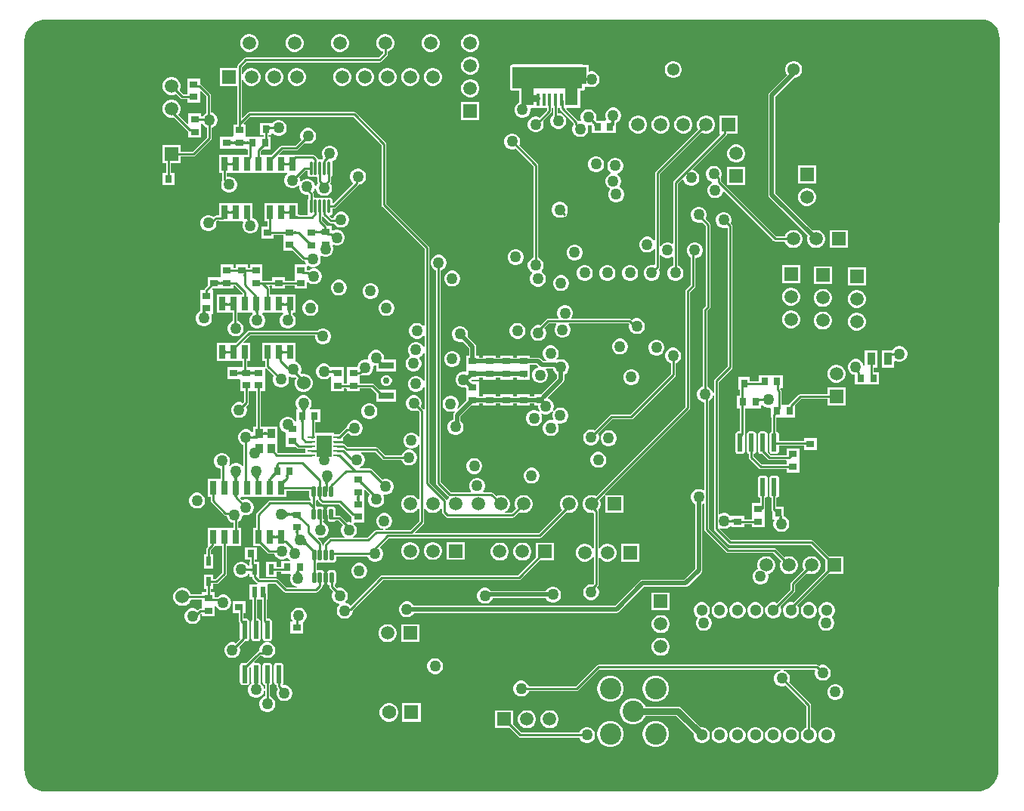
<source format=gtl>
G04*
G04 #@! TF.GenerationSoftware,Altium Limited,Altium Designer,22.8.2 (66)*
G04*
G04 Layer_Physical_Order=1*
G04 Layer_Color=255*
%FSLAX44Y44*%
%MOMM*%
G71*
G04*
G04 #@! TF.SameCoordinates,9714C633-81E7-4BB1-B996-9AD4BBD72758*
G04*
G04*
G04 #@! TF.FilePolarity,Positive*
G04*
G01*
G75*
%ADD14C,0.2540*%
%ADD16R,0.8000X0.9000*%
%ADD17R,0.9000X0.8000*%
%ADD18R,0.6500X1.5250*%
%ADD19C,1.5240*%
%ADD20R,0.9000X1.1000*%
%ADD21R,0.6000X1.2000*%
G04:AMPARAMS|DCode=22|XSize=1.21mm|YSize=0.48mm|CornerRadius=0.06mm|HoleSize=0mm|Usage=FLASHONLY|Rotation=90.000|XOffset=0mm|YOffset=0mm|HoleType=Round|Shape=RoundedRectangle|*
%AMROUNDEDRECTD22*
21,1,1.2100,0.3600,0,0,90.0*
21,1,1.0900,0.4800,0,0,90.0*
1,1,0.1200,0.1800,0.5450*
1,1,0.1200,0.1800,-0.5450*
1,1,0.1200,-0.1800,-0.5450*
1,1,0.1200,-0.1800,0.5450*
%
%ADD22ROUNDEDRECTD22*%
%ADD23R,0.8128X0.2540*%
%ADD24R,1.7526X2.4892*%
G04:AMPARAMS|DCode=25|XSize=1.97mm|YSize=0.59mm|CornerRadius=0.0738mm|HoleSize=0mm|Usage=FLASHONLY|Rotation=90.000|XOffset=0mm|YOffset=0mm|HoleType=Round|Shape=RoundedRectangle|*
%AMROUNDEDRECTD25*
21,1,1.9700,0.4425,0,0,90.0*
21,1,1.8225,0.5900,0,0,90.0*
1,1,0.1475,0.2213,0.9113*
1,1,0.1475,0.2213,-0.9113*
1,1,0.1475,-0.2213,-0.9113*
1,1,0.1475,-0.2213,0.9113*
%
%ADD25ROUNDEDRECTD25*%
%ADD26R,0.5500X1.0620*%
%ADD27R,1.1750X1.9000*%
%ADD28R,1.4750X2.1000*%
%ADD29R,2.3750X1.9000*%
%ADD30R,0.4500X1.3800*%
%ADD31R,0.9000X1.4000*%
%ADD32R,1.7000X0.8000*%
G04:AMPARAMS|DCode=33|XSize=1.47mm|YSize=0.28mm|CornerRadius=0.035mm|HoleSize=0mm|Usage=FLASHONLY|Rotation=270.000|XOffset=0mm|YOffset=0mm|HoleType=Round|Shape=RoundedRectangle|*
%AMROUNDEDRECTD33*
21,1,1.4700,0.2100,0,0,270.0*
21,1,1.4000,0.2800,0,0,270.0*
1,1,0.0700,-0.1050,-0.7000*
1,1,0.0700,-0.1050,0.7000*
1,1,0.0700,0.1050,0.7000*
1,1,0.0700,0.1050,-0.7000*
%
%ADD33ROUNDEDRECTD33*%
%ADD54C,0.5080*%
%ADD55C,0.7620*%
%ADD56R,7.8740X2.4130*%
%ADD57C,1.5000*%
%ADD58R,1.5000X1.5000*%
%ADD59C,1.3810*%
%ADD60R,1.5000X1.5000*%
%ADD61C,1.3000*%
%ADD62R,1.5750X1.5750*%
%ADD63C,1.5750*%
%ADD64C,2.4000*%
%ADD65C,0.7500*%
%ADD66C,1.2700*%
G36*
X26574Y869872D02*
X26574Y869872D01*
X27816Y869900D01*
X27850Y869900D01*
X1076418D01*
X1079747Y868890D01*
X1083630Y866815D01*
X1087033Y864022D01*
X1089826Y860619D01*
X1091901Y856736D01*
X1093179Y852523D01*
X1093611Y848141D01*
X1093363Y845619D01*
X1093363Y845619D01*
X1093363Y845619D01*
X1093420Y844415D01*
X1092060Y28156D01*
X1092059Y28149D01*
X1092073Y28081D01*
X1091630Y23587D01*
X1090236Y18993D01*
X1087973Y14759D01*
X1084927Y11047D01*
X1081216Y8001D01*
X1076982Y5738D01*
X1072387Y4344D01*
X1067950Y3907D01*
X1067906Y3916D01*
X26505Y3860D01*
X26502Y3917D01*
X25919Y3860D01*
X24044Y3860D01*
X20287Y4230D01*
X15773Y5599D01*
X11613Y7822D01*
X7967Y10815D01*
X4975Y14461D01*
X2752Y18621D01*
X1382Y23134D01*
X1032Y26689D01*
X957Y27926D01*
X959Y27936D01*
X903Y28215D01*
X818Y29148D01*
Y845508D01*
X1253Y849922D01*
X2670Y854593D01*
X4971Y858897D01*
X8067Y862669D01*
X11839Y865765D01*
X16143Y868066D01*
X20813Y869482D01*
X25308Y869925D01*
X26574Y869872D01*
D02*
G37*
%LPC*%
G36*
X501702Y853320D02*
X499058D01*
X496505Y852636D01*
X494215Y851314D01*
X492346Y849445D01*
X491024Y847155D01*
X490340Y844602D01*
Y841958D01*
X491024Y839405D01*
X492346Y837115D01*
X494215Y835246D01*
X496505Y833924D01*
X499058Y833240D01*
X501702D01*
X504255Y833924D01*
X506545Y835246D01*
X508414Y837115D01*
X509736Y839405D01*
X510420Y841958D01*
Y844602D01*
X509736Y847155D01*
X508414Y849445D01*
X506545Y851314D01*
X504255Y852636D01*
X501702Y853320D01*
D02*
G37*
G36*
X457252D02*
X454608D01*
X452055Y852636D01*
X449765Y851314D01*
X447896Y849445D01*
X446574Y847155D01*
X445890Y844602D01*
Y841958D01*
X446574Y839405D01*
X447896Y837115D01*
X449765Y835246D01*
X452055Y833924D01*
X454608Y833240D01*
X457252D01*
X459805Y833924D01*
X462095Y835246D01*
X463964Y837115D01*
X465286Y839405D01*
X465970Y841958D01*
Y844602D01*
X465286Y847155D01*
X463964Y849445D01*
X462095Y851314D01*
X459805Y852636D01*
X457252Y853320D01*
D02*
G37*
G36*
X355652D02*
X353008D01*
X350455Y852636D01*
X348165Y851314D01*
X346296Y849445D01*
X344974Y847155D01*
X344290Y844602D01*
Y841958D01*
X344974Y839405D01*
X346296Y837115D01*
X348165Y835246D01*
X350455Y833924D01*
X353008Y833240D01*
X355652D01*
X358205Y833924D01*
X360495Y835246D01*
X362364Y837115D01*
X363686Y839405D01*
X364370Y841958D01*
Y844602D01*
X363686Y847155D01*
X362364Y849445D01*
X360495Y851314D01*
X358205Y852636D01*
X355652Y853320D01*
D02*
G37*
G36*
X304852D02*
X302208D01*
X299655Y852636D01*
X297365Y851314D01*
X295496Y849445D01*
X294174Y847155D01*
X293490Y844602D01*
Y841958D01*
X294174Y839405D01*
X295496Y837115D01*
X297365Y835246D01*
X299655Y833924D01*
X302208Y833240D01*
X304852D01*
X307405Y833924D01*
X309695Y835246D01*
X311564Y837115D01*
X312886Y839405D01*
X313570Y841958D01*
Y844602D01*
X312886Y847155D01*
X311564Y849445D01*
X309695Y851314D01*
X307405Y852636D01*
X304852Y853320D01*
D02*
G37*
G36*
X254052D02*
X251408D01*
X248855Y852636D01*
X246565Y851314D01*
X244696Y849445D01*
X243374Y847155D01*
X242690Y844602D01*
Y841958D01*
X243374Y839405D01*
X244696Y837115D01*
X246565Y835246D01*
X248855Y833924D01*
X251408Y833240D01*
X254052D01*
X256605Y833924D01*
X258895Y835246D01*
X260764Y837115D01*
X262086Y839405D01*
X262770Y841958D01*
Y844602D01*
X262086Y847155D01*
X260764Y849445D01*
X258895Y851314D01*
X256605Y852636D01*
X254052Y853320D01*
D02*
G37*
G36*
X501702Y827920D02*
X499058D01*
X496505Y827236D01*
X494215Y825914D01*
X492346Y824045D01*
X491024Y821755D01*
X490340Y819202D01*
Y816558D01*
X491024Y814005D01*
X492346Y811715D01*
X494215Y809846D01*
X496505Y808524D01*
X499058Y807840D01*
X501702D01*
X504255Y808524D01*
X506545Y809846D01*
X508414Y811715D01*
X509736Y814005D01*
X510420Y816558D01*
Y819202D01*
X509736Y821755D01*
X508414Y824045D01*
X506545Y825914D01*
X504255Y827236D01*
X501702Y827920D01*
D02*
G37*
G36*
X728953Y823028D02*
X726467D01*
X724064Y822384D01*
X721911Y821141D01*
X720152Y819382D01*
X718909Y817228D01*
X718265Y814826D01*
Y812339D01*
X718909Y809937D01*
X720152Y807783D01*
X721911Y806025D01*
X724064Y804781D01*
X726467Y804138D01*
X728953D01*
X731356Y804781D01*
X733509Y806025D01*
X735268Y807783D01*
X736511Y809937D01*
X737155Y812339D01*
Y814826D01*
X736511Y817228D01*
X735268Y819382D01*
X733509Y821141D01*
X731356Y822384D01*
X728953Y823028D01*
D02*
G37*
G36*
X459792Y815220D02*
X457148D01*
X454595Y814536D01*
X452305Y813214D01*
X450436Y811345D01*
X449114Y809055D01*
X448430Y806502D01*
Y803858D01*
X449114Y801305D01*
X450436Y799015D01*
X452305Y797146D01*
X454595Y795824D01*
X457148Y795140D01*
X459792D01*
X462345Y795824D01*
X464635Y797146D01*
X466504Y799015D01*
X467826Y801305D01*
X468510Y803858D01*
Y806502D01*
X467826Y809055D01*
X466504Y811345D01*
X464635Y813214D01*
X462345Y814536D01*
X459792Y815220D01*
D02*
G37*
G36*
X434392D02*
X431748D01*
X429195Y814536D01*
X426905Y813214D01*
X425036Y811345D01*
X423714Y809055D01*
X423030Y806502D01*
Y803858D01*
X423714Y801305D01*
X425036Y799015D01*
X426905Y797146D01*
X429195Y795824D01*
X431748Y795140D01*
X434392D01*
X436945Y795824D01*
X439235Y797146D01*
X441104Y799015D01*
X442426Y801305D01*
X443110Y803858D01*
Y806502D01*
X442426Y809055D01*
X441104Y811345D01*
X439235Y813214D01*
X436945Y814536D01*
X434392Y815220D01*
D02*
G37*
G36*
X408992D02*
X406348D01*
X403795Y814536D01*
X401505Y813214D01*
X399636Y811345D01*
X398314Y809055D01*
X397630Y806502D01*
Y803858D01*
X398314Y801305D01*
X399636Y799015D01*
X401505Y797146D01*
X403795Y795824D01*
X406348Y795140D01*
X408992D01*
X411545Y795824D01*
X413835Y797146D01*
X415704Y799015D01*
X417026Y801305D01*
X417710Y803858D01*
Y806502D01*
X417026Y809055D01*
X415704Y811345D01*
X413835Y813214D01*
X411545Y814536D01*
X408992Y815220D01*
D02*
G37*
G36*
X383592D02*
X380948D01*
X378395Y814536D01*
X376105Y813214D01*
X374236Y811345D01*
X372914Y809055D01*
X372230Y806502D01*
Y803858D01*
X372914Y801305D01*
X374236Y799015D01*
X376105Y797146D01*
X378395Y795824D01*
X380948Y795140D01*
X383592D01*
X386145Y795824D01*
X388435Y797146D01*
X390304Y799015D01*
X391626Y801305D01*
X392310Y803858D01*
Y806502D01*
X391626Y809055D01*
X390304Y811345D01*
X388435Y813214D01*
X386145Y814536D01*
X383592Y815220D01*
D02*
G37*
G36*
X358192D02*
X355548D01*
X352995Y814536D01*
X350705Y813214D01*
X348836Y811345D01*
X347514Y809055D01*
X346830Y806502D01*
Y803858D01*
X347514Y801305D01*
X348836Y799015D01*
X350705Y797146D01*
X352995Y795824D01*
X355548Y795140D01*
X358192D01*
X360745Y795824D01*
X363035Y797146D01*
X364904Y799015D01*
X366226Y801305D01*
X366910Y803858D01*
Y806502D01*
X366226Y809055D01*
X364904Y811345D01*
X363035Y813214D01*
X360745Y814536D01*
X358192Y815220D01*
D02*
G37*
G36*
X307392D02*
X304748D01*
X302195Y814536D01*
X299905Y813214D01*
X298036Y811345D01*
X296714Y809055D01*
X296030Y806502D01*
Y803858D01*
X296714Y801305D01*
X298036Y799015D01*
X299905Y797146D01*
X302195Y795824D01*
X304748Y795140D01*
X307392D01*
X309945Y795824D01*
X312235Y797146D01*
X314104Y799015D01*
X315426Y801305D01*
X316110Y803858D01*
Y806502D01*
X315426Y809055D01*
X314104Y811345D01*
X312235Y813214D01*
X309945Y814536D01*
X307392Y815220D01*
D02*
G37*
G36*
X281992D02*
X279348D01*
X276795Y814536D01*
X274505Y813214D01*
X272636Y811345D01*
X271314Y809055D01*
X270630Y806502D01*
Y803858D01*
X271314Y801305D01*
X272636Y799015D01*
X274505Y797146D01*
X276795Y795824D01*
X279348Y795140D01*
X281992D01*
X284545Y795824D01*
X286835Y797146D01*
X288704Y799015D01*
X290026Y801305D01*
X290710Y803858D01*
Y806502D01*
X290026Y809055D01*
X288704Y811345D01*
X286835Y813214D01*
X284545Y814536D01*
X281992Y815220D01*
D02*
G37*
G36*
X406452Y853320D02*
X403808D01*
X401255Y852636D01*
X398965Y851314D01*
X397096Y849445D01*
X395774Y847155D01*
X395090Y844602D01*
Y841958D01*
X395774Y839405D01*
X397096Y837115D01*
X398965Y835246D01*
X401255Y833924D01*
X402540Y833580D01*
Y831871D01*
X397489Y826820D01*
X248920D01*
X247929Y826623D01*
X247089Y826061D01*
X239902Y818874D01*
X239340Y818034D01*
X239143Y817043D01*
Y815220D01*
X219830D01*
Y795140D01*
X239143D01*
Y752060D01*
X234693D01*
X234693Y739138D01*
X234565Y738841D01*
X233848Y738060D01*
X220150D01*
Y724980D01*
X234230D01*
Y724980D01*
X234693D01*
Y724980D01*
X248773D01*
X249783Y724353D01*
Y724108D01*
X251003D01*
Y718005D01*
X244550D01*
X244401Y718005D01*
X243281D01*
X243130Y718005D01*
X231701D01*
Y718005D01*
X230581D01*
Y718005D01*
X219000D01*
Y697675D01*
X222201D01*
Y689846D01*
X222376Y688963D01*
X221807Y687977D01*
X221201Y685716D01*
Y683375D01*
X221807Y681114D01*
X222977Y679087D01*
X224632Y677432D01*
X226660Y676262D01*
X228920Y675656D01*
X231261D01*
X233522Y676262D01*
X235550Y677432D01*
X237205Y679087D01*
X238375Y681114D01*
X238981Y683375D01*
Y685716D01*
X238375Y687977D01*
X237205Y690004D01*
X235550Y691659D01*
X233522Y692830D01*
X231261Y693436D01*
X228920D01*
X228388Y693293D01*
X227380Y694066D01*
Y697675D01*
X230581D01*
Y697675D01*
X231701D01*
Y697675D01*
X243130D01*
X243281Y697675D01*
X244401D01*
X244550Y697675D01*
X255830D01*
X255980Y697675D01*
Y697675D01*
X257101D01*
Y697675D01*
X268531D01*
X268680Y697675D01*
X269800D01*
X269951Y697675D01*
X281231D01*
X281381Y697675D01*
Y697675D01*
X282501D01*
Y697675D01*
X294081D01*
Y697675D01*
X295201D01*
X295213Y696405D01*
X293749Y694941D01*
X292578Y692914D01*
X291972Y690653D01*
Y688312D01*
X292578Y686051D01*
X293749Y684024D01*
X295404Y682369D01*
X297431Y681198D01*
X299692Y680592D01*
X302033D01*
X304294Y681198D01*
X306321Y682369D01*
X307390Y683438D01*
X307847Y683334D01*
X308610Y682862D01*
Y680820D01*
X309216Y678559D01*
X310386Y676531D01*
X312041Y674876D01*
X314069Y673706D01*
X316330Y673100D01*
X318670D01*
X319313Y672607D01*
Y669565D01*
X318769Y669202D01*
X318130Y668246D01*
X317906Y667118D01*
Y653118D01*
X318130Y651990D01*
X318418Y651560D01*
X317772Y650290D01*
X308923D01*
X308881Y650353D01*
X308628Y650753D01*
X308600Y650773D01*
X308581Y650801D01*
X308189Y651064D01*
X307803Y651336D01*
X307770Y651344D01*
X307741Y651363D01*
X307278Y651455D01*
X306818Y651559D01*
X306780Y651560D01*
Y663765D01*
X295201D01*
Y663765D01*
X294081D01*
Y663765D01*
X282501D01*
Y663765D01*
X281381D01*
Y663765D01*
X269800D01*
Y643435D01*
X273001D01*
Y637388D01*
X266096D01*
Y624308D01*
X280176D01*
Y628258D01*
X291035D01*
Y624658D01*
X291035Y624308D01*
Y623388D01*
X291035Y623038D01*
Y610308D01*
X301452D01*
X311859Y599901D01*
X312699Y599340D01*
X313690Y599143D01*
X315066D01*
X315566Y597279D01*
X316247Y596098D01*
X315514Y594828D01*
X303503D01*
Y581748D01*
X303503D01*
Y580828D01*
X303503D01*
Y576878D01*
X292646D01*
Y580828D01*
X278566D01*
Y576878D01*
X267708D01*
Y580828D01*
X267708D01*
Y581748D01*
X267708D01*
Y594828D01*
X253627D01*
Y590848D01*
X251313D01*
Y594798D01*
X237233D01*
Y590848D01*
X234803D01*
Y594828D01*
X220723D01*
X220723Y581906D01*
X220595Y581610D01*
X219879Y580828D01*
X206180D01*
Y570910D01*
X203151Y567882D01*
X202590Y567041D01*
X202436Y566268D01*
X197863D01*
Y553538D01*
X197863Y553188D01*
Y552268D01*
X197863Y551918D01*
Y542587D01*
X196471Y541784D01*
X194816Y540129D01*
X193646Y538101D01*
X193040Y535840D01*
Y533500D01*
X193646Y531239D01*
X194816Y529211D01*
X196471Y527556D01*
X198499Y526386D01*
X200760Y525780D01*
X203100D01*
X205361Y526386D01*
X207389Y527556D01*
X209044Y529211D01*
X210214Y531239D01*
X210820Y533500D01*
Y535840D01*
X210263Y537918D01*
X210859Y539188D01*
X211943D01*
Y551918D01*
X211943Y552268D01*
Y553188D01*
X211943Y553538D01*
Y566268D01*
X211823D01*
X211144Y567538D01*
X211284Y567748D01*
X220260D01*
Y567748D01*
X220723D01*
Y567748D01*
X234803D01*
Y571698D01*
X236417D01*
X245493Y562622D01*
Y560975D01*
X242443D01*
X242293Y560975D01*
X241173D01*
X241023Y560975D01*
X229593D01*
Y560975D01*
X228473D01*
Y560975D01*
X216893D01*
Y540645D01*
X228473D01*
Y540645D01*
X229593D01*
Y540645D01*
X233847D01*
Y531402D01*
X232031Y530354D01*
X230376Y528699D01*
X229206Y526671D01*
X228600Y524410D01*
Y522070D01*
X229206Y519809D01*
X230376Y517781D01*
X232031Y516126D01*
X234059Y514956D01*
X236320Y514350D01*
X238660D01*
X240921Y514956D01*
X242949Y516126D01*
X244604Y517781D01*
X245774Y519809D01*
X246380Y522070D01*
Y524410D01*
X245774Y526671D01*
X244604Y528699D01*
X242949Y530354D01*
X240921Y531524D01*
X239026Y532032D01*
Y540645D01*
X241023D01*
X241173Y540645D01*
X242293D01*
X242443Y540645D01*
X253723D01*
X253873Y540645D01*
X254993D01*
X255143Y540645D01*
X256048D01*
X256388Y539375D01*
X256161Y539244D01*
X254506Y537589D01*
X253336Y535561D01*
X252730Y533300D01*
Y530960D01*
X253336Y528699D01*
X254506Y526671D01*
X256161Y525016D01*
X258189Y523846D01*
X260450Y523240D01*
X262790D01*
X265051Y523846D01*
X267079Y525016D01*
X268734Y526671D01*
X269904Y528699D01*
X270510Y530960D01*
Y533300D01*
X269904Y535561D01*
X268734Y537589D01*
X267079Y539244D01*
X267475Y540476D01*
X267854Y540645D01*
X279123D01*
X279273Y540645D01*
X280393D01*
X280543Y540645D01*
X290338D01*
X290678Y539375D01*
X290451Y539244D01*
X288796Y537589D01*
X287626Y535561D01*
X287020Y533300D01*
Y530960D01*
X287626Y528699D01*
X288796Y526671D01*
X290451Y525016D01*
X292479Y523846D01*
X294740Y523240D01*
X297080D01*
X299341Y523846D01*
X301369Y525016D01*
X303024Y526671D01*
X304194Y528699D01*
X304800Y530960D01*
Y533300D01*
X304194Y535561D01*
X303024Y537589D01*
X301369Y539244D01*
X301277Y539375D01*
X301735Y540645D01*
X304673D01*
Y560975D01*
X293093D01*
Y560975D01*
X291973D01*
Y560975D01*
X280543D01*
X280393Y560975D01*
X279273D01*
X279123Y560975D01*
X276073D01*
Y568380D01*
X275875Y569371D01*
X275314Y570211D01*
X275000Y570525D01*
X275486Y571698D01*
X278566D01*
Y567748D01*
X292646D01*
Y571698D01*
X303503D01*
Y567748D01*
X317583D01*
Y574828D01*
X318853Y575354D01*
X319661Y574546D01*
X321689Y573376D01*
X323950Y572770D01*
X326290D01*
X328551Y573376D01*
X330579Y574546D01*
X332234Y576201D01*
X333404Y578229D01*
X334010Y580490D01*
Y582830D01*
X333404Y585091D01*
X332234Y587119D01*
X330579Y588774D01*
X328551Y589944D01*
X326290Y590550D01*
X323950D01*
X321689Y589944D01*
X319661Y588774D01*
X318942Y588055D01*
X318472Y588148D01*
X317583D01*
Y592722D01*
X318853Y593330D01*
X320419Y592426D01*
X322680Y591820D01*
X325020D01*
X327281Y592426D01*
X329309Y593596D01*
X330964Y595251D01*
X332134Y597279D01*
X332740Y599540D01*
Y601880D01*
X332134Y604141D01*
X332129Y604151D01*
X333058Y605081D01*
X334678Y604146D01*
X336939Y603540D01*
X339280D01*
X341541Y604146D01*
X343568Y605316D01*
X345223Y606971D01*
X346394Y608998D01*
X347000Y611259D01*
Y613600D01*
X346394Y615861D01*
X346278Y616062D01*
X347207Y616992D01*
X347408Y616876D01*
X349669Y616270D01*
X352010D01*
X354271Y616876D01*
X356298Y618046D01*
X357954Y619701D01*
X359124Y621729D01*
X359730Y623989D01*
Y626330D01*
X359124Y628591D01*
X357954Y630619D01*
X356298Y632274D01*
X354271Y633444D01*
X352010Y634050D01*
X349669D01*
X347408Y633444D01*
X346563Y632956D01*
X345293Y633689D01*
Y638008D01*
X340117D01*
X339963Y638781D01*
X339401Y639621D01*
X334493Y644530D01*
Y648109D01*
X335763Y648635D01*
X342339Y642059D01*
X343179Y641497D01*
X344170Y641300D01*
X347563D01*
X348486Y639701D01*
X350141Y638046D01*
X352169Y636876D01*
X354430Y636270D01*
X356770D01*
X359031Y636876D01*
X361059Y638046D01*
X362714Y639701D01*
X363884Y641729D01*
X364490Y643990D01*
Y646330D01*
X363884Y648591D01*
X362714Y650619D01*
X361059Y652274D01*
X359031Y653444D01*
X356770Y654050D01*
X354430D01*
X352169Y653444D01*
X350141Y652274D01*
X348486Y650619D01*
X347316Y648591D01*
X346750Y646480D01*
X345243D01*
X342696Y649026D01*
X343282Y650237D01*
X344080Y650396D01*
X345036Y651034D01*
X345675Y651990D01*
X345899Y653118D01*
Y657528D01*
X347337D01*
X348329Y657725D01*
X349169Y658287D01*
X374896Y684014D01*
X375283Y684594D01*
X375884D01*
X378145Y685200D01*
X380172Y686370D01*
X381828Y688025D01*
X382998Y690052D01*
X383604Y692313D01*
Y694654D01*
X382998Y696915D01*
X381828Y698942D01*
X380172Y700598D01*
X378145Y701768D01*
X375884Y702374D01*
X373543D01*
X371282Y701768D01*
X369255Y700598D01*
X367600Y698942D01*
X366430Y696915D01*
X365824Y694654D01*
Y692313D01*
X366430Y690052D01*
X367600Y688025D01*
X368693Y686932D01*
X368832Y685275D01*
X347169Y663613D01*
X345899Y664139D01*
Y667118D01*
X345675Y668246D01*
X345036Y669202D01*
X344080Y669840D01*
X342953Y670065D01*
X340853D01*
X339725Y669840D01*
X339403Y669625D01*
X339081Y669840D01*
X337953Y670065D01*
X335853D01*
X334725Y669840D01*
X334403Y669625D01*
X334080Y669840D01*
X332953Y670065D01*
X330853D01*
X329725Y669840D01*
X329403Y669625D01*
X329081Y669840D01*
X327953Y670065D01*
X325853D01*
X325763Y670047D01*
X324493Y671089D01*
Y674838D01*
X324296Y675829D01*
X324142Y676059D01*
X324614Y676531D01*
X325784Y678559D01*
X326390Y680820D01*
Y683160D01*
X325784Y685421D01*
X324614Y687449D01*
X322959Y689104D01*
X320931Y690274D01*
X318670Y690880D01*
X316330D01*
X314069Y690274D01*
X312041Y689104D01*
X310972Y688035D01*
X310515Y688139D01*
X309752Y688611D01*
Y690653D01*
X309146Y692914D01*
X308711Y693668D01*
X315443Y700401D01*
X317906D01*
Y696118D01*
X318130Y694991D01*
X318769Y694035D01*
X319725Y693396D01*
X320853Y693172D01*
X322953D01*
X324081Y693396D01*
X324403Y693611D01*
X324725Y693396D01*
X325853Y693172D01*
X327953D01*
X328043Y693189D01*
X329313Y692147D01*
Y688117D01*
X329510Y687125D01*
X329860Y686602D01*
X329436Y686179D01*
X328266Y684151D01*
X327660Y681890D01*
Y679550D01*
X328266Y677289D01*
X329436Y675261D01*
X331091Y673606D01*
X333119Y672436D01*
X335380Y671830D01*
X337720D01*
X339981Y672436D01*
X342009Y673606D01*
X343664Y675261D01*
X344834Y677289D01*
X345440Y679550D01*
Y681890D01*
X344834Y684151D01*
X343664Y686179D01*
X343293Y686550D01*
X343734Y686991D01*
X344295Y687831D01*
X344493Y688822D01*
Y693671D01*
X345036Y694035D01*
X345675Y694991D01*
X345899Y696118D01*
Y710118D01*
X345741Y710916D01*
X346331Y711074D01*
X348359Y712244D01*
X350014Y713900D01*
X351184Y715927D01*
X351790Y718188D01*
Y720529D01*
X351184Y722790D01*
X350014Y724817D01*
X348359Y726472D01*
X346331Y727642D01*
X344070Y728248D01*
X341730D01*
X339469Y727642D01*
X337441Y726472D01*
X335786Y724817D01*
X334616Y722790D01*
X334010Y720529D01*
Y718188D01*
X334616Y715927D01*
X335411Y714549D01*
X334948Y713214D01*
X334085Y712838D01*
X334080Y712840D01*
X332953Y713065D01*
X330853D01*
X330676Y713030D01*
X329296Y713461D01*
X328734Y714301D01*
X326194Y716841D01*
X325354Y717403D01*
X324363Y717600D01*
X306780D01*
Y718005D01*
X295201D01*
Y718005D01*
X294081D01*
Y718005D01*
X286702D01*
X286216Y719178D01*
X290144Y723106D01*
X305326D01*
X306317Y723303D01*
X307157Y723865D01*
X314584Y731292D01*
X315339Y730856D01*
X317600Y730250D01*
X319940D01*
X322201Y730856D01*
X324229Y732026D01*
X325884Y733681D01*
X327054Y735709D01*
X327660Y737970D01*
Y740310D01*
X327054Y742571D01*
X325884Y744599D01*
X324229Y746254D01*
X322201Y747424D01*
X319940Y748030D01*
X317600D01*
X315339Y747424D01*
X313311Y746254D01*
X311656Y744599D01*
X310486Y742571D01*
X309880Y740310D01*
Y737970D01*
X310486Y735709D01*
X310921Y734954D01*
X304253Y728286D01*
X289071D01*
X288080Y728088D01*
X287240Y727527D01*
X277718Y718005D01*
X269951D01*
X269800Y718005D01*
X268680D01*
X268531Y718005D01*
X265480D01*
Y722143D01*
X267445Y724108D01*
X276863D01*
Y738188D01*
X273750D01*
Y739720D01*
X277701D01*
Y741764D01*
X278971Y742237D01*
X280291Y740916D01*
X282319Y739746D01*
X284580Y739140D01*
X286920D01*
X289181Y739746D01*
X291209Y740916D01*
X292864Y742571D01*
X294034Y744599D01*
X294640Y746860D01*
Y749200D01*
X294034Y751461D01*
X292864Y753489D01*
X291209Y755144D01*
X289181Y756314D01*
X286920Y756920D01*
X284580D01*
X282319Y756314D01*
X280291Y755144D01*
X278964Y753816D01*
X277701Y753800D01*
X277701Y753800D01*
X277701Y753800D01*
X264621D01*
Y739720D01*
X268571D01*
Y738188D01*
X264133D01*
X263783Y738188D01*
Y738188D01*
X262863D01*
Y738188D01*
X250043D01*
X249475Y738468D01*
X248773Y739330D01*
Y752060D01*
X246842D01*
X246356Y753233D01*
X253803Y760680D01*
X369640D01*
X401270Y729050D01*
Y661670D01*
X401467Y660679D01*
X402029Y659839D01*
X449022Y612845D01*
Y526558D01*
X447988Y526194D01*
X447752Y526180D01*
X446149Y527784D01*
X444121Y528954D01*
X441860Y529560D01*
X439520D01*
X437259Y528954D01*
X435231Y527784D01*
X433576Y526129D01*
X432406Y524101D01*
X431800Y521840D01*
Y519500D01*
X432406Y517239D01*
X433576Y515211D01*
X435231Y513556D01*
X437259Y512386D01*
X439520Y511780D01*
X441860D01*
X444121Y512386D01*
X446149Y513556D01*
X447752Y515160D01*
X447988Y515146D01*
X449022Y514782D01*
Y502529D01*
X447752Y502362D01*
X447704Y502541D01*
X446534Y504569D01*
X444879Y506224D01*
X442851Y507394D01*
X440590Y508000D01*
X438250D01*
X435989Y507394D01*
X433961Y506224D01*
X432306Y504569D01*
X431136Y502541D01*
X430530Y500280D01*
Y497940D01*
X431136Y495679D01*
X432306Y493651D01*
X432520Y493438D01*
X432311Y491851D01*
X431235Y491230D01*
X429580Y489574D01*
X428410Y487547D01*
X427804Y485286D01*
Y482945D01*
X428410Y480684D01*
X429580Y478657D01*
X431235Y477002D01*
X433262Y475832D01*
X435523Y475226D01*
X437864D01*
X440125Y475832D01*
X442152Y477002D01*
X443807Y478657D01*
X444978Y480684D01*
X445584Y482945D01*
Y485286D01*
X444978Y487547D01*
X443807Y489574D01*
X443594Y489788D01*
X443803Y491375D01*
X444879Y491996D01*
X446534Y493651D01*
X447704Y495679D01*
X447752Y495858D01*
X449022Y495691D01*
Y464429D01*
X447752Y464262D01*
X447704Y464441D01*
X446534Y466469D01*
X444879Y468124D01*
X442851Y469294D01*
X440590Y469900D01*
X438250D01*
X435989Y469294D01*
X433961Y468124D01*
X432306Y466469D01*
X431136Y464441D01*
X430530Y462180D01*
Y459840D01*
X431136Y457579D01*
X432306Y455551D01*
X433961Y453896D01*
X435989Y452726D01*
X438250Y452120D01*
X440590D01*
X442851Y452726D01*
X444879Y453896D01*
X446534Y455551D01*
X447704Y457579D01*
X447752Y457758D01*
X449022Y457591D01*
Y432797D01*
X447752Y432411D01*
X447601Y432637D01*
X445005Y435234D01*
X445440Y435989D01*
X446046Y438250D01*
Y440590D01*
X445440Y442851D01*
X444270Y444879D01*
X442615Y446534D01*
X440588Y447704D01*
X438327Y448310D01*
X435986D01*
X433725Y447704D01*
X431698Y446534D01*
X430042Y444879D01*
X428872Y442851D01*
X428266Y440590D01*
Y438250D01*
X428872Y435989D01*
X430042Y433961D01*
X431698Y432306D01*
X433725Y431136D01*
X435986Y430530D01*
X438327D01*
X440588Y431136D01*
X441342Y431572D01*
X443180Y429734D01*
Y402518D01*
X441910Y402178D01*
X441454Y402969D01*
X439799Y404624D01*
X437771Y405794D01*
X435510Y406400D01*
X433170D01*
X430909Y405794D01*
X428881Y404624D01*
X427226Y402969D01*
X426056Y400941D01*
X425450Y398680D01*
Y396340D01*
X426056Y394079D01*
X427226Y392051D01*
X428881Y390396D01*
X430909Y389226D01*
X433170Y388620D01*
X435510D01*
X437771Y389226D01*
X439799Y390396D01*
X441454Y392051D01*
X441910Y392842D01*
X443180Y392502D01*
Y331498D01*
X441910Y331158D01*
X441104Y332555D01*
X439235Y334424D01*
X436945Y335746D01*
X434392Y336430D01*
X431748D01*
X429195Y335746D01*
X426905Y334424D01*
X425036Y332555D01*
X423714Y330265D01*
X423030Y327712D01*
Y325068D01*
X423714Y322515D01*
X425036Y320225D01*
X426905Y318356D01*
X429195Y317034D01*
X431748Y316350D01*
X434392D01*
X436945Y317034D01*
X439235Y318356D01*
X441104Y320225D01*
X441910Y321622D01*
X443180Y321282D01*
Y307143D01*
X433267Y297230D01*
X405383D01*
X405216Y298500D01*
X407291Y299056D01*
X409319Y300226D01*
X410974Y301881D01*
X412144Y303909D01*
X412750Y306170D01*
Y308510D01*
X412144Y310771D01*
X410974Y312799D01*
X409319Y314454D01*
X407291Y315624D01*
X405030Y316230D01*
X402690D01*
X400429Y315624D01*
X398401Y314454D01*
X396746Y312799D01*
X395576Y310771D01*
X394970Y308510D01*
Y306170D01*
X395576Y303909D01*
X396746Y301881D01*
X398401Y300226D01*
X400429Y299056D01*
X402504Y298500D01*
X402337Y297230D01*
X394970D01*
X393979Y297033D01*
X393139Y296471D01*
X385007Y288340D01*
X369498D01*
X369158Y289610D01*
X369949Y290066D01*
X371604Y291721D01*
X372774Y293749D01*
X373380Y296010D01*
Y298350D01*
X372774Y300611D01*
X371604Y302639D01*
X369985Y304257D01*
X369992Y304428D01*
X370353Y305527D01*
X381690D01*
Y318257D01*
X381690Y318607D01*
Y319527D01*
X381690Y319877D01*
Y332607D01*
X381690D01*
Y333070D01*
X381690D01*
Y341748D01*
X382863Y342234D01*
X388013Y337085D01*
X387856Y336929D01*
X386686Y334901D01*
X386080Y332640D01*
Y330300D01*
X386686Y328039D01*
X387856Y326011D01*
X389511Y324356D01*
X391539Y323186D01*
X393800Y322580D01*
X396140D01*
X398401Y323186D01*
X400429Y324356D01*
X402084Y326011D01*
X403254Y328039D01*
X403860Y330300D01*
Y332640D01*
X403254Y334901D01*
X402458Y336281D01*
X403294Y337371D01*
X404467Y337057D01*
X406808D01*
X409069Y337663D01*
X411096Y338834D01*
X412751Y340489D01*
X413922Y342516D01*
X414527Y344777D01*
Y347118D01*
X413922Y349379D01*
X412751Y351406D01*
X411096Y353061D01*
X409069Y354231D01*
X406808Y354837D01*
X404467D01*
X402206Y354231D01*
X401451Y353796D01*
X389829Y365418D01*
X388989Y365979D01*
X387998Y366176D01*
X376272D01*
X376105Y367447D01*
X376811Y367636D01*
X378839Y368806D01*
X380494Y370461D01*
X381664Y372489D01*
X382270Y374750D01*
Y377090D01*
X381664Y379351D01*
X380494Y381379D01*
X378839Y383034D01*
X378062Y383482D01*
X378403Y384752D01*
X393705D01*
X401829Y376629D01*
X402669Y376067D01*
X403660Y375870D01*
X423290D01*
X423516Y375029D01*
X424686Y373001D01*
X426341Y371346D01*
X428369Y370176D01*
X430630Y369570D01*
X432970D01*
X435231Y370176D01*
X437259Y371346D01*
X438914Y373001D01*
X440084Y375029D01*
X440690Y377290D01*
Y379630D01*
X440084Y381891D01*
X438914Y383919D01*
X437259Y385574D01*
X435231Y386744D01*
X432970Y387350D01*
X430630D01*
X428369Y386744D01*
X426341Y385574D01*
X424686Y383919D01*
X423516Y381891D01*
X423290Y381050D01*
X404733D01*
X396609Y389173D01*
X395769Y389734D01*
X394778Y389931D01*
X363339D01*
X361569Y391701D01*
X361175Y391965D01*
X360248Y392891D01*
X359408Y393453D01*
X358417Y393650D01*
X357632D01*
Y394870D01*
X347853D01*
Y397250D01*
X357632D01*
Y401207D01*
X362595Y406170D01*
X363726Y406021D01*
X365381Y404366D01*
X367409Y403196D01*
X369670Y402590D01*
X372010D01*
X374271Y403196D01*
X376299Y404366D01*
X377954Y406021D01*
X379124Y408049D01*
X379730Y410310D01*
Y412650D01*
X379124Y414911D01*
X377954Y416939D01*
X376299Y418594D01*
X374271Y419764D01*
X372010Y420370D01*
X369670D01*
X367409Y419764D01*
X365381Y418594D01*
X363726Y416939D01*
X362556Y414911D01*
X361950Y412650D01*
Y412057D01*
X361307Y411929D01*
X360467Y411367D01*
X353969Y404870D01*
X347853D01*
Y406046D01*
X326440D01*
Y418310D01*
X332310D01*
Y432390D01*
X321055D01*
X321011Y432432D01*
X320502Y433660D01*
X320804Y433961D01*
X321974Y435989D01*
X322580Y438250D01*
Y440590D01*
X321974Y442851D01*
X320804Y444879D01*
X319149Y446534D01*
X317121Y447704D01*
X314860Y448310D01*
X312520D01*
X310259Y447704D01*
X308231Y446534D01*
X306576Y444879D01*
X305406Y442851D01*
X304800Y440590D01*
Y438250D01*
X305406Y435989D01*
X306576Y433961D01*
X306878Y433660D01*
X306365Y432406D01*
X306349Y432390D01*
X305230D01*
Y419468D01*
X303960Y419127D01*
X303024Y420749D01*
X301369Y422404D01*
X299341Y423574D01*
X297080Y424180D01*
X294740D01*
X292479Y423574D01*
X290451Y422404D01*
X288796Y420749D01*
X287626Y418721D01*
X287020Y416460D01*
Y414120D01*
X287626Y411859D01*
X288796Y409831D01*
X290451Y408176D01*
X292479Y407006D01*
X293950Y406612D01*
Y404670D01*
X293950Y404320D01*
Y403400D01*
X293950Y403050D01*
Y390320D01*
X305037D01*
X306129Y389229D01*
X306969Y388667D01*
X307960Y388470D01*
X315468D01*
Y383650D01*
X284693D01*
X284200Y384143D01*
Y396560D01*
X284200Y396560D01*
Y397480D01*
X284200D01*
X284200Y397830D01*
Y413560D01*
X265913D01*
Y452828D01*
X270363D01*
Y465558D01*
X270363Y465908D01*
Y466828D01*
X270363Y467178D01*
Y478709D01*
X271633Y479094D01*
X271652Y479066D01*
X280441Y470276D01*
X280006Y469521D01*
X279400Y467260D01*
Y464920D01*
X280006Y462659D01*
X281176Y460631D01*
X282831Y458976D01*
X284859Y457806D01*
X287120Y457200D01*
X289460D01*
X291721Y457806D01*
X293749Y458976D01*
X295404Y460631D01*
X296574Y462659D01*
X297180Y464920D01*
Y467260D01*
X296749Y468868D01*
X297840Y469705D01*
X298868Y469111D01*
X301129Y468506D01*
X303470D01*
X304199Y468701D01*
X305036Y467610D01*
X304222Y466202D01*
X303530Y463618D01*
Y460942D01*
X304222Y458358D01*
X305560Y456042D01*
X307452Y454150D01*
X309768Y452812D01*
X312352Y452120D01*
X315028D01*
X317612Y452812D01*
X319928Y454150D01*
X321820Y456042D01*
X323158Y458358D01*
X323850Y460942D01*
Y463618D01*
X323158Y466202D01*
X321820Y468518D01*
X319928Y470410D01*
X317612Y471748D01*
X315028Y472440D01*
X312352D01*
X310954Y472065D01*
X310117Y473156D01*
X310583Y473964D01*
X311189Y476225D01*
Y478566D01*
X310583Y480827D01*
X309413Y482854D01*
X307758Y484509D01*
X305731Y485680D01*
X305651Y485701D01*
X304673Y486405D01*
Y506735D01*
X293093D01*
Y506735D01*
X291973D01*
Y506735D01*
X280543D01*
X280393Y506735D01*
X279273D01*
X279123Y506735D01*
X267693D01*
Y486405D01*
X270893D01*
Y480959D01*
X270836Y480846D01*
X269795Y479908D01*
X250673D01*
Y486405D01*
X253873D01*
Y506735D01*
X246495D01*
X246009Y507908D01*
X253671Y515570D01*
X326352D01*
X326390Y515520D01*
Y513180D01*
X326996Y510919D01*
X328166Y508891D01*
X329821Y507236D01*
X331849Y506066D01*
X334110Y505460D01*
X336450D01*
X338711Y506066D01*
X340739Y507236D01*
X342394Y508891D01*
X343564Y510919D01*
X344170Y513180D01*
Y515520D01*
X343564Y517781D01*
X342394Y519809D01*
X340739Y521464D01*
X338711Y522634D01*
X336450Y523240D01*
X334110D01*
X331849Y522634D01*
X329821Y521464D01*
X329043Y520686D01*
X328721Y520750D01*
X252598D01*
X251607Y520553D01*
X250767Y519991D01*
X237510Y506735D01*
X229593D01*
Y506735D01*
X228473D01*
Y506735D01*
X216893D01*
Y486405D01*
X228473D01*
Y486405D01*
X229593D01*
Y486405D01*
X241023D01*
X241173Y486405D01*
Y486405D01*
X242293D01*
Y486405D01*
X245493D01*
Y479908D01*
X228343D01*
Y466828D01*
X241468D01*
X242313Y465908D01*
X242313Y465558D01*
Y452828D01*
X246763D01*
Y440925D01*
X245486Y439649D01*
X244731Y440084D01*
X242470Y440690D01*
X240130D01*
X237869Y440084D01*
X235841Y438914D01*
X234186Y437259D01*
X233016Y435231D01*
X232410Y432970D01*
Y430630D01*
X233016Y428369D01*
X234186Y426341D01*
X235841Y424686D01*
X237869Y423516D01*
X240130Y422910D01*
X242470D01*
X244731Y423516D01*
X246759Y424686D01*
X248414Y426341D01*
X249584Y428369D01*
X250190Y430630D01*
Y432970D01*
X249584Y435231D01*
X249149Y435986D01*
X251184Y438022D01*
X251745Y438862D01*
X251943Y439853D01*
Y452828D01*
X260733D01*
Y413560D01*
X257120D01*
Y407424D01*
X256602Y407116D01*
X255850Y406962D01*
X254379Y408434D01*
X252351Y409604D01*
X250090Y410210D01*
X247750D01*
X245489Y409604D01*
X243461Y408434D01*
X241806Y406779D01*
X240636Y404751D01*
X240030Y402490D01*
Y400150D01*
X240636Y397889D01*
X241806Y395861D01*
X243461Y394206D01*
X245489Y393036D01*
X246330Y392810D01*
Y369096D01*
X245060Y368755D01*
X244921Y368996D01*
X243266Y370651D01*
X241239Y371822D01*
X238978Y372427D01*
X236637D01*
X234376Y371822D01*
X232349Y370651D01*
X231180Y369483D01*
X230694Y368996D01*
X229637Y369664D01*
X229989Y370274D01*
X230534Y371219D01*
X231140Y373480D01*
Y375820D01*
X230534Y378081D01*
X229364Y380109D01*
X227709Y381764D01*
X225681Y382934D01*
X223420Y383540D01*
X221080D01*
X218819Y382934D01*
X216791Y381764D01*
X215136Y380109D01*
X213966Y378081D01*
X213360Y375820D01*
Y373480D01*
X213966Y371219D01*
X215136Y369191D01*
X216791Y367536D01*
X218819Y366366D01*
X220930Y365800D01*
Y354362D01*
X219150D01*
X219000Y354362D01*
X217880D01*
X217730Y354362D01*
X206300D01*
Y334032D01*
X209500D01*
Y330200D01*
X209697Y329209D01*
X210259Y328369D01*
X224388Y314239D01*
X225229Y313678D01*
X226220Y313481D01*
X227349D01*
Y312956D01*
X227955Y310695D01*
X229126Y308668D01*
X230781Y307013D01*
X232808Y305842D01*
X234900Y305282D01*
Y300122D01*
X231850D01*
X231700Y300122D01*
X230580D01*
X230430Y300122D01*
X219150D01*
X219000Y300122D01*
X217880D01*
X217730Y300122D01*
X206300D01*
Y279792D01*
X206300D01*
X206666Y278909D01*
X205179Y277421D01*
X204617Y276581D01*
X204420Y275590D01*
Y269940D01*
X201720D01*
Y254240D01*
X212300D01*
Y269940D01*
X209600D01*
Y274517D01*
X213261Y278179D01*
X213823Y279019D01*
X213977Y279792D01*
X217730D01*
X217880Y279792D01*
X219000D01*
X219150Y279792D01*
X222200D01*
Y249485D01*
X214573Y241858D01*
X212300D01*
Y247180D01*
X201720D01*
Y231479D01*
X204420D01*
Y227419D01*
X199970D01*
Y224840D01*
X187624D01*
X187268Y226172D01*
X185930Y228488D01*
X184038Y230380D01*
X181722Y231718D01*
X179138Y232410D01*
X176462D01*
X173878Y231718D01*
X171562Y230380D01*
X169670Y228488D01*
X168332Y226172D01*
X167640Y223588D01*
Y220912D01*
X168332Y218328D01*
X169670Y216012D01*
X171562Y214120D01*
X173878Y212782D01*
X176462Y212090D01*
X179138D01*
X181722Y212782D01*
X184038Y214120D01*
X185930Y216012D01*
X187268Y218328D01*
X187624Y219660D01*
X199970D01*
Y214690D01*
X199970Y214339D01*
Y213419D01*
X199970Y213069D01*
Y209164D01*
X197684D01*
X196693Y208967D01*
X195853Y208405D01*
X194955Y207507D01*
X194689Y207774D01*
X192661Y208944D01*
X190400Y209550D01*
X188060D01*
X185799Y208944D01*
X183771Y207774D01*
X182116Y206119D01*
X180946Y204091D01*
X180340Y201830D01*
Y199490D01*
X180946Y197229D01*
X182116Y195201D01*
X183771Y193546D01*
X185799Y192376D01*
X188060Y191770D01*
X190400D01*
X192661Y192376D01*
X194689Y193546D01*
X196344Y195201D01*
X197514Y197229D01*
X198120Y199490D01*
Y201830D01*
X197799Y203027D01*
X198700Y203927D01*
X199970Y203847D01*
Y200340D01*
X214050D01*
Y211528D01*
X214237Y211658D01*
X215922Y211280D01*
X216406Y210441D01*
X218061Y208786D01*
X220089Y207616D01*
X222350Y207010D01*
X224690D01*
X226951Y207616D01*
X228979Y208786D01*
X230634Y210441D01*
X231804Y212469D01*
X232410Y214730D01*
Y217070D01*
X231804Y219331D01*
X230634Y221359D01*
X228979Y223014D01*
X226951Y224184D01*
X224690Y224790D01*
X222350D01*
X220089Y224184D01*
X218061Y223014D01*
X216954Y221906D01*
X214050D01*
Y227419D01*
X209600D01*
Y231479D01*
X212300D01*
Y236678D01*
X215646D01*
X216637Y236875D01*
X217477Y237437D01*
X226621Y246581D01*
X227183Y247421D01*
X227380Y248412D01*
Y279792D01*
X230430D01*
X230580Y279792D01*
X231700D01*
X231850Y279792D01*
X243280D01*
Y300122D01*
X240080D01*
Y306078D01*
X241698Y307013D01*
X243353Y308668D01*
X244524Y310695D01*
X245130Y312956D01*
Y313092D01*
X246400Y314052D01*
X247750Y313690D01*
X250090D01*
X252351Y314296D01*
X254379Y315466D01*
X256034Y317121D01*
X257204Y319149D01*
X257810Y321410D01*
Y323750D01*
X257204Y326011D01*
X256034Y328039D01*
X254379Y329694D01*
X252351Y330864D01*
X250090Y331470D01*
X247750D01*
X245489Y330864D01*
X244734Y330429D01*
X242400Y332762D01*
X242529Y333074D01*
X243280Y334032D01*
X244400D01*
Y334032D01*
X244550Y334032D01*
X255980D01*
X255980Y334032D01*
X257100D01*
Y334032D01*
X257250Y334032D01*
X268680D01*
Y334032D01*
X269800D01*
Y334032D01*
X281380D01*
Y334032D01*
X282500D01*
Y334032D01*
X294080D01*
Y341608D01*
X319969D01*
Y334510D01*
X320212Y333285D01*
X320906Y332246D01*
X321751Y331682D01*
X321880Y330861D01*
X321880Y330860D01*
X321637Y330664D01*
X320654Y330098D01*
X319890Y330250D01*
X276098D01*
X275107Y330053D01*
X274267Y329491D01*
X261059Y316283D01*
X260497Y315443D01*
X260300Y314452D01*
X260326Y314325D01*
X260300Y314198D01*
Y300122D01*
X257100D01*
Y279792D01*
X264919D01*
X273100Y271611D01*
X273941Y271050D01*
X274932Y270853D01*
X280530D01*
X280756Y270011D01*
X281926Y267984D01*
X283582Y266329D01*
X285609Y265158D01*
X287870Y264552D01*
X290210D01*
X292472Y265158D01*
X294499Y266329D01*
X294612Y266442D01*
X296199Y266233D01*
X296882Y265051D01*
X298353Y263580D01*
X298093Y262310D01*
X288720D01*
Y255639D01*
X283010D01*
Y261590D01*
X271930D01*
Y244510D01*
X283010D01*
Y250460D01*
X288720D01*
Y248230D01*
X298876D01*
X299609Y246960D01*
X299056Y246001D01*
X298450Y243740D01*
Y241400D01*
X299056Y239139D01*
X300226Y237111D01*
X301881Y235456D01*
X303909Y234286D01*
X305984Y233730D01*
X305817Y232460D01*
X294443D01*
X285037Y241865D01*
X284197Y242426D01*
X283206Y242624D01*
X264467D01*
X263591Y243499D01*
X264010Y244510D01*
X264010D01*
Y261590D01*
X259130D01*
Y263994D01*
X261190D01*
Y278074D01*
X248110D01*
Y263994D01*
X253950D01*
Y261590D01*
X252930D01*
Y257306D01*
X251660Y256966D01*
X250954Y258189D01*
X249299Y259844D01*
X247271Y261014D01*
X245010Y261620D01*
X242670D01*
X240409Y261014D01*
X238381Y259844D01*
X236726Y258189D01*
X235556Y256161D01*
X234950Y253900D01*
Y251560D01*
X235556Y249299D01*
X236726Y247271D01*
X238381Y245616D01*
X240409Y244446D01*
X242670Y243840D01*
X245010D01*
X247271Y244446D01*
X249299Y245616D01*
X250954Y247271D01*
X251660Y248494D01*
X252930Y248154D01*
Y244510D01*
X255969D01*
X256077Y243967D01*
X256639Y243127D01*
X261563Y238203D01*
X262076Y237860D01*
X261691Y236590D01*
X252930D01*
Y219510D01*
X255880D01*
Y196835D01*
X255775Y196765D01*
X255050Y195681D01*
X254796Y194402D01*
Y176177D01*
X255050Y174898D01*
X255775Y173814D01*
X256859Y173090D01*
X258137Y172835D01*
X262563D01*
X263841Y173090D01*
X264925Y173814D01*
X265650Y174898D01*
X265904Y176177D01*
Y194402D01*
X265650Y195681D01*
X264925Y196765D01*
X263841Y197489D01*
X262563Y197744D01*
X261060D01*
Y219510D01*
X267110D01*
Y195357D01*
X267307Y194366D01*
X267496Y194084D01*
Y176177D01*
X267750Y174898D01*
X268475Y173814D01*
X269559Y173090D01*
X270837Y172835D01*
X275263D01*
X276541Y173090D01*
X277625Y173814D01*
X278350Y174898D01*
X278604Y176177D01*
Y194402D01*
X278350Y195681D01*
X277625Y196765D01*
X276541Y197489D01*
X275263Y197744D01*
X272290D01*
Y219510D01*
X273510D01*
Y236174D01*
X273510Y236590D01*
X274426Y237444D01*
X282133D01*
X291539Y228039D01*
X292379Y227477D01*
X293370Y227280D01*
X327406D01*
X328397Y227477D01*
X329237Y228039D01*
X333861Y232663D01*
X334422Y233503D01*
X334620Y234494D01*
Y235395D01*
X335055Y235482D01*
X336094Y236176D01*
X336788Y237215D01*
X337031Y238440D01*
Y249340D01*
X336788Y250565D01*
X336094Y251604D01*
X335055Y252298D01*
X333830Y252541D01*
X330230D01*
X329385Y252373D01*
X328367Y252972D01*
X328120Y253234D01*
Y259646D01*
X328367Y259908D01*
X329385Y260507D01*
X330230Y260338D01*
X333830D01*
X335055Y260582D01*
X335280Y260733D01*
X335505Y260582D01*
X336730Y260338D01*
X340330D01*
X341555Y260582D01*
X341780Y260732D01*
X342005Y260582D01*
X343230Y260338D01*
X346830D01*
X348055Y260582D01*
X349094Y261276D01*
X349788Y262315D01*
X350032Y263540D01*
Y267920D01*
X385190D01*
X385416Y267079D01*
X386586Y265051D01*
X388241Y263396D01*
X390269Y262226D01*
X392530Y261620D01*
X394870D01*
X397131Y262226D01*
X399159Y263396D01*
X400814Y265051D01*
X401984Y267079D01*
X402590Y269340D01*
Y271680D01*
X401984Y273941D01*
X400814Y275969D01*
X399159Y277624D01*
X399039Y278536D01*
X408743Y288240D01*
X577850D01*
X578841Y288437D01*
X579681Y288999D01*
X607564Y316882D01*
X609548Y316350D01*
X612192D01*
X614745Y317034D01*
X617035Y318356D01*
X618904Y320225D01*
X620226Y322515D01*
X620910Y325068D01*
Y327712D01*
X620226Y330265D01*
X618904Y332555D01*
X617035Y334424D01*
X614745Y335746D01*
X612192Y336430D01*
X609548D01*
X606995Y335746D01*
X604705Y334424D01*
X602836Y332555D01*
X601514Y330265D01*
X600830Y327712D01*
Y325068D01*
X601514Y322515D01*
X602836Y320225D01*
X603209Y319852D01*
X576777Y293420D01*
X438442D01*
X437956Y294593D01*
X447601Y304239D01*
X448163Y305079D01*
X448360Y306070D01*
Y321282D01*
X449630Y321622D01*
X450436Y320225D01*
X452305Y318356D01*
X454595Y317034D01*
X457148Y316350D01*
X459792D01*
X462345Y317034D01*
X464635Y318356D01*
X466504Y320225D01*
X467310Y321622D01*
X468580Y321282D01*
Y317500D01*
X468777Y316509D01*
X469339Y315669D01*
X473149Y311859D01*
X473989Y311297D01*
X474980Y311100D01*
X547370D01*
X548361Y311297D01*
X549201Y311859D01*
X555042Y317700D01*
X556195Y317034D01*
X558748Y316350D01*
X561392D01*
X563945Y317034D01*
X566235Y318356D01*
X568104Y320225D01*
X569426Y322515D01*
X570110Y325068D01*
Y327712D01*
X569426Y330265D01*
X568104Y332555D01*
X566235Y334424D01*
X563945Y335746D01*
X561392Y336430D01*
X558748D01*
X556195Y335746D01*
X553905Y334424D01*
X552036Y332555D01*
X550714Y330265D01*
X550030Y327712D01*
Y325068D01*
X550714Y322515D01*
X551380Y321362D01*
X546297Y316280D01*
X539779D01*
X539438Y317550D01*
X540835Y318356D01*
X542704Y320225D01*
X544026Y322515D01*
X544710Y325068D01*
Y327712D01*
X544026Y330265D01*
X542704Y332555D01*
X540835Y334424D01*
X538545Y335746D01*
X535992Y336430D01*
X533348D01*
X530795Y335746D01*
X529642Y335080D01*
X525677Y339045D01*
X524837Y339607D01*
X523846Y339804D01*
X515326D01*
X514840Y340977D01*
X515114Y341251D01*
X516284Y343279D01*
X516890Y345540D01*
Y347880D01*
X516284Y350141D01*
X515114Y352169D01*
X513459Y353824D01*
X511431Y354994D01*
X509170Y355600D01*
X506830D01*
X504569Y354994D01*
X502541Y353824D01*
X500886Y352169D01*
X499716Y350141D01*
X499110Y347880D01*
Y345540D01*
X499716Y343279D01*
X500886Y341251D01*
X501160Y340977D01*
X500674Y339804D01*
X478691D01*
X467410Y351085D01*
Y588390D01*
X468251Y588616D01*
X470279Y589786D01*
X471934Y591441D01*
X473104Y593469D01*
X473710Y595730D01*
Y598070D01*
X473104Y600331D01*
X471934Y602359D01*
X470279Y604014D01*
X468251Y605184D01*
X465990Y605790D01*
X463650D01*
X461389Y605184D01*
X459361Y604014D01*
X457706Y602359D01*
X456536Y600331D01*
X455930Y598070D01*
Y595730D01*
X456536Y593469D01*
X457706Y591441D01*
X459361Y589786D01*
X461389Y588616D01*
X462230Y588390D01*
Y350012D01*
X462427Y349021D01*
X462989Y348181D01*
X475787Y335383D01*
X476435Y334950D01*
X476715Y334046D01*
X476778Y333497D01*
X475836Y332555D01*
X474907Y330945D01*
X473568Y331166D01*
X473563Y331191D01*
X473001Y332031D01*
X454202Y350831D01*
Y613918D01*
X454005Y614909D01*
X453443Y615749D01*
X406450Y662743D01*
Y730122D01*
X406253Y731113D01*
X405691Y731954D01*
X372544Y765101D01*
X371703Y765663D01*
X370712Y765860D01*
X252730D01*
X251739Y765663D01*
X250899Y765101D01*
X245496Y759698D01*
X244323Y760184D01*
Y802338D01*
X245593Y802505D01*
X245914Y801305D01*
X247236Y799015D01*
X249105Y797146D01*
X251395Y795824D01*
X253948Y795140D01*
X256592D01*
X259145Y795824D01*
X261435Y797146D01*
X263304Y799015D01*
X264626Y801305D01*
X265310Y803858D01*
Y806502D01*
X264626Y809055D01*
X263304Y811345D01*
X261435Y813214D01*
X259145Y814536D01*
X256592Y815220D01*
X253948D01*
X251395Y814536D01*
X249105Y813214D01*
X247236Y811345D01*
X245914Y809055D01*
X245593Y807855D01*
X244323Y808022D01*
Y815970D01*
X249993Y821640D01*
X398562D01*
X399553Y821837D01*
X400393Y822399D01*
X406961Y828967D01*
X407523Y829807D01*
X407720Y830798D01*
Y833580D01*
X409005Y833924D01*
X411295Y835246D01*
X413164Y837115D01*
X414486Y839405D01*
X415170Y841958D01*
Y844602D01*
X414486Y847155D01*
X413164Y849445D01*
X411295Y851314D01*
X409005Y852636D01*
X406452Y853320D01*
D02*
G37*
G36*
X626110Y819200D02*
X547370D01*
X546379Y819003D01*
X545813Y818625D01*
X545735D01*
Y818573D01*
X545539Y818441D01*
X544977Y817601D01*
X544780Y816610D01*
Y792480D01*
X544977Y791489D01*
X545539Y790649D01*
X546379Y790087D01*
X547370Y789890D01*
X554735D01*
Y776268D01*
X553341Y775464D01*
X551686Y773809D01*
X550516Y771781D01*
X549910Y769520D01*
Y767180D01*
X550516Y764919D01*
X551686Y762891D01*
X553341Y761236D01*
X555369Y760066D01*
X557630Y759460D01*
X559970D01*
X562231Y760066D01*
X564259Y761236D01*
X565914Y762891D01*
X567084Y764919D01*
X567690Y767180D01*
Y769520D01*
X567686Y769537D01*
X568459Y770544D01*
X574565D01*
Y770545D01*
X586686D01*
Y767939D01*
X578433Y759686D01*
X577196Y760399D01*
X574935Y761005D01*
X572594D01*
X570333Y760399D01*
X568306Y759229D01*
X566651Y757574D01*
X565480Y755547D01*
X564875Y753286D01*
Y750945D01*
X565480Y748684D01*
X566651Y746657D01*
X568306Y745002D01*
X570333Y743831D01*
X572594Y743225D01*
X574935D01*
X577196Y743831D01*
X579223Y745002D01*
X580878Y746657D01*
X582049Y748684D01*
X582655Y750945D01*
Y753286D01*
X582049Y755547D01*
X581891Y755819D01*
X591107Y765035D01*
X591668Y765875D01*
X591865Y766866D01*
Y770545D01*
X593186D01*
Y764670D01*
X593186Y764670D01*
Y762818D01*
X591837Y761469D01*
X590666Y759442D01*
X590060Y757181D01*
Y754840D01*
X590666Y752579D01*
X591837Y750552D01*
X593492Y748897D01*
X595519Y747727D01*
X597780Y747121D01*
X600121D01*
X602382Y747727D01*
X604409Y748897D01*
X606064Y750552D01*
X607234Y752579D01*
X607840Y754840D01*
Y757181D01*
X607234Y759442D01*
X606064Y761469D01*
X604409Y763124D01*
X602382Y764295D01*
X600121Y764901D01*
X598365D01*
Y770545D01*
X600665D01*
Y770100D01*
X600863Y769109D01*
X601424Y768268D01*
X616390Y753302D01*
Y752105D01*
X615286Y750191D01*
X614680Y747930D01*
Y745590D01*
X615286Y743329D01*
X616456Y741301D01*
X618111Y739646D01*
X620139Y738476D01*
X622400Y737870D01*
X624740D01*
X627001Y738476D01*
X629029Y739646D01*
X630684Y741301D01*
X631854Y743329D01*
X632460Y745590D01*
Y747930D01*
X631935Y749890D01*
X632379Y750752D01*
X632761Y751160D01*
X634025D01*
X635789Y751633D01*
X636316Y751066D01*
X636561Y750759D01*
X636570Y750746D01*
Y750269D01*
X636551Y750172D01*
X636570Y750075D01*
Y742254D01*
X649301D01*
X649650Y742254D01*
X650571D01*
X650920Y742254D01*
X663651D01*
Y753643D01*
X663656Y753669D01*
X663831Y753716D01*
X665859Y754886D01*
X667514Y756541D01*
X668684Y758569D01*
X669290Y760830D01*
Y763170D01*
X668684Y765431D01*
X667514Y767459D01*
X665859Y769114D01*
X663831Y770284D01*
X661570Y770890D01*
X659230D01*
X656969Y770284D01*
X654941Y769114D01*
X653286Y767459D01*
X652116Y765431D01*
X651510Y763170D01*
Y760830D01*
X652116Y758569D01*
X652673Y757604D01*
X651939Y756334D01*
X649650Y756334D01*
X649301Y756334D01*
X642830D01*
X642733Y756354D01*
X642636Y756334D01*
X642161D01*
X641399Y756979D01*
X641269Y757105D01*
X641744Y758880D01*
Y761221D01*
X641138Y763482D01*
X639968Y765509D01*
X638313Y767164D01*
X636286Y768335D01*
X634025Y768940D01*
X631684D01*
X629423Y768335D01*
X627396Y767164D01*
X625740Y765509D01*
X624570Y763482D01*
X623964Y761221D01*
Y758880D01*
X624489Y756920D01*
X624045Y756058D01*
X623663Y755650D01*
X622400D01*
X621367Y755373D01*
X620812Y756206D01*
X607646Y769371D01*
X608132Y770544D01*
X623815D01*
Y789890D01*
X626110D01*
X627101Y790087D01*
X627941Y790649D01*
X628503Y791489D01*
X628700Y792480D01*
Y794545D01*
X632512D01*
X632839Y794356D01*
X635100Y793750D01*
X637440D01*
X639701Y794356D01*
X641729Y795526D01*
X643384Y797181D01*
X644554Y799209D01*
X645160Y801470D01*
Y803810D01*
X644554Y806071D01*
X643384Y808099D01*
X641729Y809754D01*
X639701Y810924D01*
X637440Y811530D01*
X635100D01*
X634086Y811258D01*
X632816Y812233D01*
Y818625D01*
X627667D01*
X627101Y819003D01*
X626110Y819200D01*
D02*
G37*
G36*
X501702Y802520D02*
X499058D01*
X496505Y801836D01*
X494215Y800514D01*
X492346Y798645D01*
X491024Y796355D01*
X490340Y793802D01*
Y791158D01*
X491024Y788605D01*
X492346Y786315D01*
X494215Y784446D01*
X496505Y783124D01*
X499058Y782440D01*
X501702D01*
X504255Y783124D01*
X506545Y784446D01*
X508414Y786315D01*
X509736Y788605D01*
X510420Y791158D01*
Y793802D01*
X509736Y796355D01*
X508414Y798645D01*
X506545Y800514D01*
X504255Y801836D01*
X501702Y802520D01*
D02*
G37*
G36*
X166988Y805060D02*
X164345D01*
X161791Y804376D01*
X159502Y803054D01*
X157632Y801185D01*
X156311Y798895D01*
X155626Y796342D01*
Y793698D01*
X156311Y791145D01*
X157632Y788855D01*
X159502Y786986D01*
X161791Y785664D01*
X164345Y784980D01*
X166988D01*
X169542Y785664D01*
X170694Y786330D01*
X175915Y781109D01*
X176755Y780548D01*
X177746Y780350D01*
X183460D01*
Y776400D01*
X197540D01*
Y788872D01*
X198810Y789398D01*
X204420Y783787D01*
Y764957D01*
X202821Y764034D01*
X201166Y762379D01*
X200682Y761540D01*
X198997Y761162D01*
X198810Y761292D01*
Y764110D01*
X184730D01*
Y752772D01*
X183557Y752286D01*
X173044Y762799D01*
X173700Y763455D01*
X175022Y765745D01*
X175706Y768298D01*
Y770942D01*
X175022Y773495D01*
X173700Y775785D01*
X171831Y777654D01*
X169542Y778976D01*
X166988Y779660D01*
X164345D01*
X161791Y778976D01*
X159502Y777654D01*
X157632Y775785D01*
X156311Y773495D01*
X155626Y770942D01*
Y768298D01*
X156311Y765745D01*
X157632Y763455D01*
X159502Y761586D01*
X161791Y760264D01*
X164345Y759580D01*
X166988D01*
X168526Y759992D01*
X184049Y744469D01*
X184730Y744014D01*
Y737030D01*
X198810D01*
Y749760D01*
X198810Y750110D01*
X198810D01*
Y751030D01*
X198810D01*
Y752549D01*
X198997Y752678D01*
X200682Y752300D01*
X201166Y751461D01*
X202821Y749806D01*
X204849Y748636D01*
X205690Y748410D01*
Y737673D01*
X189427Y721410D01*
X175706D01*
Y728860D01*
X155626D01*
Y708780D01*
X159570D01*
Y697920D01*
X155620D01*
Y683840D01*
X168700D01*
Y697920D01*
X164750D01*
Y708780D01*
X175706D01*
Y716230D01*
X190500D01*
X191491Y716427D01*
X192331Y716989D01*
X210111Y734769D01*
X210673Y735609D01*
X210870Y736600D01*
Y748410D01*
X211711Y748636D01*
X213739Y749806D01*
X215394Y751461D01*
X216564Y753489D01*
X217170Y755750D01*
Y758090D01*
X216564Y760351D01*
X215394Y762379D01*
X213739Y764034D01*
X211711Y765204D01*
X209600Y765770D01*
Y784860D01*
X209403Y785851D01*
X208841Y786691D01*
X198950Y796582D01*
X198110Y797144D01*
X197540Y797257D01*
Y803480D01*
X183460D01*
Y790750D01*
X183460Y790400D01*
Y789480D01*
X183460Y789130D01*
Y785530D01*
X178819D01*
X174357Y789992D01*
X175022Y791145D01*
X175706Y793698D01*
Y796342D01*
X175022Y798895D01*
X173700Y801185D01*
X171831Y803054D01*
X169542Y804376D01*
X166988Y805060D01*
D02*
G37*
G36*
X510420Y777120D02*
X490340D01*
Y757040D01*
X510420D01*
Y777120D01*
D02*
G37*
G36*
X799980Y761880D02*
X779900D01*
Y741800D01*
X779900D01*
X780353Y740707D01*
X728419Y688774D01*
X727857Y687933D01*
X727660Y686942D01*
Y618814D01*
X726390Y618231D01*
X724791Y619154D01*
X722530Y619760D01*
X720190D01*
X717929Y619154D01*
X715901Y617984D01*
X714246Y616329D01*
X713790Y615538D01*
X712520Y615878D01*
Y696157D01*
X759512Y743150D01*
X760665Y742484D01*
X763218Y741800D01*
X765862D01*
X768415Y742484D01*
X770705Y743806D01*
X772574Y745675D01*
X773896Y747965D01*
X774580Y750518D01*
Y753162D01*
X773896Y755715D01*
X772574Y758005D01*
X770705Y759874D01*
X768415Y761196D01*
X765862Y761880D01*
X763218D01*
X760665Y761196D01*
X758375Y759874D01*
X756506Y758005D01*
X755184Y755715D01*
X754500Y753162D01*
Y750518D01*
X755184Y747965D01*
X755850Y746812D01*
X708099Y699061D01*
X707537Y698221D01*
X707340Y697230D01*
Y622228D01*
X706070Y621888D01*
X705614Y622679D01*
X703959Y624334D01*
X701931Y625504D01*
X699670Y626110D01*
X697330D01*
X695069Y625504D01*
X693041Y624334D01*
X691386Y622679D01*
X690216Y620651D01*
X689610Y618390D01*
Y616050D01*
X690216Y613789D01*
X691386Y611761D01*
X693041Y610106D01*
X695069Y608936D01*
X697330Y608330D01*
X699670D01*
X701931Y608936D01*
X703959Y610106D01*
X705614Y611761D01*
X706070Y612552D01*
X707340Y612212D01*
Y594981D01*
X706070Y594006D01*
X704750Y594360D01*
X702410D01*
X700149Y593754D01*
X698121Y592584D01*
X696466Y590929D01*
X695296Y588901D01*
X694690Y586640D01*
Y584300D01*
X695296Y582039D01*
X696466Y580011D01*
X698121Y578356D01*
X700149Y577186D01*
X702410Y576580D01*
X704750D01*
X707011Y577186D01*
X709039Y578356D01*
X710694Y580011D01*
X711864Y582039D01*
X712470Y584300D01*
Y586640D01*
X711864Y588901D01*
X711429Y589656D01*
X711761Y589989D01*
X712323Y590829D01*
X712520Y591820D01*
Y605862D01*
X713790Y606202D01*
X714246Y605411D01*
X715901Y603756D01*
X717929Y602586D01*
X720190Y601980D01*
X722530D01*
X724791Y602586D01*
X726390Y603509D01*
X727660Y602926D01*
Y593980D01*
X726819Y593754D01*
X724791Y592584D01*
X723136Y590929D01*
X721966Y588901D01*
X721360Y586640D01*
Y584300D01*
X721966Y582039D01*
X723136Y580011D01*
X724791Y578356D01*
X726819Y577186D01*
X729080Y576580D01*
X731420D01*
X733681Y577186D01*
X735709Y578356D01*
X737364Y580011D01*
X738534Y582039D01*
X739140Y584300D01*
Y586640D01*
X738534Y588901D01*
X737364Y590929D01*
X735709Y592584D01*
X733681Y593754D01*
X732840Y593980D01*
Y685870D01*
X737958Y690987D01*
X739268Y690502D01*
X739746Y688719D01*
X740916Y686691D01*
X742571Y685036D01*
X744599Y683866D01*
X746860Y683260D01*
X749200D01*
X751461Y683866D01*
X753489Y685036D01*
X755144Y686691D01*
X756314Y688719D01*
X756920Y690980D01*
Y693320D01*
X756314Y695581D01*
X755144Y697609D01*
X753489Y699264D01*
X751461Y700434D01*
X749678Y700912D01*
X749193Y702222D01*
X787157Y740187D01*
X787718Y741027D01*
X787872Y741800D01*
X799980D01*
Y761880D01*
D02*
G37*
G36*
X740462D02*
X737818D01*
X735265Y761196D01*
X732975Y759874D01*
X731106Y758005D01*
X729784Y755715D01*
X729100Y753162D01*
Y750518D01*
X729784Y747965D01*
X731106Y745675D01*
X732975Y743806D01*
X735265Y742484D01*
X737818Y741800D01*
X740462D01*
X743015Y742484D01*
X745305Y743806D01*
X747174Y745675D01*
X748496Y747965D01*
X749180Y750518D01*
Y753162D01*
X748496Y755715D01*
X747174Y758005D01*
X745305Y759874D01*
X743015Y761196D01*
X740462Y761880D01*
D02*
G37*
G36*
X715062D02*
X712418D01*
X709865Y761196D01*
X707575Y759874D01*
X705706Y758005D01*
X704384Y755715D01*
X703700Y753162D01*
Y750518D01*
X704384Y747965D01*
X705706Y745675D01*
X707575Y743806D01*
X709865Y742484D01*
X712418Y741800D01*
X715062D01*
X717615Y742484D01*
X719905Y743806D01*
X721774Y745675D01*
X723096Y747965D01*
X723780Y750518D01*
Y753162D01*
X723096Y755715D01*
X721774Y758005D01*
X719905Y759874D01*
X717615Y761196D01*
X715062Y761880D01*
D02*
G37*
G36*
X689662D02*
X687018D01*
X684465Y761196D01*
X682175Y759874D01*
X680306Y758005D01*
X678984Y755715D01*
X678300Y753162D01*
Y750518D01*
X678984Y747965D01*
X680306Y745675D01*
X682175Y743806D01*
X684465Y742484D01*
X687018Y741800D01*
X689662D01*
X692215Y742484D01*
X694505Y743806D01*
X696374Y745675D01*
X697696Y747965D01*
X698380Y750518D01*
Y753162D01*
X697696Y755715D01*
X696374Y758005D01*
X694505Y759874D01*
X692215Y761196D01*
X689662Y761880D01*
D02*
G37*
G36*
X799532Y729397D02*
X796888D01*
X794335Y728713D01*
X792046Y727392D01*
X790176Y725522D01*
X788855Y723233D01*
X788170Y720679D01*
Y718036D01*
X788855Y715482D01*
X790176Y713193D01*
X792046Y711323D01*
X794335Y710002D01*
X796888Y709317D01*
X799532D01*
X802085Y710002D01*
X804375Y711323D01*
X806244Y713193D01*
X807566Y715482D01*
X808250Y718036D01*
Y720679D01*
X807566Y723233D01*
X806244Y725522D01*
X804375Y727392D01*
X802085Y728713D01*
X799532Y729397D01*
D02*
G37*
G36*
X642520Y716280D02*
X640180D01*
X637919Y715674D01*
X635891Y714504D01*
X634236Y712849D01*
X633066Y710821D01*
X632460Y708560D01*
Y706220D01*
X633066Y703959D01*
X634236Y701931D01*
X635891Y700276D01*
X637919Y699106D01*
X640180Y698500D01*
X642520D01*
X644781Y699106D01*
X646809Y700276D01*
X648464Y701931D01*
X649634Y703959D01*
X650240Y706220D01*
Y708560D01*
X649634Y710821D01*
X648464Y712849D01*
X646809Y714504D01*
X644781Y715674D01*
X642520Y716280D01*
D02*
G37*
G36*
X887610Y706000D02*
X867530D01*
Y685920D01*
X887610D01*
Y706000D01*
D02*
G37*
G36*
X808250Y703997D02*
X788170D01*
Y683917D01*
X808250D01*
Y703997D01*
D02*
G37*
G36*
X663909Y714585D02*
X661568D01*
X659307Y713979D01*
X657280Y712809D01*
X655624Y711154D01*
X654454Y709127D01*
X653848Y706866D01*
Y704525D01*
X654454Y702264D01*
X655624Y700237D01*
X657280Y698581D01*
X657941Y698200D01*
X657762Y696837D01*
X656969Y696624D01*
X654941Y695454D01*
X653286Y693799D01*
X652116Y691771D01*
X651510Y689510D01*
Y687170D01*
X652116Y684909D01*
X653286Y682881D01*
X654941Y681226D01*
X656404Y680381D01*
X656755Y679077D01*
X656697Y678814D01*
X655614Y676938D01*
X655008Y674677D01*
Y672337D01*
X655614Y670076D01*
X656784Y668048D01*
X658440Y666393D01*
X660467Y665223D01*
X662728Y664617D01*
X665069D01*
X667330Y665223D01*
X669357Y666393D01*
X671012Y668048D01*
X672182Y670076D01*
X672788Y672337D01*
Y674677D01*
X672182Y676938D01*
X671012Y678966D01*
X669357Y680621D01*
X667894Y681465D01*
X667544Y682770D01*
X667601Y683033D01*
X668684Y684909D01*
X669290Y687170D01*
Y689510D01*
X668684Y691771D01*
X667514Y693799D01*
X665859Y695454D01*
X665197Y695836D01*
X665377Y697199D01*
X666170Y697411D01*
X668197Y698581D01*
X669852Y700237D01*
X671022Y702264D01*
X671628Y704525D01*
Y706866D01*
X671022Y709127D01*
X669852Y711154D01*
X668197Y712809D01*
X666170Y713979D01*
X663909Y714585D01*
D02*
G37*
G36*
X878892Y680600D02*
X876248D01*
X873695Y679916D01*
X871405Y678594D01*
X869536Y676725D01*
X868214Y674435D01*
X867530Y671882D01*
Y669238D01*
X868214Y666685D01*
X869536Y664395D01*
X871405Y662526D01*
X873695Y661204D01*
X876248Y660520D01*
X878892D01*
X881445Y661204D01*
X883735Y662526D01*
X885604Y664395D01*
X886926Y666685D01*
X887610Y669238D01*
Y671882D01*
X886926Y674435D01*
X885604Y676725D01*
X883735Y678594D01*
X881445Y679916D01*
X878892Y680600D01*
D02*
G37*
G36*
X601880Y665271D02*
X599540D01*
X597279Y664665D01*
X595251Y663494D01*
X593596Y661839D01*
X592426Y659812D01*
X591820Y657551D01*
Y655210D01*
X592426Y652949D01*
X593596Y650922D01*
X595251Y649267D01*
X597279Y648096D01*
X599540Y647491D01*
X601880D01*
X604141Y648096D01*
X605355Y648797D01*
X605790Y648711D01*
X606781Y648908D01*
X607621Y649470D01*
X608183Y650310D01*
X608380Y651301D01*
X608293Y651735D01*
X608994Y652949D01*
X609600Y655210D01*
Y657551D01*
X608994Y659812D01*
X607824Y661839D01*
X606169Y663494D01*
X604141Y664665D01*
X601880Y665271D01*
D02*
G37*
G36*
X230581Y663765D02*
Y663765D01*
X219000D01*
Y649835D01*
X215483D01*
X214492Y649638D01*
X213652Y649076D01*
X212754Y648178D01*
X212469Y648464D01*
X210441Y649634D01*
X208180Y650240D01*
X205840D01*
X203579Y649634D01*
X201551Y648464D01*
X199896Y646809D01*
X198726Y644781D01*
X198120Y642520D01*
Y640180D01*
X198726Y637919D01*
X199896Y635891D01*
X201551Y634236D01*
X203579Y633066D01*
X205840Y632460D01*
X208180D01*
X210441Y633066D01*
X212469Y634236D01*
X214124Y635891D01*
X215294Y637919D01*
X215900Y640180D01*
Y642520D01*
X215588Y643687D01*
X216556Y644655D01*
X219000D01*
Y643435D01*
X230581D01*
Y643435D01*
X231701D01*
Y643435D01*
X243130D01*
X243281Y643435D01*
X244401D01*
X244550Y643435D01*
X245232D01*
X245867Y642335D01*
X245716Y642073D01*
X245110Y639812D01*
Y637472D01*
X245716Y635210D01*
X246886Y633183D01*
X248541Y631528D01*
X250569Y630358D01*
X252830Y629752D01*
X255170D01*
X257431Y630358D01*
X259459Y631528D01*
X261114Y633183D01*
X262284Y635210D01*
X262890Y637472D01*
Y639812D01*
X262284Y642073D01*
X261114Y644100D01*
X259459Y645756D01*
X257431Y646926D01*
X255980Y647315D01*
Y663765D01*
X244550D01*
X244401Y663765D01*
X243281D01*
X243130Y663765D01*
X231701D01*
Y663765D01*
X230581D01*
D02*
G37*
G36*
X923170Y633610D02*
X903090D01*
Y613530D01*
X923170D01*
Y633610D01*
D02*
G37*
G36*
X863953Y823028D02*
X861467D01*
X859064Y822384D01*
X856911Y821141D01*
X855152Y819382D01*
X853909Y817228D01*
X853265Y814826D01*
Y812339D01*
X853909Y809937D01*
X855152Y807783D01*
X855581Y807355D01*
X835453Y787227D01*
X834611Y785967D01*
X834315Y784480D01*
Y673100D01*
X834611Y671613D01*
X835453Y670353D01*
X878371Y627435D01*
X877690Y624892D01*
Y622248D01*
X878374Y619695D01*
X879696Y617405D01*
X881565Y615536D01*
X883855Y614214D01*
X886408Y613530D01*
X889052D01*
X891605Y614214D01*
X893895Y615536D01*
X895764Y617405D01*
X897086Y619695D01*
X897770Y622248D01*
Y624892D01*
X897086Y627445D01*
X895764Y629735D01*
X893895Y631604D01*
X891605Y632926D01*
X889052Y633610D01*
X886408D01*
X883865Y632929D01*
X842085Y674709D01*
Y782871D01*
X863351Y804138D01*
X863953D01*
X866356Y804781D01*
X868509Y806025D01*
X870268Y807783D01*
X871511Y809937D01*
X872155Y812339D01*
Y814826D01*
X871511Y817228D01*
X870268Y819382D01*
X868509Y821141D01*
X866356Y822384D01*
X863953Y823028D01*
D02*
G37*
G36*
X774442Y705446D02*
X772101D01*
X769840Y704840D01*
X767813Y703670D01*
X766158Y702014D01*
X764987Y699987D01*
X764381Y697726D01*
Y695386D01*
X764987Y693124D01*
X766158Y691097D01*
X767813Y689442D01*
X769840Y688272D01*
X771474Y687834D01*
Y686519D01*
X771269Y686464D01*
X769241Y685294D01*
X767586Y683639D01*
X766416Y681611D01*
X765810Y679350D01*
Y677010D01*
X766416Y674749D01*
X767586Y672721D01*
X769241Y671066D01*
X771269Y669896D01*
X773530Y669290D01*
X775870D01*
X778131Y669896D01*
X780159Y671066D01*
X781814Y672721D01*
X782984Y674749D01*
X783462Y676532D01*
X784772Y677017D01*
X840051Y621739D01*
X840891Y621177D01*
X841882Y620980D01*
X852630D01*
X852974Y619695D01*
X854296Y617405D01*
X856165Y615536D01*
X858455Y614214D01*
X861008Y613530D01*
X863652D01*
X866205Y614214D01*
X868495Y615536D01*
X870364Y617405D01*
X871686Y619695D01*
X872370Y622248D01*
Y624892D01*
X871686Y627445D01*
X870364Y629735D01*
X868495Y631604D01*
X866205Y632926D01*
X863652Y633610D01*
X861008D01*
X858455Y632926D01*
X856165Y631604D01*
X854296Y629735D01*
X852974Y627445D01*
X852630Y626160D01*
X842955D01*
X780858Y688257D01*
Y691559D01*
X780805Y691825D01*
X781556Y693124D01*
X782161Y695386D01*
Y697726D01*
X781556Y699987D01*
X780385Y702014D01*
X778730Y703670D01*
X776703Y704840D01*
X774442Y705446D01*
D02*
G37*
G36*
X618390Y617220D02*
X616050D01*
X613789Y616614D01*
X611761Y615444D01*
X610106Y613789D01*
X608936Y611761D01*
X608330Y609500D01*
Y607160D01*
X608936Y604899D01*
X610106Y602871D01*
X611761Y601216D01*
X613789Y600046D01*
X616050Y599440D01*
X618390D01*
X620651Y600046D01*
X622679Y601216D01*
X624334Y602871D01*
X625504Y604899D01*
X626110Y607160D01*
Y609500D01*
X625504Y611761D01*
X624334Y613789D01*
X622679Y615444D01*
X620651Y616614D01*
X618390Y617220D01*
D02*
G37*
G36*
X552350Y612140D02*
X550010D01*
X547749Y611534D01*
X545721Y610364D01*
X544066Y608709D01*
X542896Y606681D01*
X542290Y604420D01*
Y602080D01*
X542896Y599819D01*
X544066Y597791D01*
X545721Y596136D01*
X547749Y594966D01*
X550010Y594360D01*
X552350D01*
X554611Y594966D01*
X556639Y596136D01*
X558294Y597791D01*
X559464Y599819D01*
X560070Y602080D01*
Y604420D01*
X559464Y606681D01*
X558294Y608709D01*
X556639Y610364D01*
X554611Y611534D01*
X552350Y612140D01*
D02*
G37*
G36*
X680620Y594360D02*
X678280D01*
X676019Y593754D01*
X673991Y592584D01*
X672336Y590929D01*
X671166Y588901D01*
X670560Y586640D01*
Y584300D01*
X671166Y582039D01*
X672336Y580011D01*
X673991Y578356D01*
X676019Y577186D01*
X678280Y576580D01*
X680620D01*
X682881Y577186D01*
X684909Y578356D01*
X686564Y580011D01*
X687734Y582039D01*
X688340Y584300D01*
Y586640D01*
X687734Y588901D01*
X686564Y590929D01*
X684909Y592584D01*
X682881Y593754D01*
X680620Y594360D01*
D02*
G37*
G36*
X655220D02*
X652880D01*
X650619Y593754D01*
X648591Y592584D01*
X646936Y590929D01*
X645766Y588901D01*
X645160Y586640D01*
Y584300D01*
X645766Y582039D01*
X646936Y580011D01*
X648591Y578356D01*
X650619Y577186D01*
X652880Y576580D01*
X655220D01*
X657481Y577186D01*
X659509Y578356D01*
X661164Y580011D01*
X662334Y582039D01*
X662940Y584300D01*
Y586640D01*
X662334Y588901D01*
X661164Y590929D01*
X659509Y592584D01*
X657481Y593754D01*
X655220Y594360D01*
D02*
G37*
G36*
X629820D02*
X627480D01*
X625219Y593754D01*
X623191Y592584D01*
X621536Y590929D01*
X620366Y588901D01*
X619760Y586640D01*
Y584300D01*
X620366Y582039D01*
X621536Y580011D01*
X623191Y578356D01*
X625219Y577186D01*
X627480Y576580D01*
X629820D01*
X632081Y577186D01*
X634109Y578356D01*
X635764Y580011D01*
X636934Y582039D01*
X637540Y584300D01*
Y586640D01*
X636934Y588901D01*
X635764Y590929D01*
X634109Y592584D01*
X632081Y593754D01*
X629820Y594360D01*
D02*
G37*
G36*
X869830Y594240D02*
X849750D01*
Y574160D01*
X869830D01*
Y594240D01*
D02*
G37*
G36*
X905390Y592970D02*
X885310D01*
Y572890D01*
X905390D01*
Y592970D01*
D02*
G37*
G36*
X943490Y591700D02*
X923410D01*
Y571620D01*
X943490D01*
Y591700D01*
D02*
G37*
G36*
X481230Y588010D02*
X478890D01*
X476629Y587404D01*
X474601Y586234D01*
X472946Y584579D01*
X471776Y582551D01*
X471170Y580290D01*
Y577950D01*
X471776Y575689D01*
X472946Y573661D01*
X474601Y572006D01*
X476629Y570836D01*
X478890Y570230D01*
X481230D01*
X483491Y570836D01*
X485519Y572006D01*
X487174Y573661D01*
X488344Y575689D01*
X488950Y577950D01*
Y580290D01*
X488344Y582551D01*
X487174Y584579D01*
X485519Y586234D01*
X483491Y587404D01*
X481230Y588010D01*
D02*
G37*
G36*
X548540Y741680D02*
X546200D01*
X543939Y741074D01*
X541911Y739904D01*
X540256Y738249D01*
X539086Y736221D01*
X538480Y733960D01*
Y731620D01*
X539086Y729359D01*
X540256Y727331D01*
X541911Y725676D01*
X543939Y724506D01*
X546200Y723900D01*
X548540D01*
X550801Y724506D01*
X551556Y724941D01*
X571172Y705325D01*
Y602726D01*
X570331Y602501D01*
X568304Y601330D01*
X566648Y599675D01*
X565478Y597648D01*
X564872Y595387D01*
Y593046D01*
X565478Y590785D01*
X566648Y588758D01*
X568304Y587103D01*
X569330Y586510D01*
X569539Y584923D01*
X569101Y584485D01*
X567931Y582457D01*
X567325Y580196D01*
Y577856D01*
X567931Y575595D01*
X569101Y573567D01*
X570757Y571912D01*
X572784Y570742D01*
X575045Y570136D01*
X577385D01*
X579647Y570742D01*
X581674Y571912D01*
X583329Y573567D01*
X584499Y575595D01*
X585105Y577856D01*
Y580196D01*
X584499Y582457D01*
X583329Y584485D01*
X581674Y586140D01*
X580647Y586733D01*
X580438Y588320D01*
X580876Y588758D01*
X582046Y590785D01*
X582652Y593046D01*
Y595387D01*
X582046Y597648D01*
X580876Y599675D01*
X579221Y601330D01*
X577194Y602501D01*
X576352Y602726D01*
Y706398D01*
X576155Y707389D01*
X575593Y708229D01*
X555219Y728604D01*
X555654Y729359D01*
X556260Y731620D01*
Y733960D01*
X555654Y736221D01*
X554484Y738249D01*
X552829Y739904D01*
X550801Y741074D01*
X548540Y741680D01*
D02*
G37*
G36*
X603150Y582930D02*
X600810D01*
X598549Y582324D01*
X596521Y581154D01*
X594866Y579499D01*
X593696Y577471D01*
X593090Y575210D01*
Y572870D01*
X593696Y570609D01*
X594866Y568581D01*
X596521Y566926D01*
X598549Y565756D01*
X600810Y565150D01*
X603150D01*
X605411Y565756D01*
X607439Y566926D01*
X609094Y568581D01*
X610264Y570609D01*
X610870Y572870D01*
Y575210D01*
X610264Y577471D01*
X609094Y579499D01*
X607439Y581154D01*
X605411Y582324D01*
X603150Y582930D01*
D02*
G37*
G36*
X354230Y577850D02*
X351890D01*
X349629Y577244D01*
X347601Y576074D01*
X345946Y574419D01*
X344776Y572391D01*
X344170Y570130D01*
Y567790D01*
X344776Y565529D01*
X345946Y563501D01*
X347601Y561846D01*
X349629Y560676D01*
X351890Y560070D01*
X354230D01*
X356491Y560676D01*
X358519Y561846D01*
X360174Y563501D01*
X361344Y565529D01*
X361950Y567790D01*
Y570130D01*
X361344Y572391D01*
X360174Y574419D01*
X358519Y576074D01*
X356491Y577244D01*
X354230Y577850D01*
D02*
G37*
G36*
X389790Y574040D02*
X387450D01*
X385189Y573434D01*
X383161Y572264D01*
X381506Y570609D01*
X380336Y568581D01*
X379730Y566320D01*
Y563980D01*
X380336Y561719D01*
X381506Y559691D01*
X383161Y558036D01*
X385189Y556866D01*
X387450Y556260D01*
X389790D01*
X392051Y556866D01*
X394079Y558036D01*
X395734Y559691D01*
X396904Y561719D01*
X397510Y563980D01*
Y566320D01*
X396904Y568581D01*
X395734Y570609D01*
X394079Y572264D01*
X392051Y573434D01*
X389790Y574040D01*
D02*
G37*
G36*
X861112Y568840D02*
X858468D01*
X855915Y568156D01*
X853625Y566834D01*
X851756Y564965D01*
X850434Y562675D01*
X849750Y560122D01*
Y557478D01*
X850434Y554925D01*
X851756Y552635D01*
X853625Y550766D01*
X855915Y549444D01*
X858468Y548760D01*
X861112D01*
X863665Y549444D01*
X865955Y550766D01*
X867824Y552635D01*
X869146Y554925D01*
X869830Y557478D01*
Y560122D01*
X869146Y562675D01*
X867824Y564965D01*
X865955Y566834D01*
X863665Y568156D01*
X861112Y568840D01*
D02*
G37*
G36*
X896672Y567570D02*
X894028D01*
X891475Y566886D01*
X889185Y565564D01*
X887316Y563695D01*
X885994Y561405D01*
X885310Y558852D01*
Y556208D01*
X885994Y553655D01*
X887316Y551365D01*
X889185Y549496D01*
X891475Y548174D01*
X894028Y547490D01*
X896672D01*
X899225Y548174D01*
X901515Y549496D01*
X903384Y551365D01*
X904706Y553655D01*
X905390Y556208D01*
Y558852D01*
X904706Y561405D01*
X903384Y563695D01*
X901515Y565564D01*
X899225Y566886D01*
X896672Y567570D01*
D02*
G37*
G36*
X934772Y566300D02*
X932128D01*
X929575Y565616D01*
X927285Y564294D01*
X925416Y562425D01*
X924094Y560135D01*
X923410Y557582D01*
Y554938D01*
X924094Y552385D01*
X925416Y550095D01*
X927285Y548226D01*
X929575Y546904D01*
X932128Y546220D01*
X934772D01*
X937325Y546904D01*
X939615Y548226D01*
X941484Y550095D01*
X942806Y552385D01*
X943490Y554938D01*
Y557582D01*
X942806Y560135D01*
X941484Y562425D01*
X939615Y564294D01*
X937325Y565616D01*
X934772Y566300D01*
D02*
G37*
G36*
X407570Y554990D02*
X405230D01*
X402969Y554384D01*
X400941Y553214D01*
X399286Y551559D01*
X398116Y549531D01*
X397510Y547270D01*
Y544930D01*
X398116Y542669D01*
X399286Y540641D01*
X400941Y538986D01*
X402969Y537816D01*
X405230Y537210D01*
X407570D01*
X409831Y537816D01*
X411859Y538986D01*
X413514Y540641D01*
X414684Y542669D01*
X415290Y544930D01*
Y547270D01*
X414684Y549531D01*
X413514Y551559D01*
X411859Y553214D01*
X409831Y554384D01*
X407570Y554990D01*
D02*
G37*
G36*
X322480D02*
X320140D01*
X317879Y554384D01*
X315851Y553214D01*
X314196Y551559D01*
X313026Y549531D01*
X312420Y547270D01*
Y544930D01*
X313026Y542669D01*
X314196Y540641D01*
X315851Y538986D01*
X317879Y537816D01*
X320140Y537210D01*
X322480D01*
X324741Y537816D01*
X326769Y538986D01*
X328424Y540641D01*
X329594Y542669D01*
X330200Y544930D01*
Y547270D01*
X329594Y549531D01*
X328424Y551559D01*
X326769Y553214D01*
X324741Y554384D01*
X322480Y554990D01*
D02*
G37*
G36*
X861112Y543440D02*
X858468D01*
X855915Y542756D01*
X853625Y541434D01*
X851756Y539565D01*
X850434Y537275D01*
X849750Y534722D01*
Y532078D01*
X850434Y529525D01*
X851756Y527235D01*
X853625Y525366D01*
X855915Y524044D01*
X858468Y523360D01*
X861112D01*
X863665Y524044D01*
X865955Y525366D01*
X867824Y527235D01*
X869146Y529525D01*
X869830Y532078D01*
Y534722D01*
X869146Y537275D01*
X867824Y539565D01*
X865955Y541434D01*
X863665Y542756D01*
X861112Y543440D01*
D02*
G37*
G36*
X896672Y542170D02*
X894028D01*
X891475Y541486D01*
X889185Y540164D01*
X887316Y538295D01*
X885994Y536005D01*
X885310Y533452D01*
Y530808D01*
X885994Y528255D01*
X887316Y525965D01*
X889185Y524096D01*
X891475Y522774D01*
X894028Y522090D01*
X896672D01*
X899225Y522774D01*
X901515Y524096D01*
X903384Y525965D01*
X904706Y528255D01*
X905390Y530808D01*
Y533452D01*
X904706Y536005D01*
X903384Y538295D01*
X901515Y540164D01*
X899225Y541486D01*
X896672Y542170D01*
D02*
G37*
G36*
X934772Y540900D02*
X932128D01*
X929575Y540216D01*
X927285Y538894D01*
X925416Y537025D01*
X924094Y534735D01*
X923410Y532182D01*
Y529538D01*
X924094Y526985D01*
X925416Y524695D01*
X927285Y522826D01*
X929575Y521504D01*
X932128Y520820D01*
X934772D01*
X937325Y521504D01*
X939615Y522826D01*
X941484Y524695D01*
X942806Y526985D01*
X943490Y529538D01*
Y532182D01*
X942806Y534735D01*
X941484Y537025D01*
X939615Y538894D01*
X937325Y540216D01*
X934772Y540900D01*
D02*
G37*
G36*
X607660Y549371D02*
X605320D01*
X603059Y548765D01*
X601031Y547595D01*
X599376Y545939D01*
X598206Y543912D01*
X597600Y541651D01*
Y539311D01*
X598206Y537049D01*
X599129Y535451D01*
X598546Y534181D01*
X587471D01*
X586480Y533984D01*
X585640Y533422D01*
X578947Y526729D01*
X577750Y527050D01*
X575410D01*
X573149Y526444D01*
X571121Y525274D01*
X569466Y523619D01*
X568296Y521591D01*
X567690Y519330D01*
Y516990D01*
X568296Y514729D01*
X569466Y512701D01*
X571121Y511046D01*
X573149Y509876D01*
X575410Y509270D01*
X577750D01*
X580011Y509876D01*
X582039Y511046D01*
X583694Y512701D01*
X584864Y514729D01*
X585470Y516990D01*
Y519330D01*
X584864Y521591D01*
X583694Y523619D01*
X583427Y523885D01*
X588544Y529001D01*
X596523D01*
X597049Y527731D01*
X596547Y527230D01*
X595377Y525202D01*
X594771Y522941D01*
Y520601D01*
X595377Y518340D01*
X596547Y516312D01*
X598202Y514657D01*
X600230Y513487D01*
X602491Y512881D01*
X604831D01*
X607092Y513487D01*
X609120Y514657D01*
X610775Y516312D01*
X611945Y518340D01*
X612551Y520601D01*
Y522941D01*
X611945Y525202D01*
X610775Y527230D01*
X610273Y527731D01*
X610799Y529001D01*
X677440D01*
X678457Y527984D01*
X678180Y526950D01*
Y524610D01*
X678786Y522349D01*
X679956Y520321D01*
X681611Y518666D01*
X683639Y517496D01*
X685900Y516890D01*
X688240D01*
X690501Y517496D01*
X692529Y518666D01*
X694184Y520321D01*
X695354Y522349D01*
X695960Y524610D01*
Y526950D01*
X695354Y529211D01*
X694184Y531239D01*
X692529Y532894D01*
X690501Y534064D01*
X688240Y534670D01*
X685900D01*
X683639Y534064D01*
X681611Y532894D01*
X681242Y532524D01*
X680344Y533422D01*
X679504Y533984D01*
X678512Y534181D01*
X614434D01*
X613851Y535451D01*
X614774Y537049D01*
X615380Y539311D01*
Y541651D01*
X614774Y543912D01*
X613604Y545939D01*
X611949Y547595D01*
X609921Y548765D01*
X607660Y549371D01*
D02*
G37*
G36*
X554406Y529560D02*
X552065D01*
X549804Y528954D01*
X547777Y527784D01*
X546122Y526129D01*
X544951Y524101D01*
X544345Y521840D01*
Y519500D01*
X544951Y517239D01*
X546122Y515211D01*
X547777Y513556D01*
X549804Y512386D01*
X552065Y511780D01*
X554406D01*
X556667Y512386D01*
X558694Y513556D01*
X560349Y515211D01*
X561520Y517239D01*
X562125Y519500D01*
Y521840D01*
X561520Y524101D01*
X560349Y526129D01*
X558694Y527784D01*
X556667Y528954D01*
X554406Y529560D01*
D02*
G37*
G36*
X669190Y511810D02*
X666850D01*
X664589Y511204D01*
X662561Y510034D01*
X660906Y508379D01*
X659736Y506351D01*
X659130Y504090D01*
Y501750D01*
X659736Y499489D01*
X660906Y497461D01*
X662561Y495806D01*
X664589Y494636D01*
X666850Y494030D01*
X669190D01*
X671451Y494636D01*
X673479Y495806D01*
X675134Y497461D01*
X676304Y499489D01*
X676910Y501750D01*
Y504090D01*
X676304Y506351D01*
X675134Y508379D01*
X673479Y510034D01*
X671451Y511204D01*
X669190Y511810D01*
D02*
G37*
G36*
X710088Y510614D02*
X707747D01*
X705486Y510008D01*
X703459Y508838D01*
X701804Y507182D01*
X700633Y505155D01*
X700027Y502894D01*
Y500554D01*
X700633Y498292D01*
X701804Y496265D01*
X703459Y494610D01*
X705486Y493440D01*
X707747Y492834D01*
X710088D01*
X712349Y493440D01*
X714376Y494610D01*
X716031Y496265D01*
X717202Y498292D01*
X717807Y500554D01*
Y502894D01*
X717202Y505155D01*
X716031Y507182D01*
X714376Y508838D01*
X712349Y510008D01*
X710088Y510614D01*
D02*
G37*
G36*
X396140Y499110D02*
X393800D01*
X391539Y498504D01*
X389511Y497334D01*
X387856Y495679D01*
X386686Y493651D01*
X386080Y491390D01*
Y489050D01*
X386091Y489009D01*
X385054Y487972D01*
X384012Y488251D01*
X381671D01*
X379410Y487645D01*
X377383Y486475D01*
X375727Y484820D01*
X374557Y482793D01*
X373951Y480532D01*
Y479630D01*
X362530D01*
Y466900D01*
X362530Y466550D01*
Y465630D01*
X362530Y465280D01*
Y461680D01*
X359728Y461680D01*
X358830Y462578D01*
Y465280D01*
X358830Y465630D01*
Y466550D01*
X358830Y466900D01*
Y479630D01*
X347403D01*
X347303Y479649D01*
X347210Y479630D01*
X344750D01*
X343752Y480286D01*
X343664Y480439D01*
X342009Y482094D01*
X339981Y483264D01*
X337720Y483870D01*
X335380D01*
X333119Y483264D01*
X331091Y482094D01*
X329436Y480439D01*
X328266Y478411D01*
X327660Y476150D01*
Y473810D01*
X328266Y471549D01*
X329436Y469521D01*
X331091Y467866D01*
X333119Y466696D01*
X335380Y466090D01*
X337720D01*
X339981Y466696D01*
X342009Y467866D01*
X343480Y469338D01*
X344232Y469184D01*
X344750Y468876D01*
Y466900D01*
X344750Y466550D01*
Y465630D01*
X344750Y465280D01*
Y452550D01*
X358830D01*
Y456500D01*
X361632Y456500D01*
X362530Y455602D01*
Y452550D01*
X376610D01*
Y456501D01*
X389464D01*
X395266Y450697D01*
Y441280D01*
X417346D01*
Y454360D01*
X398929D01*
X392367Y460922D01*
X391527Y461483D01*
X390536Y461680D01*
X376610D01*
Y465280D01*
X376610Y465630D01*
Y466550D01*
X376610Y466900D01*
Y470508D01*
X377561Y470698D01*
X378401Y471259D01*
X378655Y471513D01*
X379410Y471077D01*
X381671Y470471D01*
X384012D01*
X386273Y471077D01*
X388300Y472247D01*
X389955Y473903D01*
X391125Y475930D01*
X391731Y478191D01*
Y480532D01*
X391720Y480572D01*
X392757Y481609D01*
X393800Y481330D01*
X395266D01*
Y475280D01*
X417346D01*
Y488360D01*
X404389D01*
X403860Y489050D01*
Y491390D01*
X403254Y493651D01*
X402084Y495679D01*
X400429Y497334D01*
X398401Y498504D01*
X396140Y499110D01*
D02*
G37*
G36*
X982221Y503574D02*
X979880D01*
X977619Y502968D01*
X975592Y501798D01*
X973936Y500142D01*
X972982Y498490D01*
X961310D01*
Y479410D01*
X975390D01*
Y486220D01*
X976660Y486953D01*
X977619Y486400D01*
X979880Y485794D01*
X982221D01*
X984482Y486400D01*
X986509Y487570D01*
X988164Y489225D01*
X989334Y491252D01*
X989940Y493513D01*
Y495854D01*
X989334Y498115D01*
X988164Y500142D01*
X986509Y501798D01*
X984482Y502968D01*
X982221Y503574D01*
D02*
G37*
G36*
X956390Y498490D02*
X942310D01*
Y481303D01*
X941070Y481230D01*
X940464Y483491D01*
X939294Y485519D01*
X937639Y487174D01*
X935611Y488344D01*
X933350Y488950D01*
X931010D01*
X928749Y488344D01*
X926721Y487174D01*
X925066Y485519D01*
X923896Y483491D01*
X923290Y481230D01*
Y478890D01*
X923896Y476629D01*
X925066Y474601D01*
X926721Y472946D01*
X928749Y471776D01*
X931010Y471170D01*
X931340D01*
Y460320D01*
X944070D01*
X944420Y460320D01*
X945340D01*
X945690Y460320D01*
X958420D01*
Y474400D01*
X951940D01*
Y479410D01*
X956390D01*
Y498490D01*
D02*
G37*
G36*
X481230Y497840D02*
X478890D01*
X476629Y497234D01*
X474601Y496064D01*
X472946Y494409D01*
X471776Y492381D01*
X471170Y490120D01*
Y487780D01*
X471776Y485519D01*
X472946Y483491D01*
X474601Y481836D01*
X476629Y480666D01*
X478890Y480060D01*
X481230D01*
X483491Y480666D01*
X485519Y481836D01*
X487174Y483491D01*
X488344Y485519D01*
X488950Y487780D01*
Y490120D01*
X488344Y492381D01*
X487174Y494409D01*
X485519Y496064D01*
X483491Y497234D01*
X481230Y497840D01*
D02*
G37*
G36*
X490101Y525877D02*
X487760D01*
X485499Y525271D01*
X483472Y524100D01*
X481817Y522445D01*
X480647Y520418D01*
X480041Y518157D01*
Y515816D01*
X480647Y513555D01*
X481817Y511528D01*
X483472Y509873D01*
X485499Y508702D01*
X487760Y508097D01*
X490101D01*
X491857Y508567D01*
X499035Y501388D01*
Y492980D01*
X495880D01*
Y480250D01*
X495880Y479900D01*
Y478980D01*
X495880Y478630D01*
Y475401D01*
X494872Y474628D01*
X493930Y474880D01*
X491590D01*
X489329Y474274D01*
X487301Y473104D01*
X485646Y471449D01*
X484476Y469422D01*
X483870Y467161D01*
Y464820D01*
X484476Y462559D01*
X485646Y460532D01*
X487301Y458877D01*
X489329Y457706D01*
X491590Y457100D01*
X493930D01*
X494872Y457353D01*
X495880Y456580D01*
Y451010D01*
X495880Y450660D01*
Y449740D01*
X495880Y449390D01*
Y442154D01*
X486891Y433165D01*
X485875Y433945D01*
X486617Y435230D01*
X487223Y437491D01*
Y439832D01*
X486617Y442093D01*
X485447Y444120D01*
X483792Y445775D01*
X481764Y446946D01*
X479503Y447551D01*
X477163D01*
X474902Y446946D01*
X472874Y445775D01*
X471219Y444120D01*
X470049Y442093D01*
X469443Y439832D01*
Y437491D01*
X470049Y435230D01*
X471219Y433203D01*
X472874Y431548D01*
X474902Y430377D01*
X477163Y429771D01*
X479503D01*
X481764Y430377D01*
X483050Y431119D01*
X483829Y430103D01*
X482581Y428855D01*
X481739Y427595D01*
X481443Y426108D01*
Y421303D01*
X480439Y421034D01*
X478411Y419864D01*
X476756Y418209D01*
X475586Y416181D01*
X474980Y413920D01*
Y411580D01*
X475586Y409319D01*
X476756Y407291D01*
X478411Y405636D01*
X480439Y404466D01*
X482700Y403860D01*
X485040D01*
X487301Y404466D01*
X489329Y405636D01*
X490984Y407291D01*
X492154Y409319D01*
X492760Y411580D01*
Y413920D01*
X492154Y416181D01*
X490984Y418209D01*
X489329Y419864D01*
X489213Y419931D01*
Y424499D01*
X501374Y436660D01*
X509960D01*
Y439315D01*
X514930D01*
Y436660D01*
X529010D01*
Y439315D01*
X533980D01*
Y436660D01*
X548060D01*
Y439315D01*
X553030D01*
Y436660D01*
X567110D01*
Y439315D01*
X572080D01*
Y436660D01*
X576242D01*
Y434778D01*
X576848Y432517D01*
X577703Y431035D01*
X576773Y430106D01*
X575292Y430961D01*
X573031Y431567D01*
X570690D01*
X568429Y430961D01*
X566402Y429790D01*
X564747Y428135D01*
X563577Y426108D01*
X562971Y423847D01*
Y421506D01*
X563577Y419245D01*
X564747Y417218D01*
X566402Y415563D01*
X568429Y414393D01*
X570690Y413787D01*
X573031D01*
X575292Y414393D01*
X577319Y415563D01*
X578975Y417218D01*
X580145Y419245D01*
X580751Y421506D01*
Y423847D01*
X580145Y426108D01*
X579290Y427589D01*
X580220Y428519D01*
X581701Y427664D01*
X583962Y427058D01*
X586302D01*
X588563Y427664D01*
X590591Y428834D01*
X592246Y430489D01*
X593323Y429837D01*
X592889Y429086D01*
X592283Y426825D01*
Y424484D01*
X592889Y422223D01*
X593471Y421216D01*
X592634Y420125D01*
X591720Y420370D01*
X589380D01*
X587119Y419764D01*
X585091Y418594D01*
X583436Y416939D01*
X582266Y414911D01*
X581660Y412650D01*
Y410310D01*
X582266Y408049D01*
X583436Y406021D01*
X585091Y404366D01*
X587119Y403196D01*
X589380Y402590D01*
X591720D01*
X593981Y403196D01*
X596009Y404366D01*
X597664Y406021D01*
X598834Y408049D01*
X599440Y410310D01*
Y412650D01*
X598834Y414911D01*
X598253Y415919D01*
X599090Y417009D01*
X600003Y416764D01*
X602344D01*
X604605Y417370D01*
X606632Y418541D01*
X608287Y420196D01*
X609458Y422223D01*
X610063Y424484D01*
Y426825D01*
X609458Y429086D01*
X608287Y431113D01*
X606632Y432768D01*
X604605Y433939D01*
X602344Y434544D01*
X600003D01*
X597742Y433939D01*
X595715Y432768D01*
X594060Y431113D01*
X592983Y431766D01*
X593416Y432517D01*
X594022Y434778D01*
Y437118D01*
X593416Y439379D01*
X592246Y441407D01*
X590591Y443062D01*
X588563Y444232D01*
X587679Y444469D01*
X587299Y445886D01*
X604502Y463088D01*
X605344Y464349D01*
X605640Y465835D01*
Y471860D01*
X607326Y472834D01*
X608981Y474489D01*
X610152Y476516D01*
X610758Y478777D01*
Y481118D01*
X610152Y483379D01*
X608981Y485406D01*
X607326Y487061D01*
X605299Y488232D01*
X603038Y488838D01*
X600697D01*
X598436Y488232D01*
X597050Y487431D01*
X596270Y488447D01*
X597664Y489841D01*
X598834Y491869D01*
X599440Y494130D01*
Y496470D01*
X598834Y498731D01*
X597664Y500759D01*
X596009Y502414D01*
X593981Y503584D01*
X591720Y504190D01*
X589380D01*
X587119Y503584D01*
X585091Y502414D01*
X583436Y500759D01*
X582266Y498731D01*
X581660Y496470D01*
Y494130D01*
X582266Y491869D01*
X583436Y489841D01*
X585091Y488186D01*
X585839Y487755D01*
X585499Y486485D01*
X581980D01*
X579278Y489187D01*
X578018Y490029D01*
X576531Y490325D01*
X567110D01*
Y492980D01*
X553030D01*
Y490325D01*
X548060D01*
Y492980D01*
X533980D01*
Y490325D01*
X529010D01*
Y492980D01*
X514930D01*
Y490325D01*
X509960D01*
Y492980D01*
X506805D01*
Y502997D01*
X506509Y504484D01*
X505667Y505744D01*
X497350Y514061D01*
X497821Y515816D01*
Y518157D01*
X497215Y520418D01*
X496045Y522445D01*
X494389Y524100D01*
X492362Y525271D01*
X490101Y525877D01*
D02*
G37*
G36*
X837510Y470590D02*
X836590D01*
X836240Y470590D01*
X823510D01*
Y464362D01*
X813640D01*
Y468812D01*
X800560D01*
Y454732D01*
X802710D01*
Y447730D01*
X799260D01*
Y433650D01*
X802710D01*
Y407702D01*
X800427D01*
X799149Y407448D01*
X798065Y406723D01*
X797340Y405639D01*
X797086Y404360D01*
Y386135D01*
X797340Y384857D01*
X798065Y383772D01*
X799149Y383048D01*
X800427Y382794D01*
X804853D01*
X806131Y383048D01*
X807215Y383772D01*
X807940Y384857D01*
X808194Y386135D01*
Y404360D01*
X807940Y405639D01*
X807890Y405714D01*
Y433650D01*
X811990D01*
X812340Y433650D01*
X813260D01*
X813610Y433650D01*
X826340D01*
Y436966D01*
X827610Y437438D01*
X828931Y436116D01*
X830959Y434946D01*
X833220Y434340D01*
X835560D01*
X836472Y434584D01*
X837480Y433811D01*
Y423490D01*
X838150D01*
Y407627D01*
X837249Y407448D01*
X836165Y406723D01*
X835440Y405639D01*
X835186Y404360D01*
Y386135D01*
X835440Y384857D01*
X836165Y383772D01*
X837249Y383048D01*
X838528Y382794D01*
X842952D01*
X844231Y383048D01*
X845315Y383772D01*
X846040Y384857D01*
X846294Y386135D01*
Y391753D01*
X874340D01*
Y387302D01*
X888420D01*
Y400382D01*
X874340D01*
Y396932D01*
X846294D01*
Y404360D01*
X846040Y405639D01*
X845315Y406723D01*
X844231Y407448D01*
X843330Y407627D01*
Y423490D01*
X850210D01*
X850560Y423490D01*
X851480D01*
X851830Y423490D01*
X864560D01*
Y437570D01*
X864560Y437570D01*
X864560D01*
X865154Y438582D01*
X871023Y444450D01*
X900550D01*
Y437000D01*
X920630D01*
Y457080D01*
X900550D01*
Y449630D01*
X869950D01*
X868959Y449433D01*
X868119Y448871D01*
X858303Y439055D01*
X857741Y438215D01*
X857613Y437570D01*
X851830D01*
X851480Y437570D01*
X850560D01*
X850210Y437570D01*
X848878D01*
Y452894D01*
X848680Y453885D01*
X848119Y454725D01*
X847604Y455240D01*
X848130Y456510D01*
X850590D01*
Y470590D01*
X837860D01*
X837510Y470590D01*
D02*
G37*
G36*
X911912Y482480D02*
X909268D01*
X906715Y481796D01*
X904425Y480474D01*
X902556Y478605D01*
X901234Y476315D01*
X900550Y473762D01*
Y471118D01*
X901234Y468565D01*
X902556Y466275D01*
X904425Y464406D01*
X906715Y463084D01*
X909268Y462400D01*
X911912D01*
X914465Y463084D01*
X916755Y464406D01*
X918624Y466275D01*
X919946Y468565D01*
X920630Y471118D01*
Y473762D01*
X919946Y476315D01*
X918624Y478605D01*
X916755Y480474D01*
X914465Y481796D01*
X911912Y482480D01*
D02*
G37*
G36*
X681890Y477520D02*
X679550D01*
X677289Y476914D01*
X675261Y475744D01*
X673606Y474089D01*
X672436Y472061D01*
X671830Y469800D01*
Y467460D01*
X672436Y465199D01*
X673606Y463171D01*
X675261Y461516D01*
X677289Y460346D01*
X679550Y459740D01*
X681890D01*
X684151Y460346D01*
X686179Y461516D01*
X687834Y463171D01*
X689004Y465199D01*
X689610Y467460D01*
Y469800D01*
X689004Y472061D01*
X687834Y474089D01*
X686179Y475744D01*
X684151Y476914D01*
X681890Y477520D01*
D02*
G37*
G36*
X407558Y471110D02*
X405055D01*
X402743Y470153D01*
X400974Y468383D01*
X400017Y466071D01*
Y463569D01*
X400974Y461257D01*
X402743Y459487D01*
X405055Y458530D01*
X407558D01*
X409870Y459487D01*
X411639Y461257D01*
X412597Y463569D01*
Y466071D01*
X411639Y468383D01*
X409870Y470153D01*
X407558Y471110D01*
D02*
G37*
G36*
X388520Y439420D02*
X386180D01*
X383919Y438814D01*
X381891Y437644D01*
X380236Y435989D01*
X379066Y433961D01*
X378460Y431700D01*
Y429360D01*
X379066Y427099D01*
X380236Y425071D01*
X381891Y423416D01*
X383919Y422246D01*
X386180Y421640D01*
X388520D01*
X390781Y422246D01*
X392809Y423416D01*
X394464Y425071D01*
X395634Y427099D01*
X396240Y429360D01*
Y431700D01*
X395634Y433961D01*
X394464Y435989D01*
X392809Y437644D01*
X390781Y438814D01*
X388520Y439420D01*
D02*
G37*
G36*
X728880Y501650D02*
X726540D01*
X724279Y501044D01*
X722251Y499874D01*
X720596Y498219D01*
X719426Y496191D01*
X718820Y493930D01*
Y491590D01*
X719426Y489329D01*
X720596Y487301D01*
X722251Y485646D01*
X724279Y484476D01*
X725120Y484250D01*
Y472300D01*
X679690Y426870D01*
X658726D01*
X657735Y426673D01*
X656895Y426112D01*
X639786Y409003D01*
X639032Y409439D01*
X636771Y410045D01*
X634430D01*
X632169Y409439D01*
X630142Y408269D01*
X628486Y406613D01*
X627316Y404586D01*
X626710Y402325D01*
Y399984D01*
X627316Y397723D01*
X628486Y395696D01*
X630142Y394041D01*
X632169Y392871D01*
X634430Y392265D01*
X636771D01*
X639032Y392871D01*
X641059Y394041D01*
X642714Y395696D01*
X643884Y397723D01*
X644490Y399984D01*
Y402325D01*
X643884Y404586D01*
X643449Y405341D01*
X659799Y421691D01*
X680763D01*
X681754Y421888D01*
X682594Y422449D01*
X729541Y469396D01*
X730103Y470237D01*
X730300Y471228D01*
Y484250D01*
X731141Y484476D01*
X733169Y485646D01*
X734824Y487301D01*
X735994Y489329D01*
X736600Y491590D01*
Y493930D01*
X735994Y496191D01*
X734824Y498219D01*
X733169Y499874D01*
X731141Y501044D01*
X728880Y501650D01*
D02*
G37*
G36*
X656490Y409130D02*
X654150D01*
X651889Y408524D01*
X649861Y407354D01*
X648206Y405699D01*
X647036Y403671D01*
X646430Y401410D01*
Y399070D01*
X647036Y396809D01*
X648206Y394781D01*
X649861Y393126D01*
X651889Y391956D01*
X654150Y391350D01*
X656490D01*
X658751Y391956D01*
X660779Y393126D01*
X662434Y394781D01*
X663604Y396809D01*
X664210Y399070D01*
Y401410D01*
X663604Y403671D01*
X662434Y405699D01*
X660779Y407354D01*
X658751Y408524D01*
X656490Y409130D01*
D02*
G37*
G36*
X830253Y407702D02*
X825827D01*
X824549Y407448D01*
X823465Y406723D01*
X822740Y405639D01*
X822486Y404360D01*
Y386135D01*
X822740Y384857D01*
X823465Y383772D01*
X824549Y383048D01*
X825827Y382794D01*
X827664D01*
X833829Y376629D01*
X834669Y376067D01*
X835660Y375870D01*
X853948D01*
X854744Y375010D01*
X854798Y374639D01*
Y370502D01*
X826960D01*
X817930Y379533D01*
Y382869D01*
X818831Y383048D01*
X819915Y383772D01*
X820640Y384857D01*
X820894Y386135D01*
Y404360D01*
X820640Y405639D01*
X819915Y406723D01*
X818831Y407448D01*
X817552Y407702D01*
X813128D01*
X811849Y407448D01*
X810765Y406723D01*
X810040Y405639D01*
X809786Y404360D01*
Y386135D01*
X810040Y384857D01*
X810765Y383772D01*
X811849Y383048D01*
X812750Y382869D01*
Y378460D01*
X812947Y377469D01*
X813509Y376629D01*
X824056Y366081D01*
X824896Y365520D01*
X825888Y365323D01*
X854798D01*
Y361872D01*
X868877D01*
Y374602D01*
X868877Y374952D01*
Y375872D01*
X868877Y376222D01*
Y388952D01*
X854798D01*
Y381263D01*
X853851Y381075D01*
X853813Y381050D01*
X836733D01*
X833174Y384608D01*
X833340Y384857D01*
X833594Y386135D01*
Y404360D01*
X833340Y405639D01*
X832615Y406723D01*
X831531Y407448D01*
X830253Y407702D01*
D02*
G37*
G36*
X645060Y384810D02*
X642720D01*
X640459Y384204D01*
X638431Y383034D01*
X636776Y381379D01*
X635606Y379351D01*
X635000Y377090D01*
Y374750D01*
X635606Y372489D01*
X636776Y370461D01*
X638431Y368806D01*
X640459Y367636D01*
X642720Y367030D01*
X645060D01*
X647321Y367636D01*
X649349Y368806D01*
X651004Y370461D01*
X652174Y372489D01*
X652780Y374750D01*
Y377090D01*
X652174Y379351D01*
X651004Y381379D01*
X649349Y383034D01*
X647321Y384204D01*
X645060Y384810D01*
D02*
G37*
G36*
X505961Y377948D02*
X503620D01*
X501359Y377343D01*
X499332Y376172D01*
X497677Y374517D01*
X496506Y372490D01*
X495900Y370229D01*
Y367888D01*
X496506Y365627D01*
X497677Y363600D01*
X499332Y361945D01*
X501359Y360774D01*
X503620Y360168D01*
X505961D01*
X508222Y360774D01*
X510249Y361945D01*
X511904Y363600D01*
X513075Y365627D01*
X513680Y367888D01*
Y370229D01*
X513075Y372490D01*
X511904Y374517D01*
X510249Y376172D01*
X508222Y377343D01*
X505961Y377948D01*
D02*
G37*
G36*
X570130Y367030D02*
X567790D01*
X565529Y366424D01*
X563501Y365254D01*
X561846Y363599D01*
X560676Y361571D01*
X560070Y359310D01*
Y356970D01*
X560676Y354709D01*
X561846Y352681D01*
X563501Y351026D01*
X565529Y349856D01*
X567790Y349250D01*
X570130D01*
X572391Y349856D01*
X574419Y351026D01*
X576074Y352681D01*
X577244Y354709D01*
X577850Y356970D01*
Y359310D01*
X577244Y361571D01*
X576074Y363599D01*
X574419Y365254D01*
X572391Y366424D01*
X570130Y367030D01*
D02*
G37*
G36*
X195480Y339090D02*
X193140D01*
X190879Y338484D01*
X188851Y337314D01*
X187196Y335659D01*
X186026Y333631D01*
X185420Y331370D01*
Y329030D01*
X186026Y326769D01*
X187196Y324741D01*
X188851Y323086D01*
X190879Y321916D01*
X193140Y321310D01*
X195480D01*
X197741Y321916D01*
X199769Y323086D01*
X201424Y324741D01*
X202594Y326769D01*
X203200Y329030D01*
Y331370D01*
X202594Y333631D01*
X201424Y335659D01*
X199769Y337314D01*
X197741Y338484D01*
X195480Y339090D01*
D02*
G37*
G36*
X753010Y619760D02*
X750670D01*
X748409Y619154D01*
X746381Y617984D01*
X744726Y616329D01*
X743556Y614301D01*
X742950Y612040D01*
Y609700D01*
X743556Y607439D01*
X744726Y605411D01*
X746381Y603756D01*
X747513Y603103D01*
Y572105D01*
X742389Y566981D01*
X741827Y566141D01*
X741630Y565150D01*
Y435413D01*
X641298Y335080D01*
X640145Y335746D01*
X637592Y336430D01*
X634948D01*
X632395Y335746D01*
X630105Y334424D01*
X628236Y332555D01*
X626914Y330265D01*
X626230Y327712D01*
Y325068D01*
X626914Y322515D01*
X628236Y320225D01*
X630105Y318356D01*
X632395Y317034D01*
X634948Y316350D01*
X637592D01*
X637753Y316393D01*
X638760Y315620D01*
Y276889D01*
X637490Y276548D01*
X636684Y277945D01*
X634815Y279814D01*
X632525Y281136D01*
X629972Y281820D01*
X627328D01*
X624775Y281136D01*
X622485Y279814D01*
X620616Y277945D01*
X619294Y275655D01*
X618610Y273102D01*
Y270458D01*
X619294Y267905D01*
X620616Y265615D01*
X622485Y263746D01*
X624775Y262424D01*
X627328Y261740D01*
X629972D01*
X632525Y262424D01*
X634815Y263746D01*
X636684Y265615D01*
X637490Y267012D01*
X638760Y266672D01*
Y237216D01*
X637866Y236322D01*
X636834Y236599D01*
X634494D01*
X632233Y235993D01*
X630206Y234822D01*
X628550Y233167D01*
X627380Y231140D01*
X626774Y228879D01*
Y226538D01*
X627380Y224277D01*
X628550Y222250D01*
X630206Y220595D01*
X632233Y219424D01*
X634494Y218819D01*
X636834D01*
X639096Y219424D01*
X641123Y220595D01*
X642778Y222250D01*
X643948Y224277D01*
X644554Y226538D01*
Y228879D01*
X643948Y231140D01*
X642778Y233167D01*
X642407Y233538D01*
X643181Y234312D01*
X643743Y235153D01*
X643940Y236144D01*
Y266672D01*
X645210Y267012D01*
X646016Y265615D01*
X647885Y263746D01*
X650175Y262424D01*
X652728Y261740D01*
X655372D01*
X657925Y262424D01*
X660215Y263746D01*
X662084Y265615D01*
X663406Y267905D01*
X664090Y270458D01*
Y273102D01*
X663406Y275655D01*
X662084Y277945D01*
X660215Y279814D01*
X657925Y281136D01*
X655372Y281820D01*
X652728D01*
X650175Y281136D01*
X647885Y279814D01*
X646016Y277945D01*
X645210Y276548D01*
X643940Y276889D01*
Y318672D01*
X643743Y319663D01*
X643742Y319664D01*
X644304Y320225D01*
X645626Y322515D01*
X646310Y325068D01*
Y327712D01*
X645626Y330265D01*
X644960Y331418D01*
X650634Y337092D01*
X651630Y336292D01*
X651630Y335217D01*
Y316350D01*
X671710D01*
Y336430D01*
X652892D01*
X651768Y336430D01*
X650968Y337426D01*
X746051Y432509D01*
X746613Y433349D01*
X746810Y434340D01*
Y564077D01*
X751934Y569202D01*
X752495Y570042D01*
X752692Y571033D01*
Y601980D01*
X753010D01*
X755271Y602586D01*
X757299Y603756D01*
X758954Y605411D01*
X760124Y607439D01*
X760730Y609700D01*
Y612040D01*
X760124Y614301D01*
X758954Y616329D01*
X757299Y617984D01*
X755271Y619154D01*
X753010Y619760D01*
D02*
G37*
G36*
X757582Y659638D02*
X755242D01*
X752981Y659032D01*
X750953Y657862D01*
X749298Y656207D01*
X748128Y654179D01*
X747522Y651918D01*
Y649578D01*
X748128Y647317D01*
X749298Y645289D01*
X750953Y643634D01*
X752981Y642464D01*
X755242Y641858D01*
X757582D01*
X759843Y642464D01*
X760184Y642661D01*
X764490Y638355D01*
Y548806D01*
X761439Y545755D01*
X760877Y544915D01*
X760680Y543924D01*
Y457990D01*
X759839Y457765D01*
X757811Y456594D01*
X756156Y454939D01*
X754986Y452912D01*
X754380Y450651D01*
Y448310D01*
X754986Y446049D01*
X756156Y444022D01*
X757811Y442367D01*
X759839Y441196D01*
X762100Y440590D01*
X762556D01*
Y342333D01*
X761286Y341750D01*
X759687Y342673D01*
X757426Y343279D01*
X755086D01*
X752824Y342673D01*
X750797Y341502D01*
X749142Y339847D01*
X747972Y337820D01*
X747366Y335559D01*
Y333218D01*
X747972Y330957D01*
X749142Y328930D01*
X750797Y327275D01*
X752371Y326366D01*
Y253675D01*
X740146Y241449D01*
X693495D01*
X692008Y241154D01*
X690748Y240312D01*
X662601Y212165D01*
X437282D01*
X436374Y213739D01*
X434719Y215394D01*
X432691Y216564D01*
X430430Y217170D01*
X428090D01*
X425829Y216564D01*
X423801Y215394D01*
X422146Y213739D01*
X420976Y211711D01*
X420370Y209450D01*
Y207110D01*
X420976Y204849D01*
X422146Y202821D01*
X423801Y201166D01*
X425829Y199996D01*
X428090Y199390D01*
X430430D01*
X432691Y199996D01*
X434719Y201166D01*
X436374Y202821D01*
X437282Y204395D01*
X664210D01*
X665697Y204691D01*
X666957Y205533D01*
X695104Y233680D01*
X741755D01*
X743241Y233976D01*
X744501Y234818D01*
X759003Y249319D01*
X759845Y250579D01*
X760141Y252066D01*
Y326366D01*
X761286Y327028D01*
X762556Y326444D01*
Y297844D01*
X762753Y296853D01*
X763315Y296013D01*
X787093Y272235D01*
X787933Y271673D01*
X788924Y271476D01*
X839921D01*
X848560Y262838D01*
X847894Y261685D01*
X847210Y259132D01*
Y256488D01*
X847894Y253935D01*
X849216Y251645D01*
X851085Y249776D01*
X853375Y248454D01*
X855928Y247770D01*
X858572D01*
X861125Y248454D01*
X863415Y249776D01*
X865284Y251645D01*
X866606Y253935D01*
X867290Y256488D01*
Y259132D01*
X866606Y261685D01*
X865284Y263975D01*
X863415Y265844D01*
X861125Y267166D01*
X858572Y267850D01*
X855928D01*
X853375Y267166D01*
X852222Y266500D01*
X842825Y275897D01*
X841985Y276459D01*
X840994Y276656D01*
X789997D01*
X767736Y298917D01*
Y441793D01*
X768729Y442367D01*
X770384Y444022D01*
X771554Y446049D01*
X772110Y448124D01*
X773380Y447957D01*
Y298450D01*
X773577Y297459D01*
X774139Y296619D01*
X789379Y281379D01*
X790219Y280817D01*
X791210Y280620D01*
X881577D01*
X898010Y264188D01*
Y251432D01*
X862514Y215937D01*
X860970Y216350D01*
X858590D01*
X856291Y215734D01*
X854229Y214544D01*
X852546Y212861D01*
X851356Y210800D01*
X850740Y208500D01*
Y206120D01*
X851356Y203821D01*
X852546Y201759D01*
X854229Y200076D01*
X856291Y198886D01*
X858590Y198270D01*
X860970D01*
X863269Y198886D01*
X865331Y200076D01*
X867014Y201759D01*
X868204Y203821D01*
X868820Y206120D01*
Y208500D01*
X868204Y210800D01*
X867014Y212861D01*
X866889Y212986D01*
X901673Y247770D01*
X918090D01*
Y267850D01*
X901673D01*
X884481Y285041D01*
X883641Y285603D01*
X882650Y285800D01*
X792283D01*
X779215Y298867D01*
X779995Y299883D01*
X781429Y299056D01*
X783690Y298450D01*
X786030D01*
X788291Y299056D01*
X790319Y300226D01*
X791790Y301698D01*
X792542Y301544D01*
X793060Y301236D01*
Y300150D01*
X807140D01*
Y303600D01*
X815920D01*
Y300150D01*
X830000D01*
Y312880D01*
X830000Y313230D01*
Y314150D01*
X830000Y314500D01*
Y319932D01*
X830433Y320579D01*
X830630Y321570D01*
Y333369D01*
X831531Y333548D01*
X832615Y334272D01*
X833340Y335356D01*
X833594Y336635D01*
Y354860D01*
X833340Y356139D01*
X832615Y357223D01*
X831531Y357948D01*
X830253Y358202D01*
X825827D01*
X824549Y357948D01*
X823465Y357223D01*
X822740Y356139D01*
X822486Y354860D01*
Y336635D01*
X822740Y335356D01*
X823465Y334272D01*
X824549Y333548D01*
X825450Y333369D01*
Y327230D01*
X815920D01*
Y314500D01*
X815920Y314150D01*
Y313230D01*
X815920Y312880D01*
Y308780D01*
X807140D01*
Y313230D01*
X793060D01*
X793060Y313230D01*
X791790Y312982D01*
X790319Y314454D01*
X788291Y315624D01*
X786030Y316230D01*
X783690D01*
X781429Y315624D01*
X779830Y314701D01*
X778560Y315284D01*
Y463439D01*
X793041Y477921D01*
X793603Y478761D01*
X793800Y479752D01*
Y637959D01*
X793603Y638950D01*
X793041Y639790D01*
X792200Y640631D01*
X792636Y641385D01*
X793242Y643646D01*
Y645987D01*
X792636Y648248D01*
X791466Y650275D01*
X789811Y651930D01*
X787783Y653101D01*
X785522Y653707D01*
X783182D01*
X780921Y653101D01*
X778893Y651930D01*
X777238Y650275D01*
X776068Y648248D01*
X775462Y645987D01*
Y643646D01*
X776068Y641385D01*
X777238Y639358D01*
X778893Y637703D01*
X780921Y636532D01*
X783182Y635927D01*
X785522D01*
X787350Y636416D01*
X788379Y635832D01*
X788620Y635549D01*
Y480825D01*
X774139Y466343D01*
X773577Y465503D01*
X773380Y464512D01*
Y451004D01*
X772110Y450836D01*
X771554Y452912D01*
X770384Y454939D01*
X768729Y456594D01*
X766701Y457765D01*
X765860Y457990D01*
Y542851D01*
X768911Y545902D01*
X769473Y546743D01*
X769670Y547734D01*
Y639428D01*
X769473Y640419D01*
X768911Y641259D01*
X764022Y646148D01*
X764696Y647317D01*
X765302Y649578D01*
Y651918D01*
X764696Y654179D01*
X763526Y656207D01*
X761871Y657862D01*
X759843Y659032D01*
X757582Y659638D01*
D02*
G37*
G36*
X842952Y358202D02*
X838528D01*
X837249Y357948D01*
X836165Y357223D01*
X835440Y356139D01*
X835186Y354860D01*
Y336635D01*
X835440Y335356D01*
X836165Y334272D01*
X837249Y333548D01*
X838150Y333369D01*
Y320160D01*
X838347Y319169D01*
X838630Y318746D01*
Y309190D01*
X840356D01*
X840991Y308090D01*
X840661Y307518D01*
X840055Y305257D01*
Y302917D01*
X840661Y300655D01*
X841832Y298628D01*
X843487Y296973D01*
X845514Y295803D01*
X847775Y295197D01*
X850116D01*
X852377Y295803D01*
X854404Y296973D01*
X856059Y298628D01*
X857230Y300655D01*
X857835Y302917D01*
Y305257D01*
X857230Y307518D01*
X856059Y309545D01*
X854404Y311201D01*
X852377Y312371D01*
X851710Y312550D01*
Y323270D01*
X843330D01*
Y333369D01*
X844231Y333548D01*
X845315Y334272D01*
X846040Y335356D01*
X846294Y336635D01*
Y354860D01*
X846040Y356139D01*
X845315Y357223D01*
X844231Y357948D01*
X842952Y358202D01*
D02*
G37*
G36*
X493910Y283822D02*
X473830D01*
Y263743D01*
X493910D01*
Y283822D01*
D02*
G37*
G36*
X459792D02*
X457148D01*
X454595Y283138D01*
X452305Y281817D01*
X450436Y279947D01*
X449114Y277658D01*
X448430Y275104D01*
Y272461D01*
X449114Y269907D01*
X450436Y267618D01*
X452305Y265749D01*
X454595Y264427D01*
X457148Y263743D01*
X459792D01*
X462345Y264427D01*
X464635Y265749D01*
X466504Y267618D01*
X467826Y269907D01*
X468510Y272461D01*
Y275104D01*
X467826Y277658D01*
X466504Y279947D01*
X464635Y281817D01*
X462345Y283138D01*
X459792Y283822D01*
D02*
G37*
G36*
X434392D02*
X431748D01*
X429195Y283138D01*
X426905Y281817D01*
X425036Y279947D01*
X423714Y277658D01*
X423030Y275104D01*
Y272461D01*
X423714Y269907D01*
X425036Y267618D01*
X426905Y265749D01*
X429195Y264427D01*
X431748Y263743D01*
X434392D01*
X436945Y264427D01*
X439235Y265749D01*
X441104Y267618D01*
X442426Y269907D01*
X443110Y272461D01*
Y275104D01*
X442426Y277658D01*
X441104Y279947D01*
X439235Y281817D01*
X436945Y283138D01*
X434392Y283822D01*
D02*
G37*
G36*
X560122Y283090D02*
X557478D01*
X554925Y282406D01*
X552635Y281084D01*
X550766Y279215D01*
X549444Y276925D01*
X548760Y274372D01*
Y271728D01*
X549444Y269175D01*
X550766Y266885D01*
X552635Y265016D01*
X554925Y263694D01*
X557478Y263010D01*
X560122D01*
X562675Y263694D01*
X564965Y265016D01*
X566834Y266885D01*
X568156Y269175D01*
X568840Y271728D01*
Y274372D01*
X568156Y276925D01*
X566834Y279215D01*
X564965Y281084D01*
X562675Y282406D01*
X560122Y283090D01*
D02*
G37*
G36*
X534722D02*
X532078D01*
X529525Y282406D01*
X527235Y281084D01*
X525366Y279215D01*
X524044Y276925D01*
X523360Y274372D01*
Y271728D01*
X524044Y269175D01*
X525366Y266885D01*
X527235Y265016D01*
X529525Y263694D01*
X532078Y263010D01*
X534722D01*
X537275Y263694D01*
X539565Y265016D01*
X541434Y266885D01*
X542756Y269175D01*
X543440Y271728D01*
Y274372D01*
X542756Y276925D01*
X541434Y279215D01*
X539565Y281084D01*
X537275Y282406D01*
X534722Y283090D01*
D02*
G37*
G36*
X689490Y281820D02*
X669410D01*
Y261740D01*
X689490D01*
Y281820D01*
D02*
G37*
G36*
X883972Y267850D02*
X881328D01*
X878775Y267166D01*
X876485Y265844D01*
X874616Y263975D01*
X873294Y261685D01*
X872610Y259132D01*
Y256488D01*
X873294Y253935D01*
X873960Y252782D01*
X859900Y238722D01*
X859338Y237882D01*
X859141Y236891D01*
Y230334D01*
X844076Y215268D01*
X843269Y215734D01*
X840970Y216350D01*
X838590D01*
X836291Y215734D01*
X834229Y214544D01*
X832546Y212861D01*
X831356Y210800D01*
X830740Y208500D01*
Y206120D01*
X831356Y203821D01*
X832546Y201759D01*
X834229Y200076D01*
X836291Y198886D01*
X838590Y198270D01*
X840970D01*
X843269Y198886D01*
X845331Y200076D01*
X847014Y201759D01*
X848204Y203821D01*
X848820Y206120D01*
Y208500D01*
X848204Y210800D01*
X847738Y211606D01*
X863562Y227430D01*
X864124Y228270D01*
X864321Y229261D01*
Y235818D01*
X877622Y249120D01*
X878775Y248454D01*
X881328Y247770D01*
X883972D01*
X886525Y248454D01*
X888815Y249776D01*
X890684Y251645D01*
X892006Y253935D01*
X892690Y256488D01*
Y259132D01*
X892006Y261685D01*
X890684Y263975D01*
X888815Y265844D01*
X886525Y267166D01*
X883972Y267850D01*
D02*
G37*
G36*
X377090Y260350D02*
X374750D01*
X372489Y259744D01*
X370461Y258574D01*
X368806Y256919D01*
X367636Y254891D01*
X367030Y252630D01*
Y250290D01*
X367636Y248029D01*
X368806Y246001D01*
X370461Y244346D01*
X372489Y243176D01*
X374750Y242570D01*
X377090D01*
X379351Y243176D01*
X381379Y244346D01*
X383034Y246001D01*
X384204Y248029D01*
X384810Y250290D01*
Y252630D01*
X384204Y254891D01*
X383034Y256919D01*
X381379Y258574D01*
X379351Y259744D01*
X377090Y260350D01*
D02*
G37*
G36*
X833172Y267850D02*
X830528D01*
X827975Y267166D01*
X825685Y265844D01*
X823816Y263975D01*
X822494Y261685D01*
X821810Y259132D01*
Y256488D01*
X822494Y253935D01*
X821522Y253079D01*
X820041Y252224D01*
X818386Y250569D01*
X817216Y248541D01*
X816610Y246280D01*
Y243940D01*
X817216Y241679D01*
X818386Y239651D01*
X820041Y237996D01*
X822069Y236826D01*
X824330Y236220D01*
X826670D01*
X828931Y236826D01*
X830959Y237996D01*
X832614Y239651D01*
X833784Y241679D01*
X834390Y243940D01*
Y246280D01*
X833936Y247975D01*
X835725Y248454D01*
X838015Y249776D01*
X839884Y251645D01*
X841206Y253935D01*
X841890Y256488D01*
Y259132D01*
X841206Y261685D01*
X839884Y263975D01*
X838015Y265844D01*
X835725Y267166D01*
X833172Y267850D01*
D02*
G37*
G36*
X594260Y233680D02*
X591920D01*
X589659Y233074D01*
X587631Y231904D01*
X585976Y230249D01*
X585067Y228675D01*
X524179D01*
X524004Y228979D01*
X522349Y230634D01*
X520321Y231804D01*
X518060Y232410D01*
X515720D01*
X513459Y231804D01*
X511431Y230634D01*
X509776Y228979D01*
X508606Y226951D01*
X508000Y224690D01*
Y222350D01*
X508606Y220089D01*
X509776Y218061D01*
X511431Y216406D01*
X513459Y215236D01*
X515720Y214630D01*
X518060D01*
X520321Y215236D01*
X522349Y216406D01*
X524004Y218061D01*
X525174Y220089D01*
X525393Y220905D01*
X585067D01*
X585976Y219331D01*
X587631Y217676D01*
X589659Y216506D01*
X591920Y215900D01*
X594260D01*
X596521Y216506D01*
X598549Y217676D01*
X600204Y219331D01*
X601374Y221359D01*
X601980Y223620D01*
Y225960D01*
X601374Y228221D01*
X600204Y230249D01*
X598549Y231904D01*
X596521Y233074D01*
X594260Y233680D01*
D02*
G37*
G36*
X594240Y283090D02*
X574160D01*
Y266672D01*
X553917Y246430D01*
X401320D01*
X400329Y246233D01*
X399489Y245671D01*
X366341Y212524D01*
X365059Y213806D01*
X363032Y214976D01*
X360771Y215582D01*
X360761D01*
X360234Y216852D01*
X361444Y218061D01*
X362614Y220089D01*
X363220Y222350D01*
Y224690D01*
X362614Y226951D01*
X361444Y228979D01*
X359789Y230634D01*
X357761Y231804D01*
X355500Y232410D01*
X353160D01*
X350899Y231804D01*
X350884Y231796D01*
X348387Y234293D01*
X348352Y234418D01*
X348618Y235858D01*
X349094Y236176D01*
X349788Y237215D01*
X350032Y238440D01*
Y249340D01*
X349788Y250565D01*
X349094Y251604D01*
X348055Y252298D01*
X346830Y252541D01*
X343230D01*
X342005Y252298D01*
X340966Y251604D01*
X340272Y250565D01*
X340028Y249340D01*
Y238440D01*
X340272Y237215D01*
X340966Y236176D01*
X342005Y235482D01*
X342440Y235395D01*
Y233987D01*
X342637Y232996D01*
X343199Y232156D01*
X346909Y228446D01*
X346046Y226951D01*
X345440Y224690D01*
Y222350D01*
X346046Y220089D01*
X347216Y218061D01*
X348871Y216406D01*
X350899Y215236D01*
X353160Y214630D01*
X353170D01*
X353696Y213360D01*
X352486Y212151D01*
X351316Y210124D01*
X350710Y207863D01*
Y205522D01*
X351316Y203261D01*
X352486Y201234D01*
X354142Y199578D01*
X356169Y198408D01*
X358430Y197802D01*
X360771D01*
X363032Y198408D01*
X365059Y199578D01*
X366714Y201234D01*
X367884Y203261D01*
X368490Y205522D01*
Y207348D01*
X402393Y241250D01*
X554990D01*
X555981Y241447D01*
X556821Y242009D01*
X577822Y263010D01*
X594240D01*
Y283090D01*
D02*
G37*
G36*
X723780Y227210D02*
X703700D01*
Y207130D01*
X723780D01*
Y227210D01*
D02*
G37*
G36*
X880970Y216350D02*
X878590D01*
X876291Y215734D01*
X874229Y214544D01*
X872546Y212861D01*
X871356Y210800D01*
X870740Y208500D01*
Y206120D01*
X871356Y203821D01*
X872546Y201759D01*
X874229Y200076D01*
X876291Y198886D01*
X878590Y198270D01*
X880970D01*
X883269Y198886D01*
X885331Y200076D01*
X887014Y201759D01*
X888204Y203821D01*
X888820Y206120D01*
Y208500D01*
X888204Y210800D01*
X887014Y212861D01*
X885331Y214544D01*
X883269Y215734D01*
X880970Y216350D01*
D02*
G37*
G36*
X820970D02*
X818590D01*
X816291Y215734D01*
X814229Y214544D01*
X812546Y212861D01*
X811356Y210800D01*
X810740Y208500D01*
Y206120D01*
X811356Y203821D01*
X812546Y201759D01*
X814229Y200076D01*
X816291Y198886D01*
X818590Y198270D01*
X820970D01*
X823269Y198886D01*
X825331Y200076D01*
X827014Y201759D01*
X828204Y203821D01*
X828820Y206120D01*
Y208500D01*
X828204Y210800D01*
X827014Y212861D01*
X825331Y214544D01*
X823269Y215734D01*
X820970Y216350D01*
D02*
G37*
G36*
X800970D02*
X798590D01*
X796291Y215734D01*
X794229Y214544D01*
X792546Y212861D01*
X791356Y210800D01*
X790740Y208500D01*
Y206120D01*
X791356Y203821D01*
X792546Y201759D01*
X794229Y200076D01*
X796291Y198886D01*
X798590Y198270D01*
X800970D01*
X803269Y198886D01*
X805331Y200076D01*
X807014Y201759D01*
X808204Y203821D01*
X808820Y206120D01*
Y208500D01*
X808204Y210800D01*
X807014Y212861D01*
X805331Y214544D01*
X803269Y215734D01*
X800970Y216350D01*
D02*
G37*
G36*
X780970D02*
X778590D01*
X776291Y215734D01*
X774229Y214544D01*
X772546Y212861D01*
X771356Y210800D01*
X770740Y208500D01*
Y206120D01*
X771356Y203821D01*
X772546Y201759D01*
X774229Y200076D01*
X776291Y198886D01*
X778590Y198270D01*
X780970D01*
X783269Y198886D01*
X785331Y200076D01*
X787014Y201759D01*
X788204Y203821D01*
X788820Y206120D01*
Y208500D01*
X788204Y210800D01*
X787014Y212861D01*
X785331Y214544D01*
X783269Y215734D01*
X780970Y216350D01*
D02*
G37*
G36*
X900970D02*
X898590D01*
X896291Y215734D01*
X894229Y214544D01*
X892546Y212861D01*
X891356Y210800D01*
X890740Y208500D01*
Y206120D01*
X891356Y203821D01*
X892546Y201759D01*
X893151Y201154D01*
X893134Y199487D01*
X892146Y198499D01*
X890975Y196471D01*
X890370Y194210D01*
Y191870D01*
X890975Y189609D01*
X892146Y187581D01*
X893801Y185926D01*
X895828Y184756D01*
X898089Y184150D01*
X900430D01*
X902691Y184756D01*
X904718Y185926D01*
X906373Y187581D01*
X907544Y189609D01*
X908150Y191870D01*
Y194210D01*
X907544Y196471D01*
X906373Y198499D01*
X905850Y199022D01*
X905961Y200707D01*
X907014Y201759D01*
X908204Y203821D01*
X908820Y206120D01*
Y208500D01*
X908204Y210800D01*
X907014Y212861D01*
X905330Y214544D01*
X903269Y215734D01*
X900970Y216350D01*
D02*
G37*
G36*
X760970D02*
X758590D01*
X756291Y215734D01*
X754229Y214544D01*
X752546Y212861D01*
X751356Y210800D01*
X750740Y208500D01*
Y206120D01*
X751356Y203821D01*
X752546Y201759D01*
X754229Y200076D01*
X754743Y199780D01*
X754909Y198521D01*
X754886Y198499D01*
X753716Y196471D01*
X753110Y194210D01*
Y191870D01*
X753716Y189609D01*
X754886Y187581D01*
X756541Y185926D01*
X758569Y184756D01*
X760830Y184150D01*
X763170D01*
X765431Y184756D01*
X767459Y185926D01*
X769114Y187581D01*
X770284Y189609D01*
X770890Y191870D01*
Y194210D01*
X770284Y196471D01*
X769114Y198499D01*
X767459Y200154D01*
X767062Y200383D01*
X766923Y201438D01*
X767065Y201848D01*
X768204Y203821D01*
X768820Y206120D01*
Y208500D01*
X768204Y210800D01*
X767014Y212861D01*
X765331Y214544D01*
X763269Y215734D01*
X760970Y216350D01*
D02*
G37*
G36*
X715062Y201810D02*
X712418D01*
X709865Y201126D01*
X707575Y199804D01*
X705706Y197935D01*
X704384Y195645D01*
X703700Y193092D01*
Y190448D01*
X704384Y187895D01*
X705706Y185605D01*
X707575Y183736D01*
X709865Y182414D01*
X712418Y181730D01*
X715062D01*
X717615Y182414D01*
X719905Y183736D01*
X721774Y185605D01*
X723096Y187895D01*
X723780Y190448D01*
Y193092D01*
X723096Y195645D01*
X721774Y197935D01*
X719905Y199804D01*
X717615Y201126D01*
X715062Y201810D01*
D02*
G37*
G36*
X309145Y210185D02*
X306805D01*
X304544Y209579D01*
X302516Y208409D01*
X300861Y206754D01*
X299691Y204726D01*
X299085Y202465D01*
Y200125D01*
X299691Y197864D01*
X300861Y195836D01*
X301125Y195573D01*
X300639Y194399D01*
X299030D01*
Y181319D01*
X313110D01*
Y193994D01*
X313434Y194181D01*
X315089Y195836D01*
X316259Y197864D01*
X316865Y200125D01*
Y202465D01*
X316259Y204726D01*
X315089Y206754D01*
X313434Y208409D01*
X311406Y209579D01*
X309145Y210185D01*
D02*
G37*
G36*
X443110Y191650D02*
X423030D01*
Y171570D01*
X443110D01*
Y191650D01*
D02*
G37*
G36*
X408992D02*
X406348D01*
X403795Y190966D01*
X401505Y189644D01*
X399636Y187775D01*
X398314Y185485D01*
X397630Y182932D01*
Y180288D01*
X398314Y177735D01*
X399636Y175445D01*
X401505Y173576D01*
X403795Y172254D01*
X406348Y171570D01*
X408992D01*
X411545Y172254D01*
X413835Y173576D01*
X415704Y175445D01*
X417026Y177735D01*
X417710Y180288D01*
Y182932D01*
X417026Y185485D01*
X415704Y187775D01*
X413835Y189644D01*
X411545Y190966D01*
X408992Y191650D01*
D02*
G37*
G36*
X248340Y217229D02*
X234260D01*
Y204149D01*
X241250D01*
Y195357D01*
X241447Y194366D01*
X242009Y193526D01*
X242096Y193439D01*
Y176177D01*
X242350Y174898D01*
X242352Y174895D01*
X237866Y170408D01*
X237111Y170844D01*
X234850Y171450D01*
X232510D01*
X230249Y170844D01*
X228221Y169674D01*
X226566Y168019D01*
X225396Y165991D01*
X224790Y163730D01*
Y161390D01*
X225396Y159129D01*
X226566Y157101D01*
X228221Y155446D01*
X230249Y154276D01*
X232510Y153670D01*
X234850D01*
X237111Y154276D01*
X239139Y155446D01*
X240794Y157101D01*
X241964Y159129D01*
X242570Y161390D01*
Y163730D01*
X241964Y165991D01*
X241528Y166746D01*
X247618Y172835D01*
X249862D01*
X251141Y173090D01*
X252225Y173814D01*
X252950Y174898D01*
X253204Y176177D01*
Y194402D01*
X252950Y195681D01*
X252225Y196765D01*
X251141Y197489D01*
X249862Y197744D01*
X246430D01*
Y204149D01*
X248340D01*
Y217229D01*
D02*
G37*
G36*
X715062Y176410D02*
X712418D01*
X709865Y175726D01*
X707575Y174404D01*
X705706Y172535D01*
X704384Y170245D01*
X703700Y167692D01*
Y165048D01*
X704384Y162495D01*
X705706Y160205D01*
X707575Y158336D01*
X709865Y157014D01*
X712418Y156330D01*
X715062D01*
X717615Y157014D01*
X719905Y158336D01*
X721774Y160205D01*
X723096Y162495D01*
X723780Y165048D01*
Y167692D01*
X723096Y170245D01*
X721774Y172535D01*
X719905Y174404D01*
X717615Y175726D01*
X715062Y176410D01*
D02*
G37*
G36*
X274220Y171450D02*
X271880D01*
X269619Y170844D01*
X267591Y169674D01*
X265936Y168019D01*
X264766Y165991D01*
X264160Y163730D01*
Y162082D01*
X263534Y161958D01*
X262694Y161396D01*
X258665Y157367D01*
X258665Y157367D01*
X249542Y148244D01*
X245438D01*
X244159Y147990D01*
X243075Y147265D01*
X242350Y146181D01*
X242096Y144902D01*
Y126677D01*
X242350Y125399D01*
X243075Y124314D01*
X244159Y123590D01*
X245438Y123336D01*
X249862D01*
X251141Y123590D01*
X252225Y124314D01*
X252950Y125399D01*
X253204Y126677D01*
Y143663D01*
X253526Y143877D01*
X254796Y143198D01*
Y126677D01*
X255050Y125399D01*
X255028Y125302D01*
X254891Y125224D01*
X253236Y123569D01*
X252066Y121541D01*
X251460Y119280D01*
Y116940D01*
X252066Y114679D01*
X253236Y112651D01*
X254891Y110996D01*
X256919Y109826D01*
X259180Y109220D01*
X261520D01*
X263781Y109826D01*
X265809Y110996D01*
X267464Y112651D01*
X268634Y114679D01*
X269190Y116754D01*
X270460Y116587D01*
Y110726D01*
X269619Y110500D01*
X267591Y109330D01*
X265936Y107675D01*
X264766Y105648D01*
X264160Y103387D01*
Y101046D01*
X264766Y98785D01*
X265936Y96758D01*
X267591Y95102D01*
X269619Y93932D01*
X271880Y93326D01*
X274220D01*
X276481Y93932D01*
X278509Y95102D01*
X280164Y96758D01*
X281334Y98785D01*
X281940Y101046D01*
Y103387D01*
X281334Y105648D01*
X280164Y107675D01*
X278509Y109330D01*
X276481Y110500D01*
X275640Y110726D01*
Y123411D01*
X276541Y123590D01*
X277625Y124314D01*
X278350Y125399D01*
X278604Y126677D01*
Y144902D01*
X278350Y146181D01*
X277625Y147265D01*
X276541Y147990D01*
X275263Y148244D01*
X270837D01*
X269559Y147990D01*
X268475Y147265D01*
X267750Y146181D01*
X267496Y144902D01*
Y126677D01*
X267750Y125399D01*
X268475Y124314D01*
X269559Y123590D01*
X270460Y123411D01*
Y119633D01*
X269190Y119466D01*
X268634Y121541D01*
X267464Y123569D01*
X265809Y125224D01*
X265672Y125302D01*
X265650Y125399D01*
X265904Y126677D01*
Y144902D01*
X265650Y146181D01*
X264925Y147265D01*
X263841Y147990D01*
X262563Y148244D01*
X258663D01*
X258136Y149514D01*
X262327Y153705D01*
X262327Y153705D01*
X265598Y156975D01*
X266062D01*
X267591Y155446D01*
X269619Y154276D01*
X271880Y153670D01*
X274220D01*
X276481Y154276D01*
X278509Y155446D01*
X280164Y157101D01*
X281334Y159129D01*
X281940Y161390D01*
Y163730D01*
X281334Y165991D01*
X280164Y168019D01*
X278509Y169674D01*
X276481Y170844D01*
X274220Y171450D01*
D02*
G37*
G36*
X462229Y153621D02*
X459888D01*
X457627Y153015D01*
X455600Y151845D01*
X453945Y150190D01*
X452775Y148163D01*
X452169Y145902D01*
Y143561D01*
X452775Y141300D01*
X453945Y139273D01*
X455600Y137618D01*
X457627Y136447D01*
X459888Y135841D01*
X462229D01*
X464490Y136447D01*
X466517Y137618D01*
X468172Y139273D01*
X469343Y141300D01*
X469949Y143561D01*
Y145902D01*
X469343Y148163D01*
X468172Y150190D01*
X466517Y151845D01*
X464490Y153015D01*
X462229Y153621D01*
D02*
G37*
G36*
X889000Y146100D02*
X643890D01*
X642899Y145903D01*
X642059Y145341D01*
X618687Y121970D01*
X566040D01*
X565814Y122811D01*
X564644Y124839D01*
X562989Y126494D01*
X560961Y127664D01*
X558700Y128270D01*
X556360D01*
X554099Y127664D01*
X552071Y126494D01*
X550416Y124839D01*
X549246Y122811D01*
X548640Y120550D01*
Y118210D01*
X549246Y115949D01*
X550416Y113921D01*
X552071Y112266D01*
X554099Y111096D01*
X556360Y110490D01*
X558700D01*
X560961Y111096D01*
X562989Y112266D01*
X564644Y113921D01*
X565814Y115949D01*
X566040Y116790D01*
X619760D01*
X620751Y116987D01*
X621591Y117549D01*
X644963Y140920D01*
X848107D01*
X848274Y139650D01*
X846199Y139094D01*
X844171Y137924D01*
X842516Y136269D01*
X841346Y134241D01*
X840740Y131980D01*
Y129640D01*
X841346Y127379D01*
X842516Y125351D01*
X844171Y123696D01*
X846199Y122526D01*
X848460Y121920D01*
X850800D01*
X853061Y122526D01*
X853816Y122962D01*
X877190Y99587D01*
Y75975D01*
X876291Y75734D01*
X874229Y74544D01*
X872546Y72861D01*
X871356Y70799D01*
X870740Y68500D01*
Y66120D01*
X871356Y63821D01*
X872546Y61759D01*
X874229Y60076D01*
X876291Y58886D01*
X878590Y58270D01*
X880970D01*
X883269Y58886D01*
X885331Y60076D01*
X887014Y61759D01*
X888204Y63821D01*
X888820Y66120D01*
Y68500D01*
X888204Y70799D01*
X887014Y72861D01*
X885331Y74544D01*
X883269Y75734D01*
X882370Y75975D01*
Y100660D01*
X882172Y101651D01*
X881611Y102491D01*
X857478Y126624D01*
X857914Y127379D01*
X858520Y129640D01*
Y131980D01*
X857914Y134241D01*
X856744Y136269D01*
X855089Y137924D01*
X853061Y139094D01*
X850986Y139650D01*
X851153Y140920D01*
X885839D01*
X886814Y139650D01*
X886460Y138330D01*
Y135990D01*
X887066Y133729D01*
X888236Y131701D01*
X889891Y130046D01*
X891919Y128876D01*
X894180Y128270D01*
X896520D01*
X898781Y128876D01*
X900809Y130046D01*
X902464Y131701D01*
X903634Y133729D01*
X904240Y135990D01*
Y138330D01*
X903634Y140591D01*
X902464Y142619D01*
X900809Y144274D01*
X898781Y145444D01*
X896520Y146050D01*
X894180D01*
X891919Y145444D01*
X891164Y145008D01*
X890831Y145341D01*
X889991Y145903D01*
X889000Y146100D01*
D02*
G37*
G36*
X910490Y124460D02*
X908150D01*
X905889Y123854D01*
X903861Y122684D01*
X902206Y121029D01*
X901036Y119001D01*
X900430Y116740D01*
Y114400D01*
X901036Y112139D01*
X902206Y110111D01*
X903861Y108456D01*
X905889Y107286D01*
X908150Y106680D01*
X910490D01*
X912751Y107286D01*
X914779Y108456D01*
X916434Y110111D01*
X917604Y112139D01*
X918210Y114400D01*
Y116740D01*
X917604Y119001D01*
X916434Y121029D01*
X914779Y122684D01*
X912751Y123854D01*
X910490Y124460D01*
D02*
G37*
G36*
X287962Y148244D02*
X283538D01*
X282259Y147990D01*
X281175Y147265D01*
X280450Y146181D01*
X280196Y144902D01*
Y126677D01*
X280450Y125399D01*
X281175Y124314D01*
X282259Y123590D01*
X283160Y123411D01*
Y122130D01*
X283357Y121139D01*
X283919Y120299D01*
X284793Y119424D01*
X283816Y117731D01*
X283210Y115470D01*
Y113130D01*
X283816Y110869D01*
X284986Y108841D01*
X286641Y107186D01*
X288669Y106016D01*
X290930Y105410D01*
X293270D01*
X295531Y106016D01*
X297559Y107186D01*
X299214Y108841D01*
X300384Y110869D01*
X300990Y113130D01*
Y115470D01*
X300384Y117731D01*
X299214Y119759D01*
X297559Y121414D01*
X295531Y122584D01*
X293270Y123190D01*
X290930D01*
X290373Y124243D01*
X290349Y124349D01*
X291050Y125399D01*
X291304Y126677D01*
Y144902D01*
X291050Y146181D01*
X290325Y147265D01*
X289241Y147990D01*
X287962Y148244D01*
D02*
G37*
G36*
X709947Y133920D02*
X706118D01*
X702420Y132929D01*
X699105Y131015D01*
X696398Y128308D01*
X694483Y124992D01*
X693493Y121294D01*
Y117466D01*
X694483Y113768D01*
X696398Y110452D01*
X699105Y107745D01*
X702420Y105831D01*
X706118Y104840D01*
X709947D01*
X713645Y105831D01*
X716960Y107745D01*
X719668Y110452D01*
X721582Y113768D01*
X722573Y117466D01*
Y121294D01*
X721582Y124992D01*
X719668Y128308D01*
X716960Y131015D01*
X713645Y132929D01*
X709947Y133920D01*
D02*
G37*
G36*
X659147D02*
X655318D01*
X651620Y132929D01*
X648305Y131015D01*
X645598Y128308D01*
X643683Y124992D01*
X642693Y121294D01*
Y117466D01*
X643683Y113768D01*
X645598Y110452D01*
X648305Y107745D01*
X651620Y105831D01*
X655318Y104840D01*
X659147D01*
X662845Y105831D01*
X666160Y107745D01*
X668867Y110452D01*
X670782Y113768D01*
X671773Y117466D01*
Y121294D01*
X670782Y124992D01*
X668867Y128308D01*
X666160Y131015D01*
X662845Y132929D01*
X659147Y133920D01*
D02*
G37*
G36*
X444755Y103125D02*
X423925D01*
Y82295D01*
X444755D01*
Y103125D01*
D02*
G37*
G36*
X410711D02*
X407969D01*
X405320Y102415D01*
X402945Y101044D01*
X401006Y99105D01*
X399635Y96730D01*
X398925Y94081D01*
Y91339D01*
X399635Y88690D01*
X401006Y86315D01*
X402945Y84376D01*
X405320Y83005D01*
X407969Y82295D01*
X410711D01*
X413360Y83005D01*
X415735Y84376D01*
X417674Y86315D01*
X419045Y88690D01*
X419755Y91339D01*
Y94081D01*
X419045Y96730D01*
X417674Y99105D01*
X415735Y101044D01*
X413360Y102415D01*
X410711Y103125D01*
D02*
G37*
G36*
X590602Y95130D02*
X587958D01*
X585405Y94446D01*
X583115Y93124D01*
X581246Y91255D01*
X579924Y88965D01*
X579240Y86412D01*
Y83768D01*
X579924Y81215D01*
X581246Y78925D01*
X583115Y77056D01*
X585405Y75734D01*
X587958Y75050D01*
X590602D01*
X593155Y75734D01*
X595445Y77056D01*
X597314Y78925D01*
X598636Y81215D01*
X599320Y83768D01*
Y86412D01*
X598636Y88965D01*
X597314Y91255D01*
X595445Y93124D01*
X593155Y94446D01*
X590602Y95130D01*
D02*
G37*
G36*
X565202D02*
X562558D01*
X560005Y94446D01*
X557715Y93124D01*
X555846Y91255D01*
X554524Y88965D01*
X553840Y86412D01*
Y83768D01*
X554524Y81215D01*
X555846Y78925D01*
X557715Y77056D01*
X560005Y75734D01*
X562558Y75050D01*
X565202D01*
X567755Y75734D01*
X570045Y77056D01*
X571914Y78925D01*
X573236Y81215D01*
X573920Y83768D01*
Y86412D01*
X573236Y88965D01*
X571914Y91255D01*
X570045Y93124D01*
X567755Y94446D01*
X565202Y95130D01*
D02*
G37*
G36*
X548520D02*
X528440D01*
Y75050D01*
X544857D01*
X554429Y65479D01*
X555269Y64917D01*
X556260Y64720D01*
X622680D01*
X622906Y63879D01*
X624076Y61851D01*
X625731Y60196D01*
X627759Y59026D01*
X630020Y58420D01*
X632360D01*
X634621Y59026D01*
X636649Y60196D01*
X638304Y61851D01*
X639474Y63879D01*
X640080Y66140D01*
Y68480D01*
X639474Y70741D01*
X638304Y72769D01*
X636649Y74424D01*
X634621Y75594D01*
X632360Y76200D01*
X630020D01*
X627759Y75594D01*
X625731Y74424D01*
X624076Y72769D01*
X622906Y70741D01*
X622680Y69900D01*
X557333D01*
X548520Y78713D01*
Y95130D01*
D02*
G37*
G36*
X900970Y76350D02*
X898590D01*
X896291Y75734D01*
X894229Y74544D01*
X892546Y72861D01*
X891356Y70799D01*
X890740Y68500D01*
Y66120D01*
X891356Y63821D01*
X892546Y61759D01*
X894229Y60076D01*
X896291Y58886D01*
X898590Y58270D01*
X900970D01*
X903269Y58886D01*
X905330Y60076D01*
X907014Y61759D01*
X908204Y63821D01*
X908820Y66120D01*
Y68500D01*
X908204Y70799D01*
X907014Y72861D01*
X905330Y74544D01*
X903269Y75734D01*
X900970Y76350D01*
D02*
G37*
G36*
X860970D02*
X858590D01*
X856291Y75734D01*
X854229Y74544D01*
X852546Y72861D01*
X851356Y70799D01*
X850740Y68500D01*
Y66120D01*
X851356Y63821D01*
X852546Y61759D01*
X854229Y60076D01*
X856291Y58886D01*
X858590Y58270D01*
X860970D01*
X863269Y58886D01*
X865331Y60076D01*
X867014Y61759D01*
X868204Y63821D01*
X868820Y66120D01*
Y68500D01*
X868204Y70799D01*
X867014Y72861D01*
X865331Y74544D01*
X863269Y75734D01*
X860970Y76350D01*
D02*
G37*
G36*
X840970D02*
X838590D01*
X836291Y75734D01*
X834229Y74544D01*
X832546Y72861D01*
X831356Y70799D01*
X830740Y68500D01*
Y66120D01*
X831356Y63821D01*
X832546Y61759D01*
X834229Y60076D01*
X836291Y58886D01*
X838590Y58270D01*
X840970D01*
X843269Y58886D01*
X845331Y60076D01*
X847014Y61759D01*
X848204Y63821D01*
X848820Y66120D01*
Y68500D01*
X848204Y70799D01*
X847014Y72861D01*
X845331Y74544D01*
X843269Y75734D01*
X840970Y76350D01*
D02*
G37*
G36*
X820970D02*
X818590D01*
X816291Y75734D01*
X814229Y74544D01*
X812546Y72861D01*
X811356Y70799D01*
X810740Y68500D01*
Y66120D01*
X811356Y63821D01*
X812546Y61759D01*
X814229Y60076D01*
X816291Y58886D01*
X818590Y58270D01*
X820970D01*
X823269Y58886D01*
X825331Y60076D01*
X827014Y61759D01*
X828204Y63821D01*
X828820Y66120D01*
Y68500D01*
X828204Y70799D01*
X827014Y72861D01*
X825331Y74544D01*
X823269Y75734D01*
X820970Y76350D01*
D02*
G37*
G36*
X800970D02*
X798590D01*
X796291Y75734D01*
X794229Y74544D01*
X792546Y72861D01*
X791356Y70799D01*
X790740Y68500D01*
Y66120D01*
X791356Y63821D01*
X792546Y61759D01*
X794229Y60076D01*
X796291Y58886D01*
X798590Y58270D01*
X800970D01*
X803269Y58886D01*
X805331Y60076D01*
X807014Y61759D01*
X808204Y63821D01*
X808820Y66120D01*
Y68500D01*
X808204Y70799D01*
X807014Y72861D01*
X805331Y74544D01*
X803269Y75734D01*
X800970Y76350D01*
D02*
G37*
G36*
X780970D02*
X778590D01*
X776291Y75734D01*
X774229Y74544D01*
X772546Y72861D01*
X771356Y70799D01*
X770740Y68500D01*
Y66120D01*
X771356Y63821D01*
X772546Y61759D01*
X774229Y60076D01*
X776291Y58886D01*
X778590Y58270D01*
X780970D01*
X783269Y58886D01*
X785331Y60076D01*
X787014Y61759D01*
X788204Y63821D01*
X788820Y66120D01*
Y68500D01*
X788204Y70799D01*
X787014Y72861D01*
X785331Y74544D01*
X783269Y75734D01*
X780970Y76350D01*
D02*
G37*
G36*
X684547Y108520D02*
X680718D01*
X677020Y107529D01*
X673705Y105615D01*
X670998Y102908D01*
X669083Y99592D01*
X668093Y95894D01*
Y92066D01*
X669083Y88368D01*
X670998Y85052D01*
X673705Y82345D01*
X677020Y80431D01*
X680718Y79440D01*
X684547D01*
X688245Y80431D01*
X691560Y82345D01*
X694268Y85052D01*
X696182Y88368D01*
X696298Y88800D01*
X730965D01*
X750851Y68914D01*
X750740Y68500D01*
Y66120D01*
X751356Y63821D01*
X752546Y61759D01*
X754229Y60076D01*
X756291Y58886D01*
X758590Y58270D01*
X760970D01*
X763269Y58886D01*
X765331Y60076D01*
X767014Y61759D01*
X768204Y63821D01*
X768820Y66120D01*
Y68500D01*
X768204Y70799D01*
X767014Y72861D01*
X765331Y74544D01*
X763269Y75734D01*
X760970Y76350D01*
X758590D01*
X758176Y76239D01*
X736773Y97642D01*
X735092Y98765D01*
X733110Y99159D01*
X696298D01*
X696182Y99592D01*
X694268Y102908D01*
X691560Y105615D01*
X688245Y107529D01*
X684547Y108520D01*
D02*
G37*
G36*
X709947Y83120D02*
X706118D01*
X702420Y82129D01*
X699105Y80215D01*
X696398Y77508D01*
X694483Y74192D01*
X693493Y70494D01*
Y66666D01*
X694483Y62968D01*
X696398Y59652D01*
X699105Y56945D01*
X702420Y55031D01*
X706118Y54040D01*
X709947D01*
X713645Y55031D01*
X716960Y56945D01*
X719668Y59652D01*
X721582Y62968D01*
X722573Y66666D01*
Y70494D01*
X721582Y74192D01*
X719668Y77508D01*
X716960Y80215D01*
X713645Y82129D01*
X709947Y83120D01*
D02*
G37*
G36*
X659147D02*
X655318D01*
X651620Y82129D01*
X648305Y80215D01*
X645598Y77508D01*
X643683Y74192D01*
X642693Y70494D01*
Y66666D01*
X643683Y62968D01*
X645598Y59652D01*
X648305Y56945D01*
X651620Y55031D01*
X655318Y54040D01*
X659147D01*
X662845Y55031D01*
X666160Y56945D01*
X668867Y59652D01*
X670782Y62968D01*
X671773Y66666D01*
Y70494D01*
X670782Y74192D01*
X668867Y77508D01*
X666160Y80215D01*
X662845Y82129D01*
X659147Y83120D01*
D02*
G37*
%LPD*%
G36*
X275126Y750329D02*
X275203Y750113D01*
X275331Y749922D01*
X275511Y749757D01*
X275742Y749617D01*
X276025Y749503D01*
X276359Y749414D01*
X276745Y749351D01*
X277182Y749313D01*
X277670Y749300D01*
Y746760D01*
X277182Y746747D01*
X276745Y746709D01*
X276359Y746646D01*
X276025Y746557D01*
X275742Y746442D01*
X275511Y746303D01*
X275331Y746138D01*
X275203Y745947D01*
X275126Y745731D01*
X275100Y745490D01*
Y750570D01*
X275126Y750329D01*
D02*
G37*
G36*
X252384Y728980D02*
X252358Y729221D01*
X252281Y729437D01*
X252153Y729628D01*
X251973Y729793D01*
X251741Y729932D01*
X251459Y730047D01*
X251124Y730136D01*
X250739Y730199D01*
X250302Y730237D01*
X249814Y730250D01*
Y732790D01*
X250302Y732803D01*
X250739Y732841D01*
X251124Y732904D01*
X251459Y732993D01*
X251741Y733108D01*
X251973Y733247D01*
X252153Y733412D01*
X252281Y733603D01*
X252358Y733819D01*
X252384Y734060D01*
Y728980D01*
D02*
G37*
G36*
X246198Y733819D02*
X246275Y733603D01*
X246403Y733412D01*
X246583Y733247D01*
X246814Y733108D01*
X247097Y732993D01*
X247431Y732904D01*
X247817Y732841D01*
X248254Y732803D01*
X248742Y732790D01*
Y730250D01*
X248254Y730237D01*
X247817Y730199D01*
X247431Y730136D01*
X247097Y730047D01*
X246814Y729932D01*
X246583Y729793D01*
X246403Y729628D01*
X246275Y729437D01*
X246198Y729221D01*
X246172Y728980D01*
Y734060D01*
X246198Y733819D01*
D02*
G37*
G36*
X237294Y728980D02*
X237268Y729221D01*
X237191Y729437D01*
X237062Y729628D01*
X236882Y729793D01*
X236651Y729932D01*
X236368Y730047D01*
X236034Y730136D01*
X235649Y730199D01*
X235212Y730237D01*
X234723Y730250D01*
Y732790D01*
X235212Y732803D01*
X235649Y732841D01*
X236034Y732904D01*
X236368Y732993D01*
X236651Y733108D01*
X236882Y733247D01*
X237062Y733412D01*
X237191Y733603D01*
X237268Y733819D01*
X237294Y734060D01*
Y728980D01*
D02*
G37*
G36*
X231655Y733819D02*
X231732Y733603D01*
X231861Y733412D01*
X232041Y733247D01*
X232272Y733108D01*
X232555Y732993D01*
X232889Y732904D01*
X233274Y732841D01*
X233711Y732803D01*
X234200Y732790D01*
Y730250D01*
X233711Y730237D01*
X233274Y730199D01*
X232889Y730136D01*
X232555Y730047D01*
X232272Y729932D01*
X232041Y729793D01*
X231861Y729628D01*
X231732Y729437D01*
X231655Y729221D01*
X231629Y728980D01*
Y734060D01*
X231655Y733819D01*
D02*
G37*
G36*
X297771Y705104D02*
X297746Y705345D01*
X297669Y705561D01*
X297542Y705752D01*
X297365Y705917D01*
X297136Y706057D01*
X296857Y706171D01*
X296526Y706260D01*
X296145Y706323D01*
X295714Y706361D01*
X295231Y706374D01*
Y708914D01*
X295714Y708927D01*
X296145Y708965D01*
X296526Y709028D01*
X296857Y709117D01*
X297136Y709231D01*
X297365Y709371D01*
X297542Y709536D01*
X297669Y709727D01*
X297746Y709943D01*
X297771Y710184D01*
Y705104D01*
D02*
G37*
G36*
X291505Y709943D02*
X291582Y709727D01*
X291711Y709536D01*
X291891Y709371D01*
X292122Y709231D01*
X292405Y709117D01*
X292739Y709028D01*
X293125Y708965D01*
X293562Y708927D01*
X294050Y708914D01*
Y706374D01*
X293562Y706361D01*
X293125Y706323D01*
X292739Y706260D01*
X292405Y706171D01*
X292122Y706057D01*
X291891Y705917D01*
X291711Y705752D01*
X291582Y705561D01*
X291505Y705345D01*
X291480Y705104D01*
Y710184D01*
X291505Y709943D01*
D02*
G37*
G36*
X234271Y705104D02*
X234246Y705345D01*
X234169Y705561D01*
X234042Y705752D01*
X233865Y705917D01*
X233636Y706057D01*
X233357Y706171D01*
X233026Y706260D01*
X232645Y706323D01*
X232214Y706361D01*
X231731Y706374D01*
Y708914D01*
X232214Y708927D01*
X232645Y708965D01*
X233026Y709028D01*
X233357Y709117D01*
X233636Y709231D01*
X233865Y709371D01*
X234042Y709536D01*
X234169Y709727D01*
X234246Y709943D01*
X234271Y710184D01*
Y705104D01*
D02*
G37*
G36*
X228005Y709943D02*
X228082Y709727D01*
X228211Y709536D01*
X228391Y709371D01*
X228622Y709231D01*
X228905Y709117D01*
X229239Y709028D01*
X229625Y708965D01*
X230062Y708927D01*
X230550Y708914D01*
Y706374D01*
X230062Y706361D01*
X229625Y706323D01*
X229239Y706260D01*
X228905Y706171D01*
X228622Y706057D01*
X228391Y705917D01*
X228211Y705752D01*
X228082Y705561D01*
X228005Y705345D01*
X227980Y705104D01*
Y710184D01*
X228005Y709943D01*
D02*
G37*
G36*
X297771Y651002D02*
X297746Y651243D01*
X297669Y651459D01*
X297542Y651650D01*
X297365Y651815D01*
X297136Y651954D01*
X296857Y652069D01*
X296526Y652158D01*
X296145Y652221D01*
X295714Y652259D01*
X295231Y652272D01*
Y654812D01*
X295714Y654825D01*
X296145Y654863D01*
X296526Y654926D01*
X296857Y655015D01*
X297136Y655129D01*
X297365Y655269D01*
X297542Y655434D01*
X297669Y655625D01*
X297746Y655841D01*
X297771Y656082D01*
Y651002D01*
D02*
G37*
G36*
X291505Y655841D02*
X291582Y655625D01*
X291711Y655434D01*
X291891Y655269D01*
X292122Y655129D01*
X292405Y655015D01*
X292739Y654926D01*
X293125Y654863D01*
X293562Y654825D01*
X294050Y654812D01*
Y652272D01*
X293562Y652259D01*
X293125Y652221D01*
X292739Y652158D01*
X292405Y652069D01*
X292122Y651954D01*
X291891Y651815D01*
X291711Y651650D01*
X291582Y651459D01*
X291505Y651243D01*
X291480Y651002D01*
Y656082D01*
X291505Y655841D01*
D02*
G37*
G36*
X304207Y649999D02*
X304285Y649783D01*
X304415Y649592D01*
X304595Y649427D01*
X304827Y649287D01*
X305109Y649173D01*
X305443Y649084D01*
X305828Y649021D01*
X306263Y648983D01*
X306750Y648970D01*
Y646430D01*
X306267Y646426D01*
X304845Y646324D01*
X304616Y646277D01*
X304439Y646222D01*
X304312Y646158D01*
X304235Y646086D01*
X304210Y646005D01*
X304180Y650240D01*
X304207Y649999D01*
D02*
G37*
G36*
X333814Y628928D02*
X333788Y629169D01*
X333711Y629385D01*
X333582Y629576D01*
X333402Y629741D01*
X333171Y629880D01*
X332888Y629995D01*
X332554Y630084D01*
X332169Y630147D01*
X331732Y630185D01*
X331243Y630198D01*
Y632738D01*
X331732Y632751D01*
X332169Y632789D01*
X332554Y632852D01*
X332888Y632941D01*
X333171Y633055D01*
X333402Y633195D01*
X333582Y633360D01*
X333711Y633551D01*
X333788Y633767D01*
X333814Y634008D01*
Y628928D01*
D02*
G37*
G36*
X327044Y633767D02*
X327121Y633551D01*
X327250Y633360D01*
X327430Y633195D01*
X327661Y633055D01*
X327944Y632941D01*
X328278Y632852D01*
X328664Y632789D01*
X329101Y632751D01*
X329589Y632738D01*
Y630198D01*
X329101Y630185D01*
X328664Y630147D01*
X328278Y630084D01*
X327944Y629995D01*
X327661Y629880D01*
X327430Y629741D01*
X327250Y629576D01*
X327121Y629385D01*
X327044Y629169D01*
X327019Y628928D01*
Y634008D01*
X327044Y633767D01*
D02*
G37*
G36*
X302539Y633147D02*
X302616Y632931D01*
X302745Y632740D01*
X302925Y632575D01*
X303156Y632436D01*
X303439Y632321D01*
X303773Y632232D01*
X304159Y632169D01*
X304596Y632131D01*
X305084Y632118D01*
Y629578D01*
X304596Y629565D01*
X304159Y629527D01*
X303773Y629464D01*
X303439Y629375D01*
X303156Y629261D01*
X302925Y629121D01*
X302745Y628956D01*
X302616Y628765D01*
X302539Y628549D01*
X302514Y628308D01*
Y633388D01*
X302539Y633147D01*
D02*
G37*
G36*
X342711Y630429D02*
X342766Y630341D01*
X342858Y630263D01*
X342986Y630195D01*
X343150Y630138D01*
X343350Y630091D01*
X343586Y630055D01*
X343859Y630029D01*
X344513Y630008D01*
Y627468D01*
X342722Y627498D01*
X342692Y630528D01*
X342711Y630429D01*
D02*
G37*
G36*
X318631Y621833D02*
X319565Y621043D01*
X319978Y620755D01*
X320355Y620540D01*
X320696Y620396D01*
X321002Y620324D01*
X321271D01*
X321505Y620396D01*
X321702Y620540D01*
X318110Y616948D01*
X318254Y617145D01*
X318326Y617379D01*
Y617648D01*
X318254Y617953D01*
X318110Y618295D01*
X317894Y618672D01*
X317607Y619085D01*
X317248Y619534D01*
X316314Y620540D01*
X318110Y622336D01*
X318631Y621833D01*
D02*
G37*
G36*
X248742Y584288D02*
X248776Y584263D01*
X248806Y584187D01*
X248833Y584060D01*
X248856Y583882D01*
X248892Y583374D01*
X248920Y581748D01*
X246380D01*
X246367Y582235D01*
X246329Y582670D01*
X246266Y583055D01*
X246177Y583388D01*
X246063Y583671D01*
X245923Y583903D01*
X245758Y584083D01*
X245567Y584213D01*
X245351Y584291D01*
X245110Y584319D01*
X248742Y584288D01*
D02*
G37*
G36*
X223324Y571748D02*
X223298Y571989D01*
X223221Y572205D01*
X223092Y572396D01*
X222913Y572561D01*
X222681Y572700D01*
X222398Y572815D01*
X222064Y572904D01*
X221679Y572967D01*
X221242Y573005D01*
X220753Y573018D01*
Y575558D01*
X221242Y575571D01*
X221679Y575609D01*
X222064Y575672D01*
X222398Y575761D01*
X222681Y575875D01*
X222913Y576015D01*
X223092Y576180D01*
X223221Y576371D01*
X223298Y576587D01*
X223324Y576828D01*
Y571748D01*
D02*
G37*
G36*
X217685Y576587D02*
X217762Y576371D01*
X217891Y576180D01*
X218071Y576015D01*
X218302Y575875D01*
X218585Y575761D01*
X218919Y575672D01*
X219304Y575609D01*
X219741Y575571D01*
X220230Y575558D01*
Y573018D01*
X219741Y573005D01*
X219304Y572967D01*
X218919Y572904D01*
X218585Y572815D01*
X218302Y572700D01*
X218071Y572561D01*
X217891Y572396D01*
X217762Y572205D01*
X217685Y571989D01*
X217659Y571748D01*
Y576828D01*
X217685Y576587D01*
D02*
G37*
G36*
X295663Y548132D02*
X295638Y548373D01*
X295562Y548589D01*
X295435Y548780D01*
X295257Y548945D01*
X295028Y549085D01*
X294749Y549199D01*
X294419Y549288D01*
X294038Y549351D01*
X293606Y549389D01*
X293123Y549402D01*
Y551942D01*
X293606Y551955D01*
X294038Y551993D01*
X294419Y552056D01*
X294749Y552145D01*
X295028Y552259D01*
X295257Y552399D01*
X295435Y552564D01*
X295562Y552755D01*
X295638Y552971D01*
X295663Y553212D01*
Y548132D01*
D02*
G37*
G36*
X289398Y552971D02*
X289475Y552755D01*
X289603Y552564D01*
X289783Y552399D01*
X290014Y552259D01*
X290297Y552145D01*
X290631Y552056D01*
X291017Y551993D01*
X291454Y551955D01*
X291942Y551942D01*
Y549402D01*
X291454Y549389D01*
X291017Y549351D01*
X290631Y549288D01*
X290297Y549199D01*
X290014Y549085D01*
X289783Y548945D01*
X289603Y548780D01*
X289475Y548589D01*
X289398Y548373D01*
X289372Y548132D01*
Y553212D01*
X289398Y552971D01*
D02*
G37*
G36*
X232163Y548132D02*
X232138Y548373D01*
X232062Y548589D01*
X231935Y548780D01*
X231757Y548945D01*
X231528Y549085D01*
X231249Y549199D01*
X230919Y549288D01*
X230538Y549351D01*
X230106Y549389D01*
X229623Y549402D01*
Y551942D01*
X230106Y551955D01*
X230538Y551993D01*
X230919Y552056D01*
X231249Y552145D01*
X231528Y552259D01*
X231757Y552399D01*
X231935Y552564D01*
X232062Y552755D01*
X232138Y552971D01*
X232163Y553212D01*
Y548132D01*
D02*
G37*
G36*
X225898Y552971D02*
X225975Y552755D01*
X226103Y552564D01*
X226283Y552399D01*
X226514Y552259D01*
X226797Y552145D01*
X227131Y552056D01*
X227517Y551993D01*
X227954Y551955D01*
X228442Y551942D01*
Y549402D01*
X227954Y549389D01*
X227517Y549351D01*
X227131Y549288D01*
X226797Y549199D01*
X226514Y549085D01*
X226283Y548945D01*
X226103Y548780D01*
X225975Y548589D01*
X225898Y548373D01*
X225872Y548132D01*
Y553212D01*
X225898Y552971D01*
D02*
G37*
G36*
X299695Y543218D02*
X299479Y543140D01*
X299289Y543010D01*
X299124Y542830D01*
X298984Y542598D01*
X298870Y542316D01*
X298781Y541982D01*
X298717Y541598D01*
X298679Y541162D01*
X298666Y540675D01*
X296126D01*
X296122Y541158D01*
X296011Y542580D01*
X295960Y542809D01*
X295900Y542986D01*
X295830Y543114D01*
X295751Y543190D01*
X295663Y543215D01*
X299936Y543246D01*
X299695Y543218D01*
D02*
G37*
G36*
X263500Y543220D02*
X263284Y543143D01*
X263094Y543014D01*
X262929Y542834D01*
X262789Y542603D01*
X262675Y542320D01*
X262586Y541986D01*
X262522Y541600D01*
X262484Y541163D01*
X262471Y540675D01*
X259931D01*
X259919Y541163D01*
X259881Y541600D01*
X259817Y541986D01*
X259728Y542320D01*
X259614Y542603D01*
X259474Y542834D01*
X259309Y543014D01*
X259119Y543143D01*
X258903Y543220D01*
X258661Y543246D01*
X263741D01*
X263500Y543220D01*
D02*
G37*
G36*
X203210Y542613D02*
X203242Y542259D01*
X203293Y541938D01*
X203338Y541759D01*
X204470D01*
X204229Y541733D01*
X204013Y541657D01*
X203822Y541530D01*
X203657Y541352D01*
X203560Y541193D01*
X203574Y541166D01*
X203708Y540973D01*
X203864Y540812D01*
X204041Y540683D01*
X204238Y540586D01*
X203334D01*
X203314Y540514D01*
X203251Y540133D01*
X203213Y539701D01*
X203200Y539219D01*
X200660D01*
X200658Y539701D01*
X200605Y540586D01*
X199622D01*
X199819Y540683D01*
X199996Y540812D01*
X200152Y540973D01*
X200286Y541166D01*
X200401Y541391D01*
X200494Y541649D01*
X200502Y541682D01*
X200476Y541733D01*
X200433Y541759D01*
X200522D01*
X200567Y541938D01*
X200618Y542259D01*
X200650Y542613D01*
X200660Y542998D01*
X203200D01*
X203210Y542613D01*
D02*
G37*
G36*
X295663Y494030D02*
X295638Y494271D01*
X295562Y494487D01*
X295435Y494678D01*
X295257Y494843D01*
X295028Y494982D01*
X294749Y495097D01*
X294419Y495186D01*
X294038Y495249D01*
X293606Y495287D01*
X293123Y495300D01*
Y497840D01*
X293606Y497853D01*
X294038Y497891D01*
X294419Y497954D01*
X294749Y498043D01*
X295028Y498158D01*
X295257Y498297D01*
X295435Y498462D01*
X295562Y498653D01*
X295638Y498869D01*
X295663Y499110D01*
Y494030D01*
D02*
G37*
G36*
X289398Y498869D02*
X289475Y498653D01*
X289603Y498462D01*
X289783Y498297D01*
X290014Y498158D01*
X290297Y498043D01*
X290631Y497954D01*
X291017Y497891D01*
X291454Y497853D01*
X291942Y497840D01*
Y495300D01*
X291454Y495287D01*
X291017Y495249D01*
X290631Y495186D01*
X290297Y495097D01*
X290014Y494982D01*
X289783Y494843D01*
X289603Y494678D01*
X289475Y494487D01*
X289398Y494271D01*
X289372Y494030D01*
Y499110D01*
X289398Y498869D01*
D02*
G37*
G36*
X232163Y494030D02*
X232138Y494271D01*
X232062Y494487D01*
X231935Y494678D01*
X231757Y494843D01*
X231528Y494982D01*
X231249Y495097D01*
X230919Y495186D01*
X230538Y495249D01*
X230106Y495287D01*
X229623Y495300D01*
Y497840D01*
X230106Y497853D01*
X230538Y497891D01*
X230919Y497954D01*
X231249Y498043D01*
X231528Y498158D01*
X231757Y498297D01*
X231935Y498462D01*
X232062Y498653D01*
X232138Y498869D01*
X232163Y499110D01*
Y494030D01*
D02*
G37*
G36*
X225898Y498869D02*
X225975Y498653D01*
X226103Y498462D01*
X226283Y498297D01*
X226514Y498158D01*
X226797Y498043D01*
X227131Y497954D01*
X227517Y497891D01*
X227954Y497853D01*
X228442Y497840D01*
Y495300D01*
X227954Y495287D01*
X227517Y495249D01*
X227131Y495186D01*
X226797Y495097D01*
X226514Y494982D01*
X226283Y494843D01*
X226103Y494678D01*
X225975Y494487D01*
X225898Y494271D01*
X225872Y494030D01*
Y499110D01*
X225898Y498869D01*
D02*
G37*
G36*
X289402Y488975D02*
X289329Y488955D01*
X289264Y488895D01*
X289206Y488793D01*
X289156Y488652D01*
X289114Y488470D01*
X289079Y488247D01*
X289033Y487681D01*
X289018Y486952D01*
X286478D01*
X286470Y487341D01*
X286410Y487997D01*
X286357Y488264D01*
X286290Y488489D01*
X286207Y488674D01*
X286109Y488819D01*
X285996Y488922D01*
X285868Y488984D01*
X285725Y489006D01*
X289402Y488975D01*
D02*
G37*
G36*
X258884Y470829D02*
X258858Y471070D01*
X258781Y471286D01*
X258652Y471476D01*
X258472Y471641D01*
X258241Y471781D01*
X257958Y471895D01*
X257624Y471984D01*
X257239Y472048D01*
X256802Y472086D01*
X256338Y472098D01*
X255874Y472086D01*
X255437Y472048D01*
X255051Y471984D01*
X254717Y471895D01*
X254435Y471781D01*
X254203Y471641D01*
X254023Y471476D01*
X253895Y471286D01*
X253818Y471070D01*
X253792Y470829D01*
Y475909D01*
X253818Y475667D01*
X253895Y475451D01*
X254023Y475261D01*
X254203Y475096D01*
X254435Y474956D01*
X254717Y474842D01*
X255051Y474753D01*
X255437Y474689D01*
X255874Y474651D01*
X256338Y474639D01*
X256802Y474651D01*
X257239Y474689D01*
X257624Y474753D01*
X257958Y474842D01*
X258241Y474956D01*
X258472Y475096D01*
X258652Y475261D01*
X258781Y475451D01*
X258858Y475667D01*
X258884Y475909D01*
Y470829D01*
D02*
G37*
G36*
X244914Y470828D02*
X244888Y471069D01*
X244811Y471285D01*
X244682Y471476D01*
X244503Y471641D01*
X244271Y471781D01*
X243988Y471895D01*
X243654Y471984D01*
X243269Y472047D01*
X242832Y472085D01*
X242368Y472098D01*
X241904Y472085D01*
X241467Y472047D01*
X241081Y471984D01*
X240747Y471895D01*
X240464Y471781D01*
X240233Y471641D01*
X240053Y471476D01*
X239925Y471285D01*
X239848Y471069D01*
X239822Y470828D01*
Y475908D01*
X239848Y475667D01*
X239925Y475451D01*
X240053Y475260D01*
X240233Y475095D01*
X240464Y474956D01*
X240747Y474841D01*
X241081Y474752D01*
X241467Y474689D01*
X241904Y474651D01*
X242368Y474639D01*
X242832Y474651D01*
X243269Y474689D01*
X243654Y474752D01*
X243988Y474841D01*
X244271Y474956D01*
X244503Y475095D01*
X244682Y475260D01*
X244811Y475451D01*
X244888Y475667D01*
X244914Y475908D01*
Y470828D01*
D02*
G37*
G36*
X317532Y434270D02*
X316516Y433083D01*
X316103Y432512D01*
X315754Y431955D01*
X315468Y431413D01*
X315246Y430885D01*
X315136Y430530D01*
X315155Y430454D01*
X315240Y430226D01*
X315342Y430048D01*
X315459Y429921D01*
X315591Y429845D01*
X315739Y429819D01*
X314988Y429814D01*
X314960Y429388D01*
X312420D01*
X312393Y429797D01*
X311150Y429789D01*
X311391Y429816D01*
X311607Y429894D01*
X311798Y430024D01*
X311963Y430204D01*
X312103Y430436D01*
X312199Y430675D01*
X312134Y430885D01*
X311912Y431413D01*
X311626Y431955D01*
X311277Y432512D01*
X310864Y433083D01*
X310388Y433669D01*
X309245Y434885D01*
X318135D01*
X317532Y434270D01*
D02*
G37*
G36*
X314069Y420885D02*
X313853Y420808D01*
X313662Y420680D01*
X313497Y420500D01*
X313357Y420268D01*
X313243Y419986D01*
X313154Y419651D01*
X313091Y419266D01*
X313053Y418829D01*
X313040Y418340D01*
X310500D01*
X310487Y418829D01*
X310449Y419266D01*
X310385Y419651D01*
X310297Y419986D01*
X310182Y420268D01*
X310043Y420500D01*
X309877Y420680D01*
X309687Y420808D01*
X309471Y420885D01*
X309230Y420911D01*
X314310D01*
X314069Y420885D01*
D02*
G37*
G36*
X272690Y402980D02*
X272665Y403221D01*
X272589Y403437D01*
X272462Y403627D01*
X272284Y403792D01*
X272055Y403932D01*
X271776Y404046D01*
X271446Y404135D01*
X271065Y404199D01*
X270657Y404235D01*
X270244Y404199D01*
X269859Y404135D01*
X269524Y404046D01*
X269242Y403932D01*
X269010Y403792D01*
X268830Y403627D01*
X268702Y403437D01*
X268625Y403221D01*
X268599Y402980D01*
Y408060D01*
X268625Y407818D01*
X268702Y407602D01*
X268830Y407412D01*
X269010Y407247D01*
X269242Y407107D01*
X269524Y406993D01*
X269859Y406904D01*
X270244Y406840D01*
X270657Y406804D01*
X271065Y406840D01*
X271446Y406904D01*
X271776Y406993D01*
X272055Y407107D01*
X272284Y407247D01*
X272462Y407412D01*
X272589Y407602D01*
X272665Y407818D01*
X272690Y408060D01*
Y402980D01*
D02*
G37*
G36*
X259690Y400050D02*
X257150D01*
Y402590D01*
X257633Y402603D01*
X258065Y402641D01*
X258446Y402704D01*
X258776Y402793D01*
X259056Y402907D01*
X259284Y403047D01*
X259462Y403212D01*
X259589Y403403D01*
X259665Y403619D01*
X259690Y403860D01*
Y400050D01*
D02*
G37*
G36*
X337852Y385247D02*
X337947Y384749D01*
X338106Y384235D01*
X338328Y383708D01*
X338614Y383165D01*
X338963Y382608D01*
X339376Y382037D01*
X339852Y381451D01*
X340995Y380235D01*
X332105D01*
X332708Y380850D01*
X333724Y382037D01*
X334137Y382608D01*
X334486Y383165D01*
X334772Y383708D01*
X334994Y384235D01*
X335153Y384749D01*
X335248Y385247D01*
X335280Y385732D01*
X337820D01*
X337852Y385247D01*
D02*
G37*
G36*
X338849Y378619D02*
X338633Y378543D01*
X338442Y378416D01*
X338277Y378238D01*
X338138Y378009D01*
X338023Y377730D01*
X337934Y377400D01*
X337871Y377019D01*
X337833Y376587D01*
X337820Y376104D01*
X335280D01*
X335267Y376587D01*
X335229Y377019D01*
X335166Y377400D01*
X335077Y377730D01*
X334963Y378009D01*
X334823Y378238D01*
X334658Y378416D01*
X334467Y378543D01*
X334251Y378619D01*
X334010Y378644D01*
X339090D01*
X338849Y378619D01*
D02*
G37*
G36*
X285112Y369641D02*
X285151Y369204D01*
X285214Y368819D01*
X285303Y368484D01*
X285417Y368202D01*
X285557Y367970D01*
X285722Y367790D01*
X285913Y367662D01*
X286129Y367585D01*
X286370Y367559D01*
X281290D01*
X281531Y367585D01*
X281747Y367662D01*
X281938Y367790D01*
X282103Y367970D01*
X282242Y368202D01*
X282357Y368484D01*
X282446Y368819D01*
X282509Y369204D01*
X282547Y369641D01*
X282560Y370129D01*
X285100D01*
X285112Y369641D01*
D02*
G37*
G36*
X282952Y358650D02*
X282777Y358817D01*
X282561Y358906D01*
X282304Y358918D01*
X282007Y358854D01*
X281668Y358713D01*
X281288Y358495D01*
X280868Y358200D01*
X280406Y357828D01*
X279360Y356854D01*
X277166Y358252D01*
X277817Y358921D01*
X279261Y360635D01*
X279573Y361109D01*
X279800Y361533D01*
X279942Y361909D01*
X280000Y362235D01*
X279972Y362514D01*
X279860Y362743D01*
X282952Y358650D01*
D02*
G37*
G36*
X297398Y358653D02*
X297183Y358575D01*
X296992Y358445D01*
X296827Y358265D01*
X296687Y358033D01*
X296573Y357751D01*
X296484Y357417D01*
X296420Y357033D01*
X296382Y356597D01*
X296370Y356110D01*
X293830D01*
X293860Y358650D01*
X297640Y358681D01*
X297398Y358653D01*
D02*
G37*
G36*
X276873Y353844D02*
X276911Y353407D01*
X276974Y353021D01*
X277063Y352687D01*
X277178Y352404D01*
X277317Y352173D01*
X277482Y351993D01*
X277673Y351864D01*
X277889Y351787D01*
X278130Y351762D01*
X273050D01*
X273291Y351787D01*
X273507Y351864D01*
X273698Y351993D01*
X273863Y352173D01*
X274002Y352404D01*
X274117Y352687D01*
X274206Y353021D01*
X274269Y353407D01*
X274307Y353844D01*
X274320Y354332D01*
X276860D01*
X276873Y353844D01*
D02*
G37*
G36*
X265095Y358880D02*
X263870Y356759D01*
X263570Y356132D01*
X263135Y354996D01*
X262999Y354488D01*
X262917Y354019D01*
X262905Y353822D01*
X262941Y353409D01*
X263004Y353025D01*
X263093Y352691D01*
X263207Y352408D01*
X263347Y352177D01*
X263512Y351996D01*
X263703Y351867D01*
X263919Y351789D01*
X264160Y351762D01*
X259671Y351792D01*
X259800Y351817D01*
X259915Y351894D01*
X260017Y352021D01*
X260105Y352198D01*
X260180Y352427D01*
X260241Y352706D01*
X260289Y353037D01*
X260323Y353418D01*
X260324Y353451D01*
X260315Y353576D01*
X260212Y354084D01*
X260040Y354586D01*
X259798Y355079D01*
X259488Y355566D01*
X259109Y356045D01*
X258660Y356517D01*
X258143Y356981D01*
X257557Y357438D01*
X256902Y357888D01*
X265612Y359666D01*
X265095Y358880D01*
D02*
G37*
G36*
X250203Y353845D02*
X250241Y353409D01*
X250304Y353025D01*
X250393Y352691D01*
X250508Y352408D01*
X250647Y352177D01*
X250812Y351996D01*
X251003Y351867D01*
X251219Y351789D01*
X251460Y351762D01*
X246971Y351792D01*
X247100Y351817D01*
X247215Y351894D01*
X247317Y352021D01*
X247405Y352198D01*
X247480Y352427D01*
X247541Y352706D01*
X247589Y353037D01*
X247623Y353418D01*
X247650Y354332D01*
X250190D01*
X250203Y353845D01*
D02*
G37*
G36*
X242020Y358786D02*
X241401Y358212D01*
X240357Y357092D01*
X239934Y356545D01*
X239575Y356007D01*
X239282Y355477D01*
X239053Y354957D01*
X238890Y354446D01*
X238793Y353943D01*
X238780Y353756D01*
X238811Y353407D01*
X238874Y353021D01*
X238963Y352687D01*
X239077Y352404D01*
X239217Y352173D01*
X239382Y351993D01*
X239573Y351864D01*
X239789Y351787D01*
X240030Y351762D01*
X234950D01*
X235191Y351787D01*
X235407Y351864D01*
X235598Y351993D01*
X235763Y352173D01*
X235903Y352404D01*
X236017Y352687D01*
X236106Y353021D01*
X236169Y353407D01*
X236205Y353814D01*
X236189Y354053D01*
X236097Y354546D01*
X235943Y355061D01*
X235727Y355595D01*
X235450Y356150D01*
X235112Y356725D01*
X234711Y357321D01*
X233726Y358574D01*
X233141Y359231D01*
X242020Y358786D01*
D02*
G37*
G36*
X293306Y351792D02*
X292800Y351268D01*
X292003Y350331D01*
X291713Y349917D01*
X291494Y349539D01*
X291348Y349198D01*
X291273Y348894D01*
X291270Y348626D01*
X291338Y348395D01*
X291479Y348200D01*
X287917Y351762D01*
X288112Y351621D01*
X288344Y351552D01*
X288612Y351555D01*
X288916Y351630D01*
X289257Y351777D01*
X289634Y351995D01*
X290048Y352286D01*
X290499Y352648D01*
X291509Y353588D01*
X293306Y351792D01*
D02*
G37*
G36*
X343817Y352813D02*
X343162Y352362D01*
X342576Y351904D01*
X342059Y351439D01*
X341611Y350966D01*
X341232Y350487D01*
X340921Y350000D01*
X340680Y349506D01*
X340508Y349004D01*
X340404Y348496D01*
X340370Y347980D01*
X337830Y348506D01*
X337803Y348935D01*
X337721Y349404D01*
X337584Y349913D01*
X337394Y350461D01*
X337148Y351048D01*
X336494Y352341D01*
X336085Y353047D01*
X335103Y354577D01*
X343817Y352813D01*
D02*
G37*
G36*
X378948Y353038D02*
X378880Y352807D01*
X378883Y352539D01*
X378957Y352234D01*
X379104Y351893D01*
X379323Y351516D01*
X379613Y351102D01*
X379976Y350651D01*
X380916Y349641D01*
X379119Y347845D01*
X378596Y348350D01*
X377658Y349147D01*
X377244Y349437D01*
X376867Y349656D01*
X376526Y349803D01*
X376222Y349878D01*
X375954Y349881D01*
X375722Y349812D01*
X375527Y349671D01*
X379089Y353233D01*
X378948Y353038D01*
D02*
G37*
G36*
X239789Y336608D02*
X239573Y336531D01*
X239382Y336402D01*
X239217Y336222D01*
X239077Y335991D01*
X238963Y335708D01*
X238874Y335374D01*
X238811Y334988D01*
X238773Y334551D01*
X238760Y334063D01*
X236220D01*
X236207Y334551D01*
X236169Y334988D01*
X236106Y335374D01*
X236017Y335708D01*
X235903Y335991D01*
X235763Y336222D01*
X235598Y336402D01*
X235407Y336531D01*
X235191Y336608D01*
X234950Y336633D01*
X240030D01*
X239789Y336608D01*
D02*
G37*
G36*
X376949Y335645D02*
X376733Y335568D01*
X376542Y335440D01*
X376377Y335260D01*
X376237Y335028D01*
X376123Y334746D01*
X376034Y334412D01*
X375971Y334026D01*
X375933Y333589D01*
X375920Y333101D01*
X373380D01*
X373367Y333589D01*
X373329Y334026D01*
X373266Y334412D01*
X373177Y334746D01*
X373063Y335028D01*
X372923Y335260D01*
X372758Y335440D01*
X372567Y335568D01*
X372351Y335645D01*
X372110Y335671D01*
X377190D01*
X376949Y335645D01*
D02*
G37*
G36*
X375933Y332094D02*
X375971Y331662D01*
X376034Y331282D01*
X376123Y330951D01*
X376237Y330672D01*
X376377Y330443D01*
X376542Y330266D01*
X376733Y330139D01*
X376949Y330062D01*
X377190Y330037D01*
X372110D01*
X372351Y330062D01*
X372567Y330139D01*
X372758Y330266D01*
X372923Y330443D01*
X373063Y330672D01*
X373177Y330951D01*
X373266Y331282D01*
X373329Y331662D01*
X373367Y332094D01*
X373380Y332577D01*
X375920D01*
X375933Y332094D01*
D02*
G37*
G36*
X301631Y312420D02*
X301605Y312661D01*
X301528Y312877D01*
X301400Y313068D01*
X301220Y313233D01*
X300988Y313372D01*
X300706Y313487D01*
X300371Y313576D01*
X299986Y313639D01*
X299549Y313677D01*
X299060Y313690D01*
Y316230D01*
X299549Y316243D01*
X299986Y316281D01*
X300371Y316344D01*
X300706Y316433D01*
X300988Y316548D01*
X301220Y316687D01*
X301400Y316852D01*
X301528Y317043D01*
X301605Y317259D01*
X301631Y317500D01*
Y312420D01*
D02*
G37*
G36*
X293440Y318802D02*
X294627Y317786D01*
X295198Y317373D01*
X295755Y317024D01*
X296297Y316738D01*
X296825Y316516D01*
X297339Y316357D01*
X297838Y316262D01*
X298322Y316230D01*
Y313690D01*
X297838Y313658D01*
X297339Y313563D01*
X296825Y313404D01*
X296297Y313182D01*
X295755Y312896D01*
X295198Y312547D01*
X294627Y312134D01*
X294041Y311658D01*
X292825Y310515D01*
Y319405D01*
X293440Y318802D01*
D02*
G37*
G36*
X310396Y313665D02*
X310324Y313431D01*
Y313162D01*
X310396Y312856D01*
X310539Y312515D01*
X310755Y312138D01*
X311042Y311725D01*
X311402Y311276D01*
X312336Y310270D01*
X310539Y308474D01*
X310019Y308977D01*
X309085Y309767D01*
X308672Y310055D01*
X308295Y310270D01*
X307953Y310414D01*
X307648Y310486D01*
X307379D01*
X307145Y310414D01*
X306947Y310270D01*
X310539Y313862D01*
X310396Y313665D01*
D02*
G37*
G36*
X329620Y331106D02*
X330182Y330266D01*
X333349Y327099D01*
X334189Y326537D01*
X335180Y326340D01*
X353257D01*
X366686Y312911D01*
X367526Y312350D01*
X367610Y312333D01*
Y306591D01*
X366602Y305818D01*
X365660Y306070D01*
X363320D01*
X362117Y305748D01*
X358210Y309655D01*
X358210Y309655D01*
X355354Y312511D01*
X354514Y313073D01*
X353523Y313270D01*
X349471D01*
Y320310D01*
X349227Y321535D01*
X348534Y322574D01*
X347495Y323268D01*
X346270Y323511D01*
X342670D01*
X341445Y323268D01*
X340406Y322574D01*
X339712Y321535D01*
X339468Y320310D01*
Y309410D01*
X339712Y308185D01*
X340406Y307146D01*
X341445Y306452D01*
X342670Y306208D01*
X346270D01*
X347495Y306452D01*
X348534Y307146D01*
X349164Y308090D01*
X352450D01*
X354548Y305993D01*
X354548Y305993D01*
X357639Y302901D01*
X357376Y302639D01*
X356206Y300611D01*
X355600Y298350D01*
Y296010D01*
X356206Y293749D01*
X357376Y291721D01*
X359031Y290066D01*
X359822Y289610D01*
X359482Y288340D01*
X343828D01*
X342837Y288143D01*
X341997Y287581D01*
X336699Y282283D01*
X336138Y281443D01*
X335940Y280452D01*
Y279486D01*
X335280Y279145D01*
X334620Y279486D01*
Y281275D01*
X334422Y282266D01*
X333861Y283106D01*
X333568Y283399D01*
X333301Y283799D01*
X329596Y287504D01*
X330253Y288643D01*
X331570Y288290D01*
X333910D01*
X336171Y288896D01*
X338199Y290066D01*
X339854Y291721D01*
X341024Y293749D01*
X341630Y296010D01*
Y298350D01*
X341024Y300611D01*
X339854Y302639D01*
X338199Y304294D01*
X336171Y305464D01*
X335551Y305630D01*
X335324Y307006D01*
X335534Y307146D01*
X336228Y308185D01*
X336471Y309410D01*
Y320310D01*
X336228Y321535D01*
X335534Y322574D01*
X334495Y323268D01*
X333270Y323511D01*
X329670D01*
X328825Y323343D01*
X327807Y323942D01*
X327560Y324204D01*
Y330287D01*
X328596Y331182D01*
X329620Y331106D01*
D02*
G37*
G36*
X308369Y296245D02*
X308153Y296169D01*
X307962Y296042D01*
X307797Y295864D01*
X307658Y295635D01*
X307543Y295356D01*
X307454Y295026D01*
X307391Y294645D01*
X307353Y294213D01*
X307340Y293730D01*
X304800D01*
X304787Y294213D01*
X304749Y294645D01*
X304686Y295026D01*
X304597Y295356D01*
X304482Y295635D01*
X304343Y295864D01*
X304178Y296042D01*
X303987Y296169D01*
X303771Y296245D01*
X303530Y296270D01*
X308610D01*
X308369Y296245D01*
D02*
G37*
G36*
X308025Y291823D02*
X305785Y290603D01*
X305777Y290608D01*
X305758Y290625D01*
X305390Y290984D01*
X305172Y291202D01*
X306968Y292998D01*
X308025Y291823D01*
D02*
G37*
G36*
X285070Y287274D02*
X285045Y287515D01*
X284969Y287731D01*
X284842Y287922D01*
X284664Y288087D01*
X284436Y288227D01*
X284156Y288341D01*
X283826Y288430D01*
X283445Y288493D01*
X283013Y288531D01*
X282530Y288544D01*
Y291084D01*
X283013Y291097D01*
X283445Y291135D01*
X283826Y291198D01*
X284156Y291287D01*
X284436Y291402D01*
X284664Y291541D01*
X284842Y291706D01*
X284969Y291897D01*
X285045Y292113D01*
X285070Y292354D01*
Y287274D01*
D02*
G37*
G36*
X278805Y292113D02*
X278882Y291897D01*
X279010Y291706D01*
X279190Y291541D01*
X279422Y291402D01*
X279704Y291287D01*
X280039Y291198D01*
X280424Y291135D01*
X280861Y291097D01*
X281350Y291084D01*
Y288544D01*
X280861Y288531D01*
X280424Y288493D01*
X280039Y288430D01*
X279704Y288341D01*
X279422Y288227D01*
X279190Y288087D01*
X279010Y287922D01*
X278882Y287731D01*
X278805Y287515D01*
X278779Y287274D01*
Y292354D01*
X278805Y292113D01*
D02*
G37*
G36*
X291502Y286169D02*
X291569Y286015D01*
X291680Y285880D01*
X291835Y285762D01*
X292034Y285663D01*
X292276Y285582D01*
X292562Y285518D01*
X292892Y285473D01*
X293265Y285446D01*
X293683Y285437D01*
Y282897D01*
X293270Y282892D01*
X292292Y282812D01*
X292053Y282764D01*
X291857Y282705D01*
X291705Y282635D01*
X291597Y282555D01*
X291531Y282464D01*
X291509Y282363D01*
X291479Y286341D01*
X291502Y286169D01*
D02*
G37*
G36*
X316266Y286541D02*
X317356Y283487D01*
X317623Y282904D01*
X318153Y281954D01*
X318414Y281587D01*
X318674Y281292D01*
X317421Y278953D01*
X317024Y279300D01*
X316590Y279586D01*
X316117Y279810D01*
X315606Y279974D01*
X315057Y280077D01*
X314469Y280119D01*
X313844Y280100D01*
X313180Y280020D01*
X312477Y279879D01*
X311737Y279678D01*
X315988Y287485D01*
X316266Y286541D01*
D02*
G37*
G36*
X323634Y276350D02*
X324568Y275559D01*
X324981Y275272D01*
X325359Y275056D01*
X325700Y274913D01*
X326005Y274841D01*
X326275D01*
X326508Y274913D01*
X326706Y275056D01*
X323114Y271464D01*
X323257Y271662D01*
X323329Y271895D01*
Y272165D01*
X323257Y272470D01*
X323114Y272811D01*
X322898Y273189D01*
X322611Y273602D01*
X322251Y274051D01*
X321317Y275056D01*
X323114Y276853D01*
X323634Y276350D01*
D02*
G37*
G36*
X255531Y250190D02*
X255505Y250431D01*
X255428Y250647D01*
X255299Y250838D01*
X255120Y251003D01*
X254888Y251143D01*
X254606Y251257D01*
X254271Y251346D01*
X253886Y251409D01*
X253449Y251447D01*
X252960Y251460D01*
Y254000D01*
X253449Y254013D01*
X253886Y254051D01*
X254271Y254114D01*
X254606Y254203D01*
X254888Y254317D01*
X255120Y254457D01*
X255299Y254622D01*
X255428Y254813D01*
X255505Y255029D01*
X255531Y255270D01*
Y250190D01*
D02*
G37*
G36*
X308642Y252118D02*
X308737Y251619D01*
X308896Y251105D01*
X309014Y250825D01*
X309880Y250831D01*
X309639Y250804D01*
X309423Y250725D01*
X309232Y250596D01*
X309154Y250510D01*
X309404Y250035D01*
X309753Y249478D01*
X310166Y248907D01*
X310642Y248321D01*
X311785Y247105D01*
X302895D01*
X303498Y247720D01*
X304514Y248907D01*
X304927Y249478D01*
X305276Y250035D01*
X305562Y250578D01*
X305600Y250668D01*
X305571Y250699D01*
X305439Y250775D01*
X305291Y250800D01*
X305657Y250803D01*
X305784Y251105D01*
X305943Y251619D01*
X306038Y252118D01*
X306070Y252602D01*
X308610D01*
X308642Y252118D01*
D02*
G37*
G36*
X606556Y804045D02*
X606531Y804286D01*
X606455Y804502D01*
X606328Y804692D01*
X606150Y804857D01*
X605921Y804997D01*
X605642Y805111D01*
X605312Y805200D01*
X605019Y805249D01*
X604724Y805200D01*
X604390Y805111D01*
X604107Y804997D01*
X603876Y804857D01*
X603696Y804692D01*
X603567Y804502D01*
X603490Y804286D01*
X603464Y804045D01*
Y809125D01*
X603490Y808883D01*
X603567Y808667D01*
X603696Y808477D01*
X603876Y808312D01*
X604107Y808172D01*
X604390Y808058D01*
X604724Y807969D01*
X605019Y807920D01*
X605312Y807969D01*
X605642Y808058D01*
X605921Y808172D01*
X606150Y808312D01*
X606328Y808477D01*
X606455Y808667D01*
X606531Y808883D01*
X606556Y809125D01*
Y804045D01*
D02*
G37*
G36*
Y797679D02*
X606532Y797898D01*
X606459Y798093D01*
X606338Y798266D01*
X606169Y798416D01*
X605951Y798542D01*
X605685Y798646D01*
X605370Y798726D01*
X605007Y798784D01*
X604595Y798819D01*
X604135Y798830D01*
Y800100D01*
X603464Y799429D01*
X603462Y799370D01*
X603455Y799294D01*
X603444Y799233D01*
X603428Y799186D01*
X603408Y799153D01*
X603382Y799134D01*
X603353Y799130D01*
X603319Y799139D01*
X603280Y799164D01*
X603237Y799202D01*
X603464Y799429D01*
X603464Y799460D01*
Y802020D01*
X603480Y802108D01*
X603527Y802154D01*
X603605Y802158D01*
X603715Y802119D01*
X603857Y802038D01*
X604029Y801915D01*
X604233Y801749D01*
X604632Y801385D01*
X605007Y801416D01*
X605370Y801474D01*
X605685Y801554D01*
X605951Y801658D01*
X606169Y801784D01*
X606338Y801934D01*
X606459Y802107D01*
X606532Y802302D01*
X606556Y802521D01*
Y797679D01*
D02*
G37*
G36*
X616199Y797120D02*
X615983Y797043D01*
X615793Y796914D01*
X615627Y796734D01*
X615488Y796503D01*
X615373Y796220D01*
X615285Y795886D01*
X615235Y795584D01*
X615285Y795283D01*
X615373Y794949D01*
X615488Y794666D01*
X615627Y794435D01*
X615793Y794255D01*
X615983Y794126D01*
X616199Y794049D01*
X616440Y794024D01*
X611360D01*
X611601Y794049D01*
X611817Y794126D01*
X612008Y794255D01*
X612173Y794435D01*
X612313Y794666D01*
X612427Y794949D01*
X612516Y795283D01*
X612566Y795584D01*
X612516Y795886D01*
X612427Y796220D01*
X612313Y796503D01*
X612173Y796734D01*
X612008Y796914D01*
X611817Y797043D01*
X611601Y797120D01*
X611360Y797146D01*
X616440D01*
X616199Y797120D01*
D02*
G37*
G36*
X661080Y753764D02*
X657301Y753733D01*
X657542Y753761D01*
X657758Y753839D01*
X657948Y753969D01*
X658113Y754150D01*
X658253Y754381D01*
X658367Y754664D01*
X658456Y754997D01*
X658520Y755382D01*
X658558Y755817D01*
X658571Y756304D01*
X661111D01*
X661080Y753764D01*
D02*
G37*
G36*
X639662Y755057D02*
X640595Y754267D01*
X641009Y753979D01*
X641386Y753764D01*
X641727Y753620D01*
X642032Y753548D01*
X642302D01*
X642535Y753620D01*
X642733Y753764D01*
X639141Y750172D01*
X639284Y750369D01*
X639356Y750603D01*
Y750872D01*
X639284Y751178D01*
X639141Y751519D01*
X638925Y751896D01*
X638638Y752309D01*
X638279Y752758D01*
X637345Y753764D01*
X639141Y755560D01*
X639662Y755057D01*
D02*
G37*
G36*
X234271Y651060D02*
X234246Y651301D01*
X234169Y651517D01*
X234042Y651708D01*
X233865Y651873D01*
X233636Y652012D01*
X233357Y652127D01*
X233026Y652216D01*
X232645Y652279D01*
X232214Y652317D01*
X231731Y652330D01*
Y654870D01*
X232214Y654883D01*
X232645Y654921D01*
X233026Y654984D01*
X233357Y655073D01*
X233636Y655187D01*
X233865Y655327D01*
X234042Y655492D01*
X234169Y655683D01*
X234246Y655899D01*
X234271Y656140D01*
Y651060D01*
D02*
G37*
G36*
X228005Y655899D02*
X228082Y655683D01*
X228211Y655492D01*
X228391Y655327D01*
X228622Y655187D01*
X228905Y655073D01*
X229239Y654984D01*
X229625Y654921D01*
X230062Y654883D01*
X230550Y654870D01*
Y652330D01*
X230062Y652317D01*
X229625Y652279D01*
X229239Y652216D01*
X228905Y652127D01*
X228622Y652012D01*
X228391Y651873D01*
X228211Y651708D01*
X228082Y651517D01*
X228005Y651301D01*
X227980Y651060D01*
Y656140D01*
X228005Y655899D01*
D02*
G37*
G36*
X253410Y646005D02*
X253402Y645980D01*
X253394Y645904D01*
X253381Y645599D01*
X253365Y643465D01*
X250825D01*
X250813Y643952D01*
X250774Y644388D01*
X250711Y644772D01*
X250622Y645106D01*
X250508Y645388D01*
X250368Y645620D01*
X250203Y645800D01*
X250012Y645930D01*
X249797Y646008D01*
X249555Y646036D01*
X253410Y646005D01*
D02*
G37*
G36*
X398361Y487080D02*
X399298Y486283D01*
X399712Y485993D01*
X400090Y485774D01*
X400431Y485628D01*
X400735Y485553D01*
X401003Y485550D01*
X401234Y485619D01*
X401429Y485759D01*
X397868Y482198D01*
X398008Y482393D01*
X398077Y482624D01*
X398074Y482892D01*
X397999Y483196D01*
X397852Y483537D01*
X397634Y483914D01*
X397343Y484328D01*
X396981Y484779D01*
X396041Y485790D01*
X397837Y487586D01*
X398361Y487080D01*
D02*
G37*
G36*
X347351Y472440D02*
X347324Y472681D01*
X347245Y472897D01*
X347116Y473088D01*
X346936Y473253D01*
X346704Y473392D01*
X346422Y473507D01*
X346088Y473596D01*
X345703Y473659D01*
X345267Y473697D01*
X344781Y473710D01*
Y476250D01*
X345263Y476258D01*
X346076Y476323D01*
X346406Y476380D01*
X346685Y476452D01*
X346914Y476541D01*
X347092Y476646D01*
X347219Y476768D01*
X347295Y476906D01*
X347321Y477059D01*
X347351Y472440D01*
D02*
G37*
G36*
X496332Y465948D02*
X496153Y466084D01*
X495807Y466313D01*
X495639Y466406D01*
X495475Y466485D01*
X495314Y466550D01*
X495156Y466600D01*
X495002Y466636D01*
X494851Y466657D01*
X494704Y466664D01*
Y469204D01*
X494851Y469212D01*
X495002Y469233D01*
X495156Y469269D01*
X495314Y469319D01*
X495475Y469384D01*
X495639Y469462D01*
X495807Y469556D01*
X495979Y469663D01*
X496332Y469921D01*
Y465948D01*
D02*
G37*
G36*
X576380Y481098D02*
X576000Y479682D01*
X575075Y479434D01*
X573047Y478263D01*
X571392Y476608D01*
X570222Y474581D01*
X569616Y472320D01*
Y469979D01*
X570222Y467718D01*
X571392Y465691D01*
X573047Y464036D01*
X575075Y462865D01*
X577336Y462260D01*
X579677D01*
X581937Y462865D01*
X583965Y464036D01*
X585620Y465691D01*
X586790Y467718D01*
X587396Y469979D01*
Y472320D01*
X586790Y474581D01*
X585620Y476608D01*
X584783Y477445D01*
X585309Y478715D01*
X592994D01*
X593583Y476516D01*
X594754Y474489D01*
X596409Y472834D01*
X597871Y471990D01*
Y467444D01*
X580166Y449740D01*
X572080D01*
Y447085D01*
X567110D01*
Y449740D01*
X553030D01*
Y447085D01*
X548060D01*
Y449740D01*
X533980D01*
Y447085D01*
X529010D01*
Y449740D01*
X514930D01*
Y447085D01*
X509960D01*
Y449390D01*
X509960Y449740D01*
Y450660D01*
X509960Y451010D01*
Y463740D01*
X502675D01*
X501830Y464630D01*
X502109Y465900D01*
X509960D01*
Y468555D01*
X514930D01*
Y465900D01*
X529010D01*
Y468555D01*
X533980D01*
Y465900D01*
X548060D01*
Y468555D01*
X553030D01*
Y465900D01*
X567110D01*
Y478630D01*
X567110Y478980D01*
Y479900D01*
X567110Y480250D01*
Y482555D01*
X574922D01*
X576380Y481098D01*
D02*
G37*
G36*
X583492Y442169D02*
X583455Y441986D01*
X583480Y441767D01*
X583568Y441513D01*
X583716Y441222D01*
X583927Y440896D01*
X584199Y440533D01*
X584533Y440135D01*
X585386Y439230D01*
X583590Y437435D01*
X583119Y437892D01*
X581924Y438893D01*
X581598Y439104D01*
X581307Y439253D01*
X581053Y439340D01*
X580834Y439365D01*
X580651Y439329D01*
X580504Y439230D01*
X583590Y442316D01*
X583492Y442169D01*
D02*
G37*
G36*
X823795Y445034D02*
X823871Y444922D01*
X823998Y444823D01*
X824176Y444737D01*
X824405Y444665D01*
X824684Y444605D01*
X825014Y444559D01*
X825395Y444526D01*
X826310Y444500D01*
Y441960D01*
X825823Y441947D01*
X825387Y441909D01*
X825002Y441846D01*
X824669Y441757D01*
X824386Y441642D01*
X824155Y441503D01*
X823974Y441338D01*
X823845Y441147D01*
X823766Y440931D01*
X823739Y440690D01*
X823770Y445159D01*
X823795Y445034D01*
D02*
G37*
G36*
X795661Y304800D02*
X795635Y305041D01*
X795558Y305257D01*
X795430Y305448D01*
X795250Y305613D01*
X795018Y305753D01*
X794736Y305867D01*
X794401Y305956D01*
X794016Y306019D01*
X793579Y306057D01*
X793091Y306070D01*
Y308610D01*
X793579Y308623D01*
X794016Y308661D01*
X794401Y308724D01*
X794736Y308813D01*
X795018Y308927D01*
X795250Y309067D01*
X795430Y309232D01*
X795558Y309423D01*
X795635Y309639D01*
X795661Y309880D01*
Y304800D01*
D02*
G37*
G36*
X849139Y311761D02*
X849170Y309221D01*
X846630D01*
X846617Y309707D01*
X846579Y310143D01*
X846516Y310527D01*
X846427Y310861D01*
X846312Y311143D01*
X846173Y311375D01*
X846008Y311555D01*
X845817Y311685D01*
X845601Y311763D01*
X845360Y311791D01*
X849139Y311761D01*
D02*
G37*
G36*
X262635Y126045D02*
X262422Y125965D01*
X262234Y125832D01*
X262071Y125646D01*
X261933Y125408D01*
X261821Y125116D01*
X261733Y124770D01*
X261670Y124372D01*
X261632Y123921D01*
X261620Y123417D01*
X259080D01*
X259067Y123921D01*
X259030Y124372D01*
X258967Y124770D01*
X258880Y125116D01*
X258767Y125408D01*
X258629Y125646D01*
X258466Y125832D01*
X258278Y125965D01*
X258065Y126045D01*
X257827Y126071D01*
X262873D01*
X262635Y126045D01*
D02*
G37*
D14*
X189230Y200660D02*
X191770D01*
X197684Y206574D01*
X206705D01*
X949350Y469890D02*
Y488950D01*
Y469890D02*
X951880Y467360D01*
X935150Y470090D02*
Y474341D01*
Y470090D02*
X937880Y467360D01*
X778268Y687184D02*
X841882Y623570D01*
X778268Y687184D02*
Y691559D01*
X841882Y623570D02*
X862330D01*
X773271Y696556D02*
X778268Y691559D01*
X744220Y565150D02*
X750103Y571033D01*
X636270Y326390D02*
X744220Y434340D01*
Y565150D01*
X765146Y297844D02*
X788924Y274066D01*
X765146Y297844D02*
Y447604D01*
X763270Y543924D02*
X767080Y547734D01*
X763270Y449480D02*
Y543924D01*
X767080Y547734D02*
Y639428D01*
X763270Y449480D02*
X765146Y447604D01*
X756412Y650096D02*
X767080Y639428D01*
X373064Y691834D02*
X374714Y693484D01*
X373064Y685845D02*
Y691834D01*
X347337Y660118D02*
X373064Y685845D01*
X727710Y471228D02*
Y492760D01*
X680763Y424280D02*
X727710Y471228D01*
X658726Y424280D02*
X680763D01*
X616440Y802640D02*
X636270D01*
X563338Y778892D02*
X569342D01*
X338753Y613073D02*
Y617468D01*
X785326Y747226D02*
X789940Y751840D01*
X785326Y742018D02*
Y747226D01*
X730250Y686942D02*
X785326Y742018D01*
X932180Y477311D02*
X935150Y474341D01*
X932180Y477311D02*
Y480060D01*
X635600Y401155D02*
X658726Y424280D01*
X981046Y494680D02*
X981050Y494684D01*
X971580Y494680D02*
X981046D01*
X968350Y491450D02*
X971580Y494680D01*
X968350Y488950D02*
Y491450D01*
X464820Y350012D02*
Y596900D01*
Y350012D02*
X477618Y337214D01*
X403860Y661670D02*
X451612Y613918D01*
Y349758D02*
Y613918D01*
X300862Y689482D02*
X314371Y702991D01*
X791210Y479752D02*
Y637959D01*
X784352Y644817D02*
X791210Y637959D01*
X775970Y464512D02*
X791210Y479752D01*
X756412Y650096D02*
Y650748D01*
X730250Y585470D02*
Y686942D01*
X703580Y585470D02*
X709930Y591820D01*
Y697230D02*
X764540Y751840D01*
X709930Y591820D02*
Y697230D01*
X317500Y679241D02*
Y681990D01*
X321903Y660118D02*
Y674838D01*
X317500Y679241D02*
X321903Y674838D01*
X576580Y520700D02*
X587471Y531591D01*
X576580Y518160D02*
Y520700D01*
X451612Y349758D02*
X471170Y330200D01*
X241733Y752273D02*
Y817043D01*
Y745520D02*
Y752273D01*
X248920Y824230D02*
X398562D01*
X405130Y830798D02*
Y843280D01*
X398562Y824230D02*
X405130Y830798D01*
X241733Y817043D02*
X248920Y824230D01*
X252730Y763270D02*
X370712D01*
X241733Y752273D02*
X252730Y763270D01*
X338110Y612430D02*
X338753Y613073D01*
X569342Y779657D02*
X570735Y781050D01*
X563338Y778892D02*
X565496Y781050D01*
X558800Y774354D02*
X563338Y778892D01*
X565496Y781050D02*
X567184D01*
X558800Y768350D02*
Y774354D01*
X569342Y778892D02*
Y779657D01*
X562525Y806585D02*
X574040Y795070D01*
X560150Y806585D02*
X562525D01*
X613900Y800100D02*
X616440Y802640D01*
X613900Y800100D02*
Y802084D01*
X204660Y545728D02*
X204903D01*
X201930Y534670D02*
Y542998D01*
X204660Y545728D01*
X224790Y689846D02*
X230091Y684546D01*
X224790Y689846D02*
Y707644D01*
X215483Y647245D02*
X222810D01*
X209589Y641350D02*
X215483Y647245D01*
X222810D02*
X224790Y649225D01*
X207010Y641350D02*
X209589D01*
X224790Y649225D02*
Y653600D01*
X237491D01*
X252598Y518160D02*
X328721D01*
X297396Y533616D02*
Y549323D01*
X261201Y532549D02*
X261620Y532130D01*
X235383Y500945D02*
X252598Y518160D01*
X332531Y514350D02*
X335280D01*
X295910Y532130D02*
X297396Y533616D01*
X328721Y518160D02*
X332531Y514350D01*
X261201Y532549D02*
Y550391D01*
X260783Y550810D02*
X261201Y550391D01*
X236436Y524294D02*
Y549756D01*
Y524294D02*
X237490Y523240D01*
X314371Y702991D02*
X321773D01*
X321900Y703118D01*
X321903D01*
X313690Y462280D02*
Y464142D01*
X302299Y475533D02*
X313690Y464142D01*
X302299Y475533D02*
Y477396D01*
X263323Y406357D02*
X264160Y405520D01*
X263323Y406357D02*
Y459368D01*
X277160Y403606D02*
Y405520D01*
X273483Y480897D02*
X288290Y466090D01*
X273483Y480897D02*
Y496570D01*
X300355Y479340D02*
X302299Y477396D01*
X295360Y479340D02*
X300355D01*
X286183Y496570D02*
X287748Y495005D01*
Y486952D02*
Y495005D01*
Y486952D02*
X295360Y479340D01*
X271188Y193869D02*
X271370D01*
X269700Y195357D02*
Y226320D01*
X273050Y185289D02*
Y192190D01*
X271370Y193869D02*
X273050Y192190D01*
X269700Y195357D02*
X271188Y193869D01*
X267970Y228050D02*
X269700Y226320D01*
X177800Y222250D02*
X205639D01*
X207010Y220879D01*
X401806Y481820D02*
X406306D01*
X394970Y488657D02*
X401806Y481820D01*
X394970Y488657D02*
Y490220D01*
X376570Y473090D02*
X382841Y479361D01*
X369570Y473090D02*
X376570D01*
X602275Y779985D02*
X603255Y779005D01*
Y770100D02*
X618980Y754374D01*
X603255Y770100D02*
Y779005D01*
X595775Y761935D02*
Y764670D01*
X595775Y764670D02*
X595775Y764670D01*
Y761935D02*
X598950Y758760D01*
X595775Y764670D02*
Y779985D01*
X582350Y445930D02*
Y446430D01*
X579620Y443200D02*
X582350Y445930D01*
X288290Y286147D02*
Y289814D01*
X293683Y284167D02*
X301024Y276826D01*
X288290Y286147D02*
X290270Y284167D01*
X293683D01*
X303995Y270510D02*
Y273259D01*
X301024Y276231D02*
X303995Y273259D01*
X301024Y276231D02*
Y276826D01*
X274932Y273442D02*
X289040D01*
X264870Y283504D02*
X274932Y273442D01*
X262890Y289957D02*
X264870Y287977D01*
Y283504D02*
Y287977D01*
X338530Y280452D02*
X343828Y285750D01*
X386080D02*
X394970Y294640D01*
X343828Y285750D02*
X386080D01*
X434340Y294640D02*
X445770Y306070D01*
Y430806D01*
X437156Y439420D02*
X445770Y430806D01*
X394970Y294640D02*
X434340D01*
X407670Y290830D02*
X577850D01*
X390525Y273685D02*
X407670Y290830D01*
X347980Y298450D02*
Y298608D01*
X332105Y297815D02*
Y314225D01*
Y297815D02*
X332740Y297180D01*
X387998Y363587D02*
X405637Y345947D01*
X339100Y307488D02*
X347980Y298608D01*
X356379Y307824D02*
X364490Y299713D01*
Y297180D02*
Y299713D01*
X375150Y353610D02*
X394970Y333790D01*
Y331470D02*
Y333790D01*
X207010Y220879D02*
X208573Y219317D01*
X217354D01*
X220771Y215900D01*
X223520D01*
X260496Y155536D02*
X260496D01*
X264525Y159565D01*
X270301Y162560D02*
X273050D01*
X267306Y159565D02*
X270301Y162560D01*
X264525Y159565D02*
X267306D01*
X401320Y243840D02*
X554990D01*
X359600Y206692D02*
X361544Y208636D01*
X366116D01*
X401320Y243840D01*
X554990D02*
X584200Y273050D01*
X331534Y209614D02*
Y210700D01*
X338175Y217341D01*
Y243535D01*
X331470Y314860D02*
X332105Y314225D01*
X313690Y427270D02*
Y439420D01*
X309880Y285750D02*
Y288290D01*
X307340Y242570D02*
Y253350D01*
X309260Y255270D01*
X311770Y425350D02*
X313690Y427270D01*
X311770Y400050D02*
Y425350D01*
X306070Y292100D02*
X309880Y288290D01*
X371295Y363587D02*
X387998D01*
X390525Y273685D02*
X393700Y270510D01*
X387350D02*
X390525Y273685D01*
X374142Y270510D02*
X387350D01*
X374650Y353610D02*
X375150D01*
X577850Y290830D02*
X610870Y323850D01*
X844670Y316230D02*
X844670D01*
X847900Y313000D01*
Y305132D02*
Y313000D01*
Y305132D02*
X848945Y304087D01*
X840740Y320160D02*
X844670Y316230D01*
X576034Y457200D02*
X577577Y455657D01*
X567311Y457200D02*
X576034D01*
X348091Y625160D02*
X350840D01*
X338253Y617468D02*
X338753D01*
X344513Y628738D02*
X348091Y625160D01*
X340983Y628738D02*
X344513D01*
X502420Y457200D02*
X502920D01*
X492760Y465990D02*
X493630D01*
X494704Y467934D02*
X497914D01*
X502420Y472440D02*
X502920D01*
X492760Y465990D02*
X494704Y467934D01*
X600710Y656381D02*
X605790Y651301D01*
X194960Y758824D02*
X195000Y758864D01*
X207010Y760300D02*
Y784860D01*
X205574Y758864D02*
X207010Y760300D01*
X191770Y757570D02*
X207630D01*
X208280Y736600D02*
Y756920D01*
X197119Y794751D02*
X207010Y784860D01*
X775970Y298450D02*
Y464512D01*
Y298450D02*
X791210Y283210D01*
X262890Y723216D02*
X270323Y730648D01*
X262890Y712215D02*
Y723216D01*
X270323Y730648D02*
Y731148D01*
X250191Y707840D02*
Y712215D01*
X253593Y715618D01*
Y728418D01*
X256323Y731148D01*
X273483Y550810D02*
Y568380D01*
X267575Y574288D02*
X273483Y568380D01*
X265182Y574288D02*
X267575D01*
X285606D01*
X263912D02*
X265182D01*
X260667D02*
X263912D01*
X204903Y559728D02*
X204983Y559808D01*
Y566050D01*
X209990Y571058D01*
Y571558D01*
X212720Y574288D02*
X227763D01*
X209990Y571558D02*
X212720Y574288D01*
X249685Y473368D02*
X263323D01*
X601755Y479835D02*
X601868Y479948D01*
X579120Y443200D02*
X579620D01*
X273136Y630848D02*
X275590Y633302D01*
Y653600D01*
X323093Y647700D02*
X326903Y651510D01*
X300991Y649680D02*
X302971Y647700D01*
X300991Y649680D02*
Y653542D01*
X302971Y647700D02*
X323093D01*
X326903Y651510D02*
Y660118D01*
X162160Y690880D02*
Y715314D01*
X165666Y718820D01*
X207630Y757570D02*
X208280Y756920D01*
X190500Y718820D02*
X208280Y736600D01*
X165666Y718820D02*
X190500D01*
X345030Y233987D02*
X354330Y224687D01*
X345030Y233987D02*
Y243890D01*
X635664Y230458D02*
X641350Y236144D01*
X636270Y323752D02*
Y326390D01*
Y323752D02*
X641350Y318672D01*
Y236144D02*
Y318672D01*
X635664Y227709D02*
Y230458D01*
X791210Y283210D02*
X882650D01*
X908050Y257810D01*
X788924Y274066D02*
X840994D01*
X784860Y307340D02*
X798950D01*
X750103Y571033D02*
Y609133D01*
X751840Y610870D01*
X260930Y401320D02*
X264160Y404550D01*
X248210Y346177D02*
X248920Y346887D01*
Y401320D01*
X264160Y404550D02*
Y405520D01*
X248920Y401320D02*
X260930D01*
X339100Y307488D02*
Y313730D01*
X356379Y307824D02*
Y307824D01*
X353523Y310680D02*
X356379Y307824D01*
X477618Y337214D02*
X523846D01*
X534670Y326390D01*
X336903Y651157D02*
X344170Y643890D01*
X354330D02*
X355600Y645160D01*
X344170Y643890D02*
X354330D01*
X336903Y651157D02*
Y660118D01*
X370712Y763270D02*
X403860Y730122D01*
Y661670D02*
Y730122D01*
X271161Y746760D02*
X272431Y748030D01*
X285750D01*
X305326Y725696D02*
X318770Y739140D01*
X289071Y725696D02*
X305326D01*
X342900Y716724D02*
Y719358D01*
X337033Y710857D02*
X342900Y716724D01*
X336903Y703118D02*
X337033Y703248D01*
Y710857D01*
X338253Y631468D02*
X340983Y628738D01*
X341903Y660118D02*
X347337D01*
X802640Y402148D02*
X805300Y404808D01*
X802640Y395248D02*
Y402148D01*
X805300Y404808D02*
Y459472D01*
X840740Y426750D02*
X844020Y430030D01*
X840740Y394343D02*
Y426750D01*
X844020Y430030D02*
Y430530D01*
X858520Y430530D02*
X860134Y432144D01*
Y437224D01*
X869950Y447040D01*
X910590D01*
X844550Y454632D02*
Y463550D01*
Y454632D02*
X846288Y452894D01*
Y433298D02*
Y452894D01*
X820300Y442168D02*
X821361Y443230D01*
X834390D01*
X822960Y321570D02*
X828040D01*
X322827Y601733D02*
X323850Y600710D01*
X313690Y601733D02*
X322827D01*
X298575Y616848D02*
X313690Y601733D01*
X248210Y346177D02*
X250190Y344197D01*
X394778Y387342D02*
X403660Y378460D01*
X366356Y377864D02*
X371436D01*
X362266Y387342D02*
X394778D01*
X371436Y377864D02*
X373380Y375920D01*
X358160Y386060D02*
X366356Y377864D01*
X359738Y389870D02*
X362266Y387342D01*
X337970Y339960D02*
X339100Y341090D01*
Y356880D01*
X340360Y358140D01*
X336550Y375700D02*
Y391060D01*
X359607Y389870D02*
X359738D01*
X351028Y391060D02*
X358417D01*
X351028Y396060D02*
X364118D01*
X358417Y391060D02*
X359607Y389870D01*
X351028Y386060D02*
X358160D01*
X364118Y396060D02*
X365054Y396996D01*
X331903Y688117D02*
X336550Y683469D01*
X331903Y688117D02*
Y703118D01*
X336550Y683469D02*
X341903Y688822D01*
X336550Y680720D02*
Y683469D01*
X341903Y688822D02*
Y703118D01*
X248083Y474638D02*
X249353Y473368D01*
X235383D02*
X248083D01*
X249353D01*
X248083Y474638D02*
Y496570D01*
X207010Y262090D02*
Y275590D01*
X211430Y280010D01*
Y289297D01*
X212090Y289957D01*
X245970Y183609D02*
X247650Y185289D01*
X233680Y162560D02*
X245970Y174850D01*
Y183609D01*
X247650Y185289D02*
Y192190D01*
X557530Y119380D02*
X619760D01*
X643890Y143510D01*
X889000D01*
X895350Y137160D01*
X849630Y130810D02*
X879780Y100660D01*
Y67310D02*
Y100660D01*
X587471Y531591D02*
X678512D01*
X684324Y525780D01*
X687070D01*
X610870Y323850D02*
Y326390D01*
X247650Y135790D02*
Y142690D01*
X260496Y155536D01*
X258670Y186970D02*
Y195157D01*
X258470Y195357D02*
X258670Y195157D01*
X258470Y195357D02*
Y228050D01*
X258670Y186970D02*
X260350Y185289D01*
X249460Y302402D02*
X250190Y301672D01*
Y289957D02*
Y301672D01*
X573762Y594216D02*
Y706398D01*
X547370Y732790D02*
X573762Y706398D01*
X349900Y474980D02*
X351790Y473090D01*
X336550Y474980D02*
X349900D01*
X260783Y550810D02*
Y559129D01*
X346160Y270510D02*
X374142D01*
X354330Y223520D02*
Y224687D01*
X474980Y313690D02*
X547370D01*
X471170Y317500D02*
X474980Y313690D01*
X547370D02*
X559961Y326281D01*
X471170Y317500D02*
Y330200D01*
X798950Y307340D02*
X800100Y306190D01*
X822960D01*
X353822Y401060D02*
X362298Y409536D01*
X368896D01*
X370840Y411480D01*
X657111Y749294D02*
X659841Y752024D01*
Y761441D01*
X660400Y762000D01*
X190500Y796940D02*
X192689Y794751D01*
X197119D01*
X206705Y206574D02*
X207010Y206879D01*
X293370Y229870D02*
X327406D01*
X283206Y240034D02*
X293370Y229870D01*
X254650Y271034D02*
X256540Y269144D01*
X256740Y254779D02*
X258470Y253050D01*
X256540Y259268D02*
X256740Y259068D01*
Y254779D02*
Y259068D01*
X256540Y259268D02*
Y269144D01*
X243840Y252730D02*
X258150D01*
X258470Y253050D01*
X285750Y122130D02*
X292100Y115780D01*
X285750Y122130D02*
Y135790D01*
X332030Y234494D02*
Y243890D01*
X327406Y229870D02*
X332030Y234494D01*
X338530Y268990D02*
Y280452D01*
X338175Y243535D02*
X338530Y243890D01*
X263394Y240034D02*
X283206D01*
X258470Y244958D02*
X263394Y240034D01*
X258470Y244958D02*
Y253050D01*
X323850Y425350D02*
X325770D01*
X323850Y401060D02*
Y425350D01*
X322072Y401060D02*
X323850D01*
X345030Y268990D02*
Y269380D01*
X346160Y270510D01*
X577577Y455657D02*
X579120Y457200D01*
X560070Y470737D02*
Y472440D01*
Y470737D02*
X560717Y470090D01*
X598950Y756011D02*
Y758760D01*
X589275Y766866D02*
Y779985D01*
X574525Y752115D02*
X589275Y766866D01*
X292100Y114300D02*
Y115780D01*
X222250Y374650D02*
X223520Y373380D01*
Y345467D02*
X224790Y344197D01*
X223520Y345467D02*
Y373380D01*
X335180Y328930D02*
X354330D01*
X371974Y314743D02*
X374650Y312067D01*
X368517Y314743D02*
X371974D01*
X354330Y328930D02*
X368517Y314743D01*
X332013Y332097D02*
X335180Y328930D01*
X331470Y339960D02*
X332013Y339417D01*
Y332097D02*
Y339417D01*
X579620Y443200D02*
X585132Y437688D01*
Y435948D02*
Y437688D01*
X403660Y378460D02*
X431800D01*
X337970Y314860D02*
X339100Y313730D01*
X344470Y311810D02*
Y314860D01*
Y311810D02*
X345600Y310680D01*
X353523D01*
X332030Y268990D02*
Y281275D01*
X331470Y281835D02*
X332030Y281275D01*
X318770Y294667D02*
X331470Y281967D01*
Y281835D02*
Y281967D01*
X318770Y294667D02*
Y302040D01*
X306570Y314240D02*
X318770Y302040D01*
X597650Y806585D02*
X604135Y800100D01*
X613900D01*
Y783584D02*
Y800100D01*
X597650Y806585D02*
X618401D01*
X613900Y802084D02*
X618401Y806585D01*
X618980Y752044D02*
X623570Y747454D01*
Y746760D02*
Y747454D01*
X618980Y752044D02*
Y754374D01*
X573765Y752115D02*
X574525D01*
X351028Y401060D02*
X353822D01*
X261620Y345467D02*
X262890Y344197D01*
X260350Y363220D02*
X261620Y361950D01*
Y345467D02*
Y361950D01*
X237490Y363220D02*
X237808Y363537D01*
X237490Y344197D02*
Y363220D01*
X234296Y316070D02*
X236239Y314126D01*
X224790Y707644D02*
X237491D01*
X224790D02*
Y707840D01*
X556260Y67310D02*
X631190D01*
X538480Y85090D02*
X556260Y67310D01*
X237490Y289957D02*
Y314126D01*
Y314960D01*
Y334010D02*
X248920Y322580D01*
X212090Y330200D02*
X226220Y316070D01*
X234296D01*
X237490Y334010D02*
Y344197D01*
X236239Y314960D02*
X237490D01*
X309880Y288290D02*
X325530Y272640D01*
X250191Y653600D02*
X252095Y651695D01*
Y640547D02*
Y651695D01*
Y640547D02*
X254000Y638642D01*
X222683Y550672D02*
X235383D01*
X286183D02*
X298745D01*
X275590Y289814D02*
X288290D01*
X288291Y653542D02*
X300991D01*
X288291Y707644D02*
X300991D01*
X840740Y394343D02*
X881380D01*
X207010Y239268D02*
X215646D01*
X243840Y195357D02*
Y210689D01*
X247650Y572262D02*
Y588258D01*
X323478Y630570D02*
Y631468D01*
X297396Y549323D02*
X298745Y550672D01*
X235383Y496570D02*
Y500945D01*
X310543Y588288D02*
X313273Y585558D01*
X318472D01*
X322371Y581660D01*
X325120D01*
X298075Y616848D02*
X298575D01*
X235383Y550810D02*
X236436Y549756D01*
X273050Y102216D02*
Y135790D01*
X306070Y187859D02*
Y199390D01*
X307975Y201295D01*
X288290Y289814D02*
Y289957D01*
X262890D02*
Y314198D01*
Y314452D02*
X276098Y327660D01*
X319890D01*
X361147Y363587D02*
X371295D01*
X324970Y322580D02*
Y339960D01*
X344470D02*
Y346910D01*
X361147Y363587D01*
X351028Y381060D02*
X353822D01*
X371295Y363587D01*
X319890Y327660D02*
X324970Y322580D01*
Y314860D02*
Y322580D01*
X249353Y439853D02*
Y459368D01*
X241300Y431800D02*
X249353Y439853D01*
X840740Y320160D02*
Y345748D01*
X322579Y630570D02*
X323478D01*
Y631468D02*
X338253D01*
X337570Y632151D02*
X338253Y631468D01*
X337570Y632151D02*
Y637790D01*
X331903Y643457D02*
X337570Y637790D01*
X331903Y643457D02*
Y660118D01*
X227793Y588258D02*
X244273D01*
X227763Y588288D02*
X227793Y588258D01*
X260637D02*
X260667Y588288D01*
X247650Y588258D02*
X260637D01*
X247650Y572262D02*
X260783Y559129D01*
X244273Y588258D02*
X247650D01*
X264160Y405520D02*
X277160D01*
X315760Y396060D02*
X322072D01*
X311770Y400050D02*
X315760Y396060D01*
X245970Y193870D02*
X247650Y192190D01*
X245328Y193870D02*
X245970D01*
X243840Y195357D02*
X245328Y193870D01*
X241300Y210689D02*
X243840D01*
X270323Y731148D02*
X271161Y731986D01*
Y746760D01*
X259180Y383540D02*
X264160Y388520D01*
X322072Y386060D02*
X331550D01*
X336550Y391060D01*
X295910Y415290D02*
X300340Y410860D01*
X300990D01*
X189040Y746300D02*
X191770Y743570D01*
X185880Y746300D02*
X189040D01*
X165666Y766514D02*
X185880Y746300D01*
X165666Y766514D02*
Y769620D01*
Y795020D02*
X177746Y782940D01*
X190500D01*
X207010Y220879D02*
Y239268D01*
Y239329D01*
X215646Y239268D02*
X224790Y248412D01*
Y289957D01*
X275590Y712215D02*
X289071Y725696D01*
X275590Y707840D02*
Y712215D01*
X840994Y274066D02*
X857250Y257810D01*
X859780Y207310D02*
Y209540D01*
X908050Y257810D01*
X643110Y749294D02*
Y749794D01*
X632854Y760050D02*
X643110Y749794D01*
X843520Y430530D02*
X846288Y433298D01*
X805300Y459472D02*
X807600Y461772D01*
X827773D01*
X829550Y463550D01*
X351790Y459090D02*
X369570Y459090D01*
X390536D01*
X401807Y447820D01*
X406306D01*
X828040Y321570D02*
Y345748D01*
X815340Y378460D02*
Y395248D01*
Y378460D02*
X825888Y367912D01*
X861837D01*
X828040Y386080D02*
Y395248D01*
Y386080D02*
X835660Y378460D01*
X854620D01*
X854842Y378683D01*
X857607D01*
X861837Y382913D01*
X273136Y630848D02*
X298075D01*
X307802D01*
X322080Y616570D01*
X322579D01*
X227190Y731520D02*
X241733D01*
X255951D01*
X256323Y731148D01*
X227763Y574288D02*
X237490D01*
X248083Y563695D01*
Y550810D02*
Y563695D01*
X285606Y574288D02*
X310543D01*
X286183Y496570D02*
X298883D01*
X288291Y707644D02*
Y707840D01*
X300991Y707644D02*
Y707840D01*
Y712215D01*
X302971Y714195D01*
X303754D01*
X304568Y715010D01*
X324363D01*
X326903Y712470D01*
Y703118D02*
Y712470D01*
X237491Y707644D02*
Y707840D01*
X288291Y653542D02*
Y653600D01*
X300991Y653542D02*
Y653600D01*
X839780Y207310D02*
X861731Y229261D01*
Y236891D01*
X882650Y257810D01*
X305350Y314960D02*
X306070Y314240D01*
X212090Y330200D02*
Y344197D01*
X288290Y314960D02*
X305350D01*
X306070Y314240D02*
X306570D01*
X820300Y440690D02*
Y442168D01*
X275590Y289814D02*
Y289957D01*
X302260Y396760D02*
X307960Y391060D01*
X322072D01*
X374650Y326067D02*
Y339610D01*
X275590Y344197D02*
Y354880D01*
X280600Y359890D01*
X281100D01*
X283830Y362620D01*
Y363120D01*
Y370622D01*
X285318Y372110D01*
X312166D01*
X331470Y352806D01*
Y339960D02*
Y352806D01*
X294941Y253050D02*
X295260Y252730D01*
X277470Y253050D02*
X294941D01*
X277160Y387520D02*
Y388520D01*
Y387520D02*
X283620Y381060D01*
X322072D01*
X288290Y344197D02*
X323840D01*
X324970Y343068D01*
Y339960D02*
Y343068D01*
X288290Y344197D02*
Y348572D01*
X295100Y355382D01*
Y360390D01*
X297830Y363120D01*
X325530Y243890D02*
Y268990D01*
Y272640D01*
X306070Y292100D02*
Y300240D01*
X260350Y118110D02*
Y135790D01*
X285750D02*
X286385Y135155D01*
X298745Y550672D02*
X298883Y550810D01*
X286183Y550672D02*
Y550810D01*
X235383Y550672D02*
Y550810D01*
X222683Y550672D02*
Y550810D01*
Y496570D02*
X235383D01*
D16*
X951880Y467360D02*
D03*
X937880D02*
D03*
X309260Y255270D02*
D03*
X295260D02*
D03*
X297830Y363120D02*
D03*
X283830D02*
D03*
X240650Y271034D02*
D03*
X254650D02*
D03*
X325770Y425350D02*
D03*
X311770D02*
D03*
X176160Y690880D02*
D03*
X162160D02*
D03*
X657111Y749294D02*
D03*
X643110D02*
D03*
X859170Y316230D02*
D03*
X845170D02*
D03*
X830050Y463550D02*
D03*
X844050D02*
D03*
X793100Y461772D02*
D03*
X807100D02*
D03*
X844020Y430530D02*
D03*
X858020D02*
D03*
X805800Y440690D02*
D03*
X819800D02*
D03*
X270323Y731148D02*
D03*
X256323D02*
D03*
X271161Y746760D02*
D03*
X257160D02*
D03*
D17*
X204903Y559728D02*
D03*
Y545728D02*
D03*
X306070Y314240D02*
D03*
Y300240D02*
D03*
X374650Y312067D02*
D03*
Y326067D02*
D03*
X241300Y210689D02*
D03*
Y224689D02*
D03*
X306070Y173859D02*
D03*
Y187859D02*
D03*
X207010Y206879D02*
D03*
Y220879D02*
D03*
X374650Y353610D02*
D03*
Y339610D02*
D03*
X300990Y396860D02*
D03*
Y410860D02*
D03*
X560070Y472440D02*
D03*
Y486440D02*
D03*
X541020Y472440D02*
D03*
Y486440D02*
D03*
X521970Y472440D02*
D03*
Y486440D02*
D03*
X579120Y457200D02*
D03*
Y443200D02*
D03*
X502920Y457200D02*
D03*
Y443200D02*
D03*
X560070Y457200D02*
D03*
Y443200D02*
D03*
X502920Y472440D02*
D03*
Y486440D02*
D03*
X541020Y457200D02*
D03*
Y443200D02*
D03*
X521970Y457200D02*
D03*
Y443200D02*
D03*
X881380Y393842D02*
D03*
Y379842D02*
D03*
X800100Y320690D02*
D03*
Y306690D02*
D03*
X191770Y743570D02*
D03*
Y757570D02*
D03*
X190500Y782940D02*
D03*
Y796940D02*
D03*
X369570Y459090D02*
D03*
Y473090D02*
D03*
X351790Y473090D02*
D03*
Y459090D02*
D03*
X822960Y306690D02*
D03*
Y320690D02*
D03*
X861837Y382412D02*
D03*
Y368412D02*
D03*
X322579Y630570D02*
D03*
Y616570D02*
D03*
X298075Y616848D02*
D03*
Y630848D02*
D03*
X273136D02*
D03*
Y616848D02*
D03*
X263323Y459368D02*
D03*
Y473368D02*
D03*
X249353Y459368D02*
D03*
Y473368D02*
D03*
X235383D02*
D03*
Y459368D02*
D03*
X227763Y588288D02*
D03*
Y574288D02*
D03*
X241733Y745520D02*
D03*
Y731520D02*
D03*
X260667Y588288D02*
D03*
Y574288D02*
D03*
X310543Y588288D02*
D03*
Y574288D02*
D03*
X227190Y731520D02*
D03*
Y745520D02*
D03*
X213220Y574288D02*
D03*
Y588288D02*
D03*
X285606Y574288D02*
D03*
Y588288D02*
D03*
X338253Y631468D02*
D03*
Y617468D02*
D03*
X244273Y588258D02*
D03*
Y602258D02*
D03*
D18*
X298883Y550810D02*
D03*
X286183D02*
D03*
X273483D02*
D03*
X248083D02*
D03*
X235383D02*
D03*
X222683D02*
D03*
Y496570D02*
D03*
X235383D02*
D03*
X248083D02*
D03*
X260783D02*
D03*
X273483D02*
D03*
X286183D02*
D03*
X298883D02*
D03*
X260783Y550810D02*
D03*
X262890Y707840D02*
D03*
X300991Y653600D02*
D03*
X288291D02*
D03*
X275590D02*
D03*
X262890D02*
D03*
X250191D02*
D03*
X237491D02*
D03*
X224790D02*
D03*
Y707840D02*
D03*
X237491D02*
D03*
X250191D02*
D03*
X275590D02*
D03*
X288291D02*
D03*
X300991D02*
D03*
X250190Y344197D02*
D03*
X288290Y289957D02*
D03*
X275590D02*
D03*
X262890D02*
D03*
X250190D02*
D03*
X237490D02*
D03*
X224790D02*
D03*
X212090D02*
D03*
Y344197D02*
D03*
X224790D02*
D03*
X237490D02*
D03*
X262890D02*
D03*
X275590D02*
D03*
X288290D02*
D03*
D19*
X177800Y222250D02*
D03*
X313690Y462280D02*
D03*
X25400Y27940D02*
D03*
X1068070Y26670D02*
D03*
X1069340Y844550D02*
D03*
X26670Y845820D02*
D03*
D20*
X277160Y405520D02*
D03*
X264160D02*
D03*
X277160Y388520D02*
D03*
X264160D02*
D03*
D21*
X258470Y253050D02*
D03*
X277470D02*
D03*
Y228050D02*
D03*
X267970D02*
D03*
X258470D02*
D03*
D22*
X325530Y268990D02*
D03*
X332030D02*
D03*
X338530D02*
D03*
X345030D02*
D03*
Y243890D02*
D03*
X338530D02*
D03*
X332030D02*
D03*
X325530D02*
D03*
X324970Y339960D02*
D03*
X331470D02*
D03*
X337970D02*
D03*
X344470D02*
D03*
Y314860D02*
D03*
X337970D02*
D03*
X331470D02*
D03*
X324970D02*
D03*
D23*
X322072Y401060D02*
D03*
Y396060D02*
D03*
Y391060D02*
D03*
Y386060D02*
D03*
Y381060D02*
D03*
X351028D02*
D03*
Y386060D02*
D03*
Y391060D02*
D03*
Y396060D02*
D03*
Y401060D02*
D03*
D24*
X336550Y391060D02*
D03*
D25*
X247650Y185289D02*
D03*
X260350D02*
D03*
X273050D02*
D03*
X285750D02*
D03*
Y135790D02*
D03*
X273050D02*
D03*
X260350D02*
D03*
X247650D02*
D03*
X840740Y345748D02*
D03*
X828040D02*
D03*
X815340D02*
D03*
X802640D02*
D03*
Y395248D02*
D03*
X815340D02*
D03*
X828040D02*
D03*
X840740D02*
D03*
D26*
X207010Y239329D02*
D03*
Y262090D02*
D03*
D27*
X580900Y806585D02*
D03*
X597650D02*
D03*
D28*
X613900Y783584D02*
D03*
X564650D02*
D03*
D29*
X560150Y806585D02*
D03*
X618401D02*
D03*
D30*
X582776Y779985D02*
D03*
X589275D02*
D03*
X602275D02*
D03*
X595775D02*
D03*
X576275D02*
D03*
D31*
X949350Y488950D02*
D03*
X968350D02*
D03*
D32*
X406306Y447820D02*
D03*
Y481820D02*
D03*
D33*
X331903Y660118D02*
D03*
X341903D02*
D03*
X336903D02*
D03*
X326903D02*
D03*
X321903D02*
D03*
Y703118D02*
D03*
X326903D02*
D03*
X331903D02*
D03*
X336903D02*
D03*
X341903D02*
D03*
D54*
X838200Y673100D02*
Y784480D01*
Y673100D02*
X887730Y623570D01*
X838200Y784480D02*
X862710Y808990D01*
X582350Y446430D02*
X601755Y465835D01*
X429260Y208280D02*
X664210D01*
X693495Y237565D01*
X488931Y516987D02*
X502920Y502997D01*
X485328Y414208D02*
Y426108D01*
X483870Y412750D02*
X485328Y414208D01*
Y426108D02*
X502420Y443200D01*
X493630Y465990D02*
X502420Y457200D01*
X497914Y467934D02*
X502420Y472440D01*
X541020D02*
X560070D01*
X521970D02*
X541020D01*
X502920D02*
X521970D01*
X502420Y443200D02*
X521970D01*
X518160Y224790D02*
X593090D01*
X693495Y237565D02*
X741755D01*
X756256Y252066D02*
Y334389D01*
X741755Y237565D02*
X756256Y252066D01*
X576531Y486440D02*
X580371Y482600D01*
X600410Y481406D02*
X601755Y480060D01*
X596276Y481406D02*
X600410D01*
X595082Y482600D02*
X596276Y481406D01*
X580371Y482600D02*
X595082D01*
X560070Y486440D02*
X576531D01*
X601755Y465835D02*
Y479835D01*
X560070Y443200D02*
X579120D01*
X516890Y223520D02*
X518160Y224790D01*
X502920Y486440D02*
Y502997D01*
X521970Y486440D02*
X541020D01*
X560070D01*
X502920D02*
X521970D01*
X541020Y443200D02*
X560070D01*
X521970D02*
X541020D01*
D55*
X570735Y781050D02*
X574715D01*
X682633Y93980D02*
X733110D01*
X759780Y67310D01*
D56*
X586740Y804545D02*
D03*
D57*
X500380Y843280D02*
D03*
Y817880D02*
D03*
Y792480D02*
D03*
X798210Y719358D0
... [6595 chars truncated]
</source>
